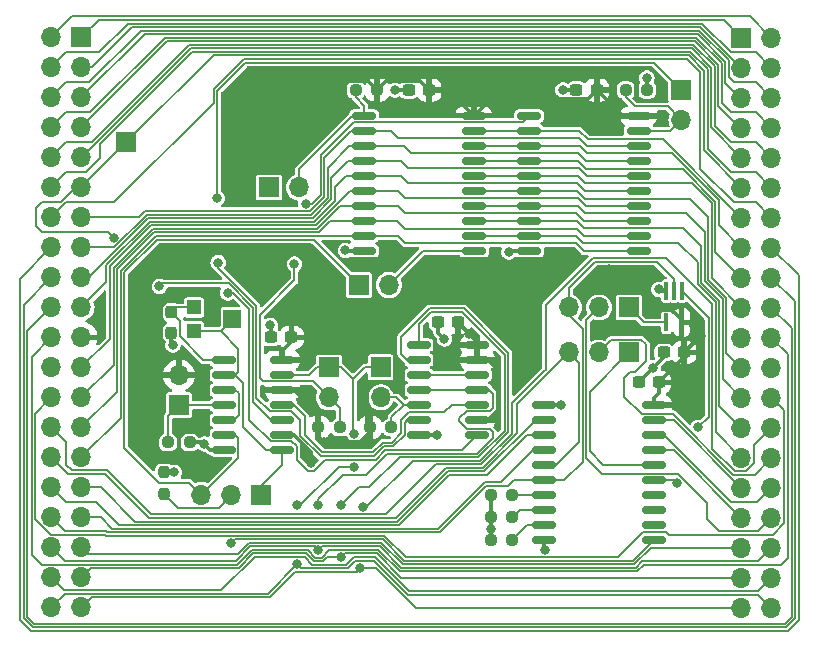
<source format=gbr>
%TF.GenerationSoftware,KiCad,Pcbnew,8.0.6-8.0.6-0~ubuntu24.04.1*%
%TF.CreationDate,2024-10-23T09:06:02-07:00*%
%TF.ProjectId,z80_sampler,7a38305f-7361-46d7-906c-65722e6b6963,1.0*%
%TF.SameCoordinates,Original*%
%TF.FileFunction,Copper,L1,Top*%
%TF.FilePolarity,Positive*%
%FSLAX46Y46*%
G04 Gerber Fmt 4.6, Leading zero omitted, Abs format (unit mm)*
G04 Created by KiCad (PCBNEW 8.0.6-8.0.6-0~ubuntu24.04.1) date 2024-10-23 09:06:02*
%MOMM*%
%LPD*%
G01*
G04 APERTURE LIST*
G04 Aperture macros list*
%AMRoundRect*
0 Rectangle with rounded corners*
0 $1 Rounding radius*
0 $2 $3 $4 $5 $6 $7 $8 $9 X,Y pos of 4 corners*
0 Add a 4 corners polygon primitive as box body*
4,1,4,$2,$3,$4,$5,$6,$7,$8,$9,$2,$3,0*
0 Add four circle primitives for the rounded corners*
1,1,$1+$1,$2,$3*
1,1,$1+$1,$4,$5*
1,1,$1+$1,$6,$7*
1,1,$1+$1,$8,$9*
0 Add four rect primitives between the rounded corners*
20,1,$1+$1,$2,$3,$4,$5,0*
20,1,$1+$1,$4,$5,$6,$7,0*
20,1,$1+$1,$6,$7,$8,$9,0*
20,1,$1+$1,$8,$9,$2,$3,0*%
G04 Aperture macros list end*
%TA.AperFunction,SMDPad,CuDef*%
%ADD10RoundRect,0.237500X0.250000X0.237500X-0.250000X0.237500X-0.250000X-0.237500X0.250000X-0.237500X0*%
%TD*%
%TA.AperFunction,SMDPad,CuDef*%
%ADD11RoundRect,0.237500X-0.250000X-0.237500X0.250000X-0.237500X0.250000X0.237500X-0.250000X0.237500X0*%
%TD*%
%TA.AperFunction,ComponentPad*%
%ADD12R,1.700000X1.700000*%
%TD*%
%TA.AperFunction,ComponentPad*%
%ADD13O,1.700000X1.700000*%
%TD*%
%TA.AperFunction,SMDPad,CuDef*%
%ADD14RoundRect,0.150000X-0.875000X-0.150000X0.875000X-0.150000X0.875000X0.150000X-0.875000X0.150000X0*%
%TD*%
%TA.AperFunction,SMDPad,CuDef*%
%ADD15RoundRect,0.237500X0.300000X0.237500X-0.300000X0.237500X-0.300000X-0.237500X0.300000X-0.237500X0*%
%TD*%
%TA.AperFunction,SMDPad,CuDef*%
%ADD16R,1.200000X1.200000*%
%TD*%
%TA.AperFunction,SMDPad,CuDef*%
%ADD17R,1.500000X1.600000*%
%TD*%
%TA.AperFunction,SMDPad,CuDef*%
%ADD18RoundRect,0.100000X-0.100000X0.650000X-0.100000X-0.650000X0.100000X-0.650000X0.100000X0.650000X0*%
%TD*%
%TA.AperFunction,SMDPad,CuDef*%
%ADD19RoundRect,0.237500X0.237500X-0.250000X0.237500X0.250000X-0.237500X0.250000X-0.237500X-0.250000X0*%
%TD*%
%TA.AperFunction,SMDPad,CuDef*%
%ADD20RoundRect,0.150000X-0.825000X-0.150000X0.825000X-0.150000X0.825000X0.150000X-0.825000X0.150000X0*%
%TD*%
%TA.AperFunction,SMDPad,CuDef*%
%ADD21RoundRect,0.237500X-0.237500X0.300000X-0.237500X-0.300000X0.237500X-0.300000X0.237500X0.300000X0*%
%TD*%
%TA.AperFunction,ViaPad*%
%ADD22C,0.800000*%
%TD*%
%TA.AperFunction,Conductor*%
%ADD23C,0.300000*%
%TD*%
%TA.AperFunction,Conductor*%
%ADD24C,0.150000*%
%TD*%
G04 APERTURE END LIST*
D10*
%TO.P,R8,1*%
%TO.N,VCC*%
X70762500Y-24765000D03*
%TO.P,R8,2*%
%TO.N,Net-(JP7-B)*%
X68937500Y-24765000D03*
%TD*%
D11*
%TO.P,R9,1*%
%TO.N,Net-(JP8-B)*%
X91797500Y-24765000D03*
%TO.P,R9,2*%
%TO.N,GND*%
X93622500Y-24765000D03*
%TD*%
D12*
%TO.P,JP8,1,A*%
%TO.N,Net-(JP8-A)*%
X96520000Y-24760000D03*
D13*
%TO.P,JP8,2,B*%
%TO.N,Net-(JP8-B)*%
X96520000Y-27300000D03*
%TD*%
D12*
%TO.P,CONN1,1,Pin_1*%
%TO.N,/A11*%
X45720000Y-20320000D03*
D13*
%TO.P,CONN1,2,Pin_2*%
%TO.N,/A10*%
X43180000Y-20320000D03*
%TO.P,CONN1,3,Pin_3*%
%TO.N,/A12*%
X45720000Y-22860000D03*
%TO.P,CONN1,4,Pin_4*%
%TO.N,/A9*%
X43180000Y-22860000D03*
%TO.P,CONN1,5,Pin_5*%
%TO.N,/A13*%
X45720000Y-25400000D03*
%TO.P,CONN1,6,Pin_6*%
%TO.N,/A8*%
X43180000Y-25400000D03*
%TO.P,CONN1,7,Pin_7*%
%TO.N,/A14*%
X45720000Y-27940000D03*
%TO.P,CONN1,8,Pin_8*%
%TO.N,/A7*%
X43180000Y-27940000D03*
%TO.P,CONN1,9,Pin_9*%
%TO.N,/A15*%
X45720000Y-30480000D03*
%TO.P,CONN1,10,Pin_10*%
%TO.N,/A6*%
X43180000Y-30480000D03*
%TO.P,CONN1,11,Pin_11*%
%TO.N,/CLK*%
X45720000Y-33020000D03*
%TO.P,CONN1,12,Pin_12*%
%TO.N,/A5*%
X43180000Y-33020000D03*
%TO.P,CONN1,13,Pin_13*%
%TO.N,/HOST_D4*%
X45720000Y-35560000D03*
%TO.P,CONN1,14,Pin_14*%
%TO.N,/A4*%
X43180000Y-35560000D03*
%TO.P,CONN1,15,Pin_15*%
%TO.N,/HOST_D3*%
X45720000Y-38100000D03*
%TO.P,CONN1,16,Pin_16*%
%TO.N,/A3*%
X43180000Y-38100000D03*
%TO.P,CONN1,17,Pin_17*%
%TO.N,/HOST_D5*%
X45720000Y-40640000D03*
%TO.P,CONN1,18,Pin_18*%
%TO.N,/A2*%
X43180000Y-40640000D03*
%TO.P,CONN1,19,Pin_19*%
%TO.N,/HOST_D6*%
X45720000Y-43180000D03*
%TO.P,CONN1,20,Pin_20*%
%TO.N,/A1*%
X43180000Y-43180000D03*
%TO.P,CONN1,21,Pin_21*%
%TO.N,VCC*%
X45720000Y-45720000D03*
%TO.P,CONN1,22,Pin_22*%
%TO.N,/A0*%
X43180000Y-45720000D03*
%TO.P,CONN1,23,Pin_23*%
%TO.N,/HOST_D2*%
X45720000Y-48260000D03*
%TO.P,CONN1,24,Pin_24*%
%TO.N,GND*%
X43180000Y-48260000D03*
%TO.P,CONN1,25,Pin_25*%
%TO.N,/HOST_D7*%
X45720000Y-50800000D03*
%TO.P,CONN1,26,Pin_26*%
%TO.N,/REFSH_N*%
X43180000Y-50800000D03*
%TO.P,CONN1,27,Pin_27*%
%TO.N,/HOST_D0*%
X45720000Y-53340000D03*
%TO.P,CONN1,28,Pin_28*%
%TO.N,/M1_N*%
X43180000Y-53340000D03*
%TO.P,CONN1,29,Pin_29*%
%TO.N,/HOST_D1*%
X45720000Y-55880000D03*
%TO.P,CONN1,30,Pin_30*%
%TO.N,/HOST_RESET_N*%
X43180000Y-55880000D03*
%TO.P,CONN1,31,Pin_31*%
%TO.N,/HOST_INT_N*%
X45720000Y-58420000D03*
%TO.P,CONN1,32,Pin_32*%
%TO.N,/HOST_BUSREQ_N*%
X43180000Y-58420000D03*
%TO.P,CONN1,33,Pin_33*%
%TO.N,/HOST_NMI_N*%
X45720000Y-60960000D03*
%TO.P,CONN1,34,Pin_34*%
%TO.N,/HOST_WAIT_N*%
X43180000Y-60960000D03*
%TO.P,CONN1,35,Pin_35*%
%TO.N,/HALT_N*%
X45720000Y-63500000D03*
%TO.P,CONN1,36,Pin_36*%
%TO.N,/BUSAK_N*%
X43180000Y-63500000D03*
%TO.P,CONN1,37,Pin_37*%
%TO.N,/MREQ_N*%
X45720000Y-66040000D03*
%TO.P,CONN1,38,Pin_38*%
%TO.N,/WR_N*%
X43180000Y-66040000D03*
%TO.P,CONN1,39,Pin_39*%
%TO.N,/IORQ_N*%
X45720000Y-68580000D03*
%TO.P,CONN1,40,Pin_40*%
%TO.N,/RD_N*%
X43180000Y-68580000D03*
%TD*%
D12*
%TO.P,JP2,1,A*%
%TO.N,Net-(JP2-A)*%
X92075000Y-43180000D03*
D13*
%TO.P,JP2,2,C*%
%TO.N,/WAIT_N*%
X89535000Y-43180000D03*
%TO.P,JP2,3,B*%
%TO.N,/HOST_WAIT_N*%
X86995000Y-43180000D03*
%TD*%
D14*
%TO.P,U6,1,OE*%
%TO.N,Net-(JP7-B)*%
X69645000Y-26965000D03*
%TO.P,U6,2,D0*%
%TO.N,/HOST_D4*%
X69645000Y-28235000D03*
%TO.P,U6,3,D1*%
%TO.N,/HOST_D3*%
X69645000Y-29505000D03*
%TO.P,U6,4,D2*%
%TO.N,/HOST_D5*%
X69645000Y-30775000D03*
%TO.P,U6,5,D3*%
%TO.N,/HOST_D6*%
X69645000Y-32045000D03*
%TO.P,U6,6,D4*%
%TO.N,/HOST_D2*%
X69645000Y-33315000D03*
%TO.P,U6,7,D5*%
%TO.N,/HOST_D7*%
X69645000Y-34585000D03*
%TO.P,U6,8,D6*%
%TO.N,/HOST_D0*%
X69645000Y-35855000D03*
%TO.P,U6,9,D7*%
%TO.N,/HOST_D1*%
X69645000Y-37125000D03*
%TO.P,U6,10,GND*%
%TO.N,GND*%
X69645000Y-38395000D03*
%TO.P,U6,11,Cp*%
%TO.N,Net-(JP6-B)*%
X78945000Y-38395000D03*
%TO.P,U6,12,Q7*%
%TO.N,/D1*%
X78945000Y-37125000D03*
%TO.P,U6,13,Q6*%
%TO.N,/D0*%
X78945000Y-35855000D03*
%TO.P,U6,14,Q5*%
%TO.N,/D7*%
X78945000Y-34585000D03*
%TO.P,U6,15,Q4*%
%TO.N,/D2*%
X78945000Y-33315000D03*
%TO.P,U6,16,Q3*%
%TO.N,/D6*%
X78945000Y-32045000D03*
%TO.P,U6,17,Q2*%
%TO.N,/D5*%
X78945000Y-30775000D03*
%TO.P,U6,18,Q1*%
%TO.N,/D3*%
X78945000Y-29505000D03*
%TO.P,U6,19,Q0*%
%TO.N,/D4*%
X78945000Y-28235000D03*
%TO.P,U6,20,VCC*%
%TO.N,VCC*%
X78945000Y-26965000D03*
%TD*%
D12*
%TO.P,JP5,1,A*%
%TO.N,/RD_N*%
X66675000Y-48260000D03*
D13*
%TO.P,JP5,2,B*%
%TO.N,Net-(JP5-B)*%
X66675000Y-50800000D03*
%TD*%
D10*
%TO.P,R4,1*%
%TO.N,Net-(U2-D5)*%
X82192500Y-59055000D03*
%TO.P,R4,2*%
%TO.N,GND*%
X80367500Y-59055000D03*
%TD*%
D15*
%TO.P,C3,1*%
%TO.N,VCC*%
X89355000Y-24765000D03*
%TO.P,C3,2*%
%TO.N,GND*%
X87630000Y-24765000D03*
%TD*%
D10*
%TO.P,R2,1*%
%TO.N,Net-(U2-D7)*%
X82192500Y-62865000D03*
%TO.P,R2,2*%
%TO.N,GND*%
X80367500Y-62865000D03*
%TD*%
D15*
%TO.P,C6,1*%
%TO.N,VCC*%
X77632500Y-44450000D03*
%TO.P,C6,2*%
%TO.N,GND*%
X75907500Y-44450000D03*
%TD*%
D14*
%TO.P,U2,1,OE*%
%TO.N,GND*%
X84885000Y-51435000D03*
%TO.P,U2,2,D0*%
%TO.N,/HOST_INT_N*%
X84885000Y-52705000D03*
%TO.P,U2,3,D1*%
%TO.N,/HOST_BUSREQ_N*%
X84885000Y-53975000D03*
%TO.P,U2,4,D2*%
%TO.N,/HOST_NMI_N*%
X84885000Y-55245000D03*
%TO.P,U2,5,D3*%
%TO.N,/HOST_RESET_N*%
X84885000Y-56515000D03*
%TO.P,U2,6,D4*%
%TO.N,/HOST_WAIT_N*%
X84885000Y-57785000D03*
%TO.P,U2,7,D5*%
%TO.N,Net-(U2-D5)*%
X84885000Y-59055000D03*
%TO.P,U2,8,D6*%
%TO.N,Net-(U2-D6)*%
X84885000Y-60325000D03*
%TO.P,U2,9,D7*%
%TO.N,Net-(U2-D7)*%
X84885000Y-61595000D03*
%TO.P,U2,10,GND*%
%TO.N,GND*%
X84885000Y-62865000D03*
%TO.P,U2,11,Cp*%
%TO.N,Net-(JP9-C)*%
X94185000Y-62865000D03*
%TO.P,U2,12,Q7*%
%TO.N,unconnected-(U2-Q7-Pad12)*%
X94185000Y-61595000D03*
%TO.P,U2,13,Q6*%
%TO.N,unconnected-(U2-Q6-Pad13)*%
X94185000Y-60325000D03*
%TO.P,U2,14,Q5*%
%TO.N,unconnected-(U2-Q5-Pad14)*%
X94185000Y-59055000D03*
%TO.P,U2,15,Q4*%
%TO.N,Net-(U2-Q4)*%
X94185000Y-57785000D03*
%TO.P,U2,16,Q3*%
%TO.N,Net-(JP3-A)*%
X94185000Y-56515000D03*
%TO.P,U2,17,Q2*%
%TO.N,/NMI_N*%
X94185000Y-55245000D03*
%TO.P,U2,18,Q1*%
%TO.N,/BUSREQ_N*%
X94185000Y-53975000D03*
%TO.P,U2,19,Q0*%
%TO.N,/INT_N*%
X94185000Y-52705000D03*
%TO.P,U2,20,VCC*%
%TO.N,VCC*%
X94185000Y-51435000D03*
%TD*%
D12*
%TO.P,JP1,1,A*%
%TO.N,Net-(JP1-A)*%
X53975000Y-51440000D03*
D13*
%TO.P,JP1,2,B*%
%TO.N,VCC*%
X53975000Y-48900000D03*
%TD*%
D12*
%TO.P,JP3,1,A*%
%TO.N,Net-(JP3-A)*%
X92060000Y-46990000D03*
D13*
%TO.P,JP3,2,C*%
%TO.N,/RESET_N*%
X89520000Y-46990000D03*
%TO.P,JP3,3,B*%
%TO.N,/HOST_RESET_N*%
X86980000Y-46990000D03*
%TD*%
D16*
%TO.P,RV1,1,1*%
%TO.N,Net-(C1-Pad1)*%
X55245000Y-43180000D03*
D17*
%TO.P,RV1,2,2*%
%TO.N,/CLK_N*%
X58495000Y-44180000D03*
D16*
%TO.P,RV1,3,3*%
X55245000Y-45180000D03*
%TD*%
D12*
%TO.P,JP7,1,A*%
%TO.N,Net-(JP7-A)*%
X61590000Y-33020000D03*
D13*
%TO.P,JP7,2,B*%
%TO.N,Net-(JP7-B)*%
X64130000Y-33020000D03*
%TD*%
D15*
%TO.P,C4,1*%
%TO.N,VCC*%
X94615000Y-49530000D03*
%TO.P,C4,2*%
%TO.N,GND*%
X92890000Y-49530000D03*
%TD*%
D12*
%TO.P,CONN2,1,Pin_1*%
%TO.N,/A11*%
X101600000Y-20340000D03*
D13*
%TO.P,CONN2,2,Pin_2*%
%TO.N,/A10*%
X104140000Y-20340000D03*
%TO.P,CONN2,3,Pin_3*%
%TO.N,/A12*%
X101600000Y-22880000D03*
%TO.P,CONN2,4,Pin_4*%
%TO.N,/A9*%
X104140000Y-22880000D03*
%TO.P,CONN2,5,Pin_5*%
%TO.N,/A13*%
X101600000Y-25420000D03*
%TO.P,CONN2,6,Pin_6*%
%TO.N,/A8*%
X104140000Y-25420000D03*
%TO.P,CONN2,7,Pin_7*%
%TO.N,/A14*%
X101600000Y-27960000D03*
%TO.P,CONN2,8,Pin_8*%
%TO.N,/A7*%
X104140000Y-27960000D03*
%TO.P,CONN2,9,Pin_9*%
%TO.N,/A15*%
X101600000Y-30500000D03*
%TO.P,CONN2,10,Pin_10*%
%TO.N,/A6*%
X104140000Y-30500000D03*
%TO.P,CONN2,11,Pin_11*%
%TO.N,/CLK*%
X101600000Y-33040000D03*
%TO.P,CONN2,12,Pin_12*%
%TO.N,/A5*%
X104140000Y-33040000D03*
%TO.P,CONN2,13,Pin_13*%
%TO.N,/D4*%
X101600000Y-35580000D03*
%TO.P,CONN2,14,Pin_14*%
%TO.N,/A4*%
X104140000Y-35580000D03*
%TO.P,CONN2,15,Pin_15*%
%TO.N,/D3*%
X101600000Y-38120000D03*
%TO.P,CONN2,16,Pin_16*%
%TO.N,/A3*%
X104140000Y-38120000D03*
%TO.P,CONN2,17,Pin_17*%
%TO.N,/D5*%
X101600000Y-40660000D03*
%TO.P,CONN2,18,Pin_18*%
%TO.N,/A2*%
X104140000Y-40660000D03*
%TO.P,CONN2,19,Pin_19*%
%TO.N,/D6*%
X101600000Y-43200000D03*
%TO.P,CONN2,20,Pin_20*%
%TO.N,/A1*%
X104140000Y-43200000D03*
%TO.P,CONN2,21,Pin_21*%
%TO.N,VCC*%
X101600000Y-45740000D03*
%TO.P,CONN2,22,Pin_22*%
%TO.N,/A0*%
X104140000Y-45740000D03*
%TO.P,CONN2,23,Pin_23*%
%TO.N,/D2*%
X101600000Y-48280000D03*
%TO.P,CONN2,24,Pin_24*%
%TO.N,GND*%
X104140000Y-48280000D03*
%TO.P,CONN2,25,Pin_25*%
%TO.N,/D7*%
X101600000Y-50820000D03*
%TO.P,CONN2,26,Pin_26*%
%TO.N,/REFSH_N*%
X104140000Y-50820000D03*
%TO.P,CONN2,27,Pin_27*%
%TO.N,/D0*%
X101600000Y-53360000D03*
%TO.P,CONN2,28,Pin_28*%
%TO.N,/M1_N*%
X104140000Y-53360000D03*
%TO.P,CONN2,29,Pin_29*%
%TO.N,/D1*%
X101600000Y-55900000D03*
%TO.P,CONN2,30,Pin_30*%
%TO.N,/RESET_N*%
X104140000Y-55900000D03*
%TO.P,CONN2,31,Pin_31*%
%TO.N,/INT_N*%
X101600000Y-58440000D03*
%TO.P,CONN2,32,Pin_32*%
%TO.N,/BUSREQ_N*%
X104140000Y-58440000D03*
%TO.P,CONN2,33,Pin_33*%
%TO.N,/NMI_N*%
X101600000Y-60980000D03*
%TO.P,CONN2,34,Pin_34*%
%TO.N,/WAIT_N*%
X104140000Y-60980000D03*
%TO.P,CONN2,35,Pin_35*%
%TO.N,/HALT_N*%
X101600000Y-63520000D03*
%TO.P,CONN2,36,Pin_36*%
%TO.N,/BUSAK_N*%
X104140000Y-63520000D03*
%TO.P,CONN2,37,Pin_37*%
%TO.N,/MREQ_N*%
X101600000Y-66060000D03*
%TO.P,CONN2,38,Pin_38*%
%TO.N,/WR_N*%
X104140000Y-66060000D03*
%TO.P,CONN2,39,Pin_39*%
%TO.N,/IORQ_N*%
X101600000Y-68600000D03*
%TO.P,CONN2,40,Pin_40*%
%TO.N,/RD_N*%
X104140000Y-68600000D03*
%TD*%
D11*
%TO.P,R5,1*%
%TO.N,VCC*%
X70142500Y-53340000D03*
%TO.P,R5,2*%
%TO.N,Net-(JP4-B)*%
X71967500Y-53340000D03*
%TD*%
D12*
%TO.P,JP6,1,A*%
%TO.N,/CLK_2X*%
X69215000Y-41275000D03*
D13*
%TO.P,JP6,2,B*%
%TO.N,Net-(JP6-B)*%
X71755000Y-41275000D03*
%TD*%
D18*
%TO.P,U1,1*%
%TO.N,Net-(U2-Q4)*%
X96550000Y-41790000D03*
%TO.P,U1,2*%
%TO.N,/HOST_WAIT_N*%
X95900000Y-41790000D03*
%TO.P,U1,3,GND*%
%TO.N,GND*%
X95250000Y-41790000D03*
%TO.P,U1,4*%
%TO.N,Net-(JP2-A)*%
X95250000Y-44450000D03*
%TO.P,U1,5,VCC*%
%TO.N,VCC*%
X96550000Y-44450000D03*
%TD*%
D15*
%TO.P,C5,1*%
%TO.N,VCC*%
X63500000Y-45720000D03*
%TO.P,C5,2*%
%TO.N,GND*%
X61775000Y-45720000D03*
%TD*%
D12*
%TO.P,JP4,1,A*%
%TO.N,/RD_N*%
X71055000Y-48255000D03*
D13*
%TO.P,JP4,2,B*%
%TO.N,Net-(JP4-B)*%
X71055000Y-50795000D03*
%TD*%
D11*
%TO.P,R6,1*%
%TO.N,VCC*%
X65762500Y-53340000D03*
%TO.P,R6,2*%
%TO.N,Net-(JP5-B)*%
X67587500Y-53340000D03*
%TD*%
D14*
%TO.P,U7,1,A->B*%
%TO.N,Net-(JP5-B)*%
X83615000Y-26965000D03*
%TO.P,U7,2,A0*%
%TO.N,/D4*%
X83615000Y-28235000D03*
%TO.P,U7,3,A1*%
%TO.N,/D3*%
X83615000Y-29505000D03*
%TO.P,U7,4,A2*%
%TO.N,/D5*%
X83615000Y-30775000D03*
%TO.P,U7,5,A3*%
%TO.N,/D6*%
X83615000Y-32045000D03*
%TO.P,U7,6,A4*%
%TO.N,/D2*%
X83615000Y-33315000D03*
%TO.P,U7,7,A5*%
%TO.N,/D7*%
X83615000Y-34585000D03*
%TO.P,U7,8,A6*%
%TO.N,/D0*%
X83615000Y-35855000D03*
%TO.P,U7,9,A7*%
%TO.N,/D1*%
X83615000Y-37125000D03*
%TO.P,U7,10,GND*%
%TO.N,GND*%
X83615000Y-38395000D03*
%TO.P,U7,11,B7*%
%TO.N,/HOST_D1*%
X92915000Y-38395000D03*
%TO.P,U7,12,B6*%
%TO.N,/HOST_D0*%
X92915000Y-37125000D03*
%TO.P,U7,13,B5*%
%TO.N,/HOST_D7*%
X92915000Y-35855000D03*
%TO.P,U7,14,B4*%
%TO.N,/HOST_D2*%
X92915000Y-34585000D03*
%TO.P,U7,15,B3*%
%TO.N,/HOST_D6*%
X92915000Y-33315000D03*
%TO.P,U7,16,B2*%
%TO.N,/HOST_D5*%
X92915000Y-32045000D03*
%TO.P,U7,17,B1*%
%TO.N,/HOST_D3*%
X92915000Y-30775000D03*
%TO.P,U7,18,B0*%
%TO.N,/HOST_D4*%
X92915000Y-29505000D03*
%TO.P,U7,19,CE*%
%TO.N,Net-(JP8-B)*%
X92915000Y-28235000D03*
%TO.P,U7,20,VCC*%
%TO.N,VCC*%
X92915000Y-26965000D03*
%TD*%
D12*
%TO.P,TP1,1,1*%
%TO.N,/CLK*%
X49530000Y-29210000D03*
%TD*%
D15*
%TO.P,C7,1*%
%TO.N,VCC*%
X96747500Y-46990000D03*
%TO.P,C7,2*%
%TO.N,GND*%
X95022500Y-46990000D03*
%TD*%
D19*
%TO.P,R7,1*%
%TO.N,Net-(JP9-C)*%
X52705000Y-58975000D03*
%TO.P,R7,2*%
%TO.N,GND*%
X52705000Y-57150000D03*
%TD*%
D10*
%TO.P,R3,1*%
%TO.N,Net-(U2-D6)*%
X82192500Y-60960000D03*
%TO.P,R3,2*%
%TO.N,GND*%
X80367500Y-60960000D03*
%TD*%
D20*
%TO.P,U3,1*%
%TO.N,/MREQ_N*%
X74295000Y-46355000D03*
%TO.P,U3,2*%
%TO.N,/IORQ_N*%
X74295000Y-47625000D03*
%TO.P,U3,3*%
%TO.N,Net-(U3-Pad12)*%
X74295000Y-48895000D03*
%TO.P,U3,4*%
%TO.N,/BUSAK_N*%
X74295000Y-50165000D03*
%TO.P,U3,5*%
%TO.N,Net-(JP4-B)*%
X74295000Y-51435000D03*
%TO.P,U3,6*%
%TO.N,Net-(JP8-A)*%
X74295000Y-52705000D03*
%TO.P,U3,7,GND*%
%TO.N,GND*%
X74295000Y-53975000D03*
%TO.P,U3,8*%
%TO.N,Net-(JP7-A)*%
X79245000Y-53975000D03*
%TO.P,U3,9*%
%TO.N,VCC*%
X79245000Y-52705000D03*
%TO.P,U3,10*%
%TO.N,Net-(U3-Pad10)*%
X79245000Y-51435000D03*
%TO.P,U3,11*%
%TO.N,/BUSAK_N*%
X79245000Y-50165000D03*
%TO.P,U3,12*%
%TO.N,Net-(U3-Pad12)*%
X79245000Y-48895000D03*
%TO.P,U3,13*%
%TO.N,VCC*%
X79245000Y-47625000D03*
%TO.P,U3,14,VCC*%
X79245000Y-46355000D03*
%TD*%
%TO.P,U4,1*%
%TO.N,Net-(C1-Pad1)*%
X57785000Y-47625000D03*
%TO.P,U4,2*%
%TO.N,/CLK_N*%
X57785000Y-48895000D03*
%TO.P,U4,3*%
%TO.N,Net-(U4-Pad3)*%
X57785000Y-50165000D03*
%TO.P,U4,4*%
%TO.N,Net-(JP1-A)*%
X57785000Y-51435000D03*
%TO.P,U4,5*%
%TO.N,Net-(U4-Pad3)*%
X57785000Y-52705000D03*
%TO.P,U4,6*%
%TO.N,/CLK_2X*%
X57785000Y-53975000D03*
%TO.P,U4,7,GND*%
%TO.N,GND*%
X57785000Y-55245000D03*
%TO.P,U4,8*%
%TO.N,/CLK_N*%
X62735000Y-55245000D03*
%TO.P,U4,9*%
%TO.N,VCC*%
X62735000Y-53975000D03*
%TO.P,U4,10*%
%TO.N,/CLK*%
X62735000Y-52705000D03*
%TO.P,U4,11*%
%TO.N,Net-(U3-Pad10)*%
X62735000Y-51435000D03*
%TO.P,U4,12*%
%TO.N,VCC*%
X62735000Y-50165000D03*
%TO.P,U4,13*%
%TO.N,/RD_N*%
X62735000Y-48895000D03*
%TO.P,U4,14,VCC*%
%TO.N,VCC*%
X62735000Y-47625000D03*
%TD*%
D12*
%TO.P,JP9,1,A*%
%TO.N,/CLK_N*%
X60960000Y-59055000D03*
D13*
%TO.P,JP9,2,C*%
%TO.N,Net-(JP9-C)*%
X58420000Y-59055000D03*
%TO.P,JP9,3,B*%
%TO.N,/CLK_2X*%
X55880000Y-59055000D03*
%TD*%
D11*
%TO.P,R1,1*%
%TO.N,Net-(JP1-A)*%
X53062500Y-54610000D03*
%TO.P,R1,2*%
%TO.N,GND*%
X54887500Y-54610000D03*
%TD*%
D15*
%TO.P,C2,1*%
%TO.N,VCC*%
X75157500Y-24765000D03*
%TO.P,C2,2*%
%TO.N,GND*%
X73432500Y-24765000D03*
%TD*%
D21*
%TO.P,C1,1*%
%TO.N,Net-(C1-Pad1)*%
X53340000Y-43587500D03*
%TO.P,C1,2*%
%TO.N,GND*%
X53340000Y-45312500D03*
%TD*%
D22*
%TO.N,GND*%
X94615000Y-41656000D03*
X61722000Y-44704000D03*
X86360000Y-51435000D03*
X84963000Y-63707000D03*
X86487000Y-24765000D03*
X68072000Y-38354000D03*
X53467000Y-46355000D03*
X81915000Y-38481000D03*
X72263000Y-24765000D03*
X75819000Y-53975000D03*
X56134000Y-54737000D03*
X94133500Y-48286500D03*
X53594000Y-57150000D03*
X93599000Y-23749000D03*
X80367500Y-61976000D03*
X76454000Y-45847000D03*
%TO.N,VCC*%
X90424000Y-39914000D03*
X80010000Y-43688000D03*
X59436000Y-33909000D03*
X59436000Y-38279000D03*
X66294000Y-54610000D03*
X78567250Y-45384750D03*
X86741000Y-39878000D03*
X98205000Y-45593000D03*
X50292000Y-45339000D03*
X65151000Y-56388000D03*
%TO.N,/IORQ_N*%
X69596000Y-60071000D03*
X69342000Y-65231000D03*
%TO.N,/BUSAK_N*%
X65786000Y-59944000D03*
X65786000Y-63731000D03*
%TO.N,/MREQ_N*%
X67691000Y-59944000D03*
X67691000Y-64331000D03*
%TO.N,/CLK*%
X52324000Y-41402000D03*
X48431426Y-37255426D03*
%TO.N,/RD_N*%
X68834000Y-56678000D03*
X64008000Y-64931000D03*
X64008000Y-59944000D03*
X68834000Y-53910000D03*
%TO.N,Net-(JP5-B)*%
X64706266Y-34400000D03*
X63754000Y-39497000D03*
%TO.N,Net-(JP7-A)*%
X58115757Y-41960243D03*
%TO.N,Net-(U2-Q4)*%
X97917000Y-53340000D03*
X96139000Y-58039000D03*
%TO.N,Net-(JP8-A)*%
X57216050Y-33919000D03*
X57289834Y-39383800D03*
%TO.N,Net-(JP9-C)*%
X58420000Y-63131000D03*
%TD*%
D23*
%TO.N,GND*%
X56007000Y-54610000D02*
X56134000Y-54737000D01*
X52705000Y-57150000D02*
X53594000Y-57150000D01*
X53340000Y-45312500D02*
X53340000Y-46228000D01*
X75907500Y-44450000D02*
X75907500Y-45300500D01*
X94749000Y-41790000D02*
X94615000Y-41656000D01*
X54887500Y-54610000D02*
X56007000Y-54610000D01*
X94133500Y-48286500D02*
X92890000Y-49530000D01*
X84885000Y-62865000D02*
X84885000Y-63629000D01*
X80367500Y-59055000D02*
X80367500Y-61976000D01*
X93622500Y-24765000D02*
X93622500Y-23772500D01*
X87630000Y-24765000D02*
X86487000Y-24765000D01*
X84885000Y-63629000D02*
X84963000Y-63707000D01*
X73432500Y-24765000D02*
X72263000Y-24765000D01*
X61775000Y-45720000D02*
X61775000Y-44757000D01*
X95022500Y-46990000D02*
X95022500Y-47397500D01*
X74295000Y-53975000D02*
X75819000Y-53975000D01*
X93622500Y-23772500D02*
X93599000Y-23749000D01*
X82001000Y-38395000D02*
X81915000Y-38481000D01*
X83615000Y-38395000D02*
X82001000Y-38395000D01*
X75907500Y-45300500D02*
X76454000Y-45847000D01*
X56642000Y-55245000D02*
X56134000Y-54737000D01*
X95022500Y-47397500D02*
X94133500Y-48286500D01*
X68113000Y-38395000D02*
X68072000Y-38354000D01*
X95250000Y-41790000D02*
X94749000Y-41790000D01*
X80367500Y-61976000D02*
X80367500Y-62865000D01*
X53340000Y-46228000D02*
X53467000Y-46355000D01*
X69645000Y-38395000D02*
X68113000Y-38395000D01*
X61775000Y-44757000D02*
X61722000Y-44704000D01*
X84885000Y-51435000D02*
X86360000Y-51435000D01*
X57785000Y-55245000D02*
X56642000Y-55245000D01*
%TO.N,VCC*%
X70142500Y-53340000D02*
X69905000Y-53102500D01*
X88580000Y-25540000D02*
X89355000Y-24765000D01*
X66294000Y-54610000D02*
X69342000Y-54610000D01*
X59957000Y-23990000D02*
X69987500Y-23990000D01*
X72080000Y-49530000D02*
X72263000Y-49347000D01*
X86741000Y-39878000D02*
X86166942Y-40452058D01*
X66294000Y-54610000D02*
X65762500Y-54078500D01*
X79245000Y-46355000D02*
X79245000Y-46062500D01*
X63500000Y-46101000D02*
X62735000Y-46866000D01*
X79245000Y-52705000D02*
X80219999Y-52705000D01*
X59436000Y-24511000D02*
X59957000Y-23990000D01*
X65762500Y-54078500D02*
X65762500Y-53340000D01*
X94185000Y-50849000D02*
X94615000Y-50419000D01*
X98144500Y-45593000D02*
X96747500Y-46990000D01*
X92456000Y-41275000D02*
X94581000Y-43400000D01*
X69905000Y-50110000D02*
X70485000Y-49530000D01*
X69342000Y-54610000D02*
X70142500Y-53809500D01*
X96550000Y-44450000D02*
X97062000Y-44450000D01*
X70762500Y-24765000D02*
X71537500Y-23990000D01*
X78567250Y-45384750D02*
X77632500Y-44450000D01*
X91555000Y-26965000D02*
X92915000Y-26965000D01*
X79245000Y-47625000D02*
X79245000Y-46355000D01*
X63500000Y-45720000D02*
X63500000Y-46101000D01*
X74382500Y-23990000D02*
X75157500Y-24765000D01*
X86166942Y-40452058D02*
X83245942Y-40452058D01*
X94615000Y-49530000D02*
X96747500Y-47397500D01*
X70142500Y-53809500D02*
X70142500Y-53340000D01*
X96550000Y-44226000D02*
X96550000Y-44450000D01*
X65151000Y-56388000D02*
X65151000Y-55437594D01*
X94581000Y-43400000D02*
X95724000Y-43400000D01*
X65762500Y-52217501D02*
X63709999Y-50165000D01*
X91785000Y-41275000D02*
X92456000Y-41275000D01*
X81026000Y-51898999D02*
X81026000Y-48431001D01*
X90424000Y-39914000D02*
X91785000Y-41275000D01*
X80219999Y-47625000D02*
X79245000Y-47625000D01*
X69987500Y-23990000D02*
X70762500Y-24765000D01*
X65151000Y-55437594D02*
X63688406Y-53975000D01*
X97062000Y-44450000D02*
X98205000Y-45593000D01*
X80370000Y-25540000D02*
X88580000Y-25540000D01*
X98205000Y-45593000D02*
X98144500Y-45593000D01*
X65762500Y-53340000D02*
X65762500Y-52217501D01*
X72263000Y-49347000D02*
X72263000Y-43307000D01*
X70485000Y-49530000D02*
X72080000Y-49530000D01*
X83245942Y-40452058D02*
X80010000Y-43688000D01*
X80219999Y-52705000D02*
X81026000Y-51898999D01*
X94185000Y-51435000D02*
X94185000Y-50849000D01*
X78945000Y-26965000D02*
X80370000Y-25540000D01*
X63688406Y-53975000D02*
X62735000Y-53975000D01*
X71537500Y-23990000D02*
X74382500Y-23990000D01*
X89355000Y-24765000D02*
X91555000Y-26965000D01*
X96747500Y-47397500D02*
X96747500Y-46990000D01*
X62735000Y-46866000D02*
X62735000Y-47625000D01*
X59436000Y-33909000D02*
X59436000Y-24511000D01*
X95724000Y-43400000D02*
X96550000Y-44226000D01*
X63709999Y-50165000D02*
X62735000Y-50165000D01*
X75157500Y-24765000D02*
X76745000Y-24765000D01*
X69905000Y-53102500D02*
X69905000Y-50110000D01*
X94615000Y-50419000D02*
X94615000Y-49530000D01*
X79245000Y-46062500D02*
X78567250Y-45384750D01*
X81026000Y-48431001D02*
X80219999Y-47625000D01*
X96550000Y-46792500D02*
X96747500Y-46990000D01*
X76745000Y-24765000D02*
X78945000Y-26965000D01*
D24*
X77632500Y-44450000D02*
X77632500Y-44742500D01*
%TO.N,Net-(C1-Pad1)*%
X53747500Y-43180000D02*
X55245000Y-43180000D01*
X53340000Y-43587500D02*
X53747500Y-43180000D01*
X57785000Y-47625000D02*
X56040000Y-47625000D01*
X54040000Y-45625000D02*
X54040000Y-44287500D01*
X56040000Y-47625000D02*
X54040000Y-45625000D01*
X54040000Y-44287500D02*
X53340000Y-43587500D01*
%TO.N,Net-(JP1-A)*%
X53980000Y-51435000D02*
X53975000Y-51440000D01*
X57785000Y-51435000D02*
X53980000Y-51435000D01*
X53062500Y-54610000D02*
X53062500Y-52352500D01*
X53062500Y-52352500D02*
X53975000Y-51440000D01*
%TO.N,/HOST_WAIT_N*%
X82352264Y-57785000D02*
X84885000Y-57785000D01*
X89235000Y-39289000D02*
X86995000Y-41529000D01*
X95900000Y-40782000D02*
X94407000Y-39289000D01*
X95900000Y-41790000D02*
X95900000Y-40782000D01*
X86614000Y-57785000D02*
X84885000Y-57785000D01*
X94407000Y-39289000D02*
X89235000Y-39289000D01*
X88145000Y-56254000D02*
X86614000Y-57785000D01*
X76068344Y-62206000D02*
X79981344Y-58293000D01*
X86995000Y-43815000D02*
X88145000Y-44965000D01*
X44345000Y-62125000D02*
X47817264Y-62125000D01*
X47898264Y-62206000D02*
X76068344Y-62206000D01*
X79981344Y-58293000D02*
X81844264Y-58293000D01*
X43180000Y-60960000D02*
X44345000Y-62125000D01*
X86995000Y-41529000D02*
X86995000Y-43180000D01*
X86995000Y-43180000D02*
X86995000Y-43815000D01*
X81844264Y-58293000D02*
X82352264Y-57785000D01*
X47817264Y-62125000D02*
X47898264Y-62206000D01*
X88145000Y-44965000D02*
X88145000Y-56254000D01*
%TO.N,/WAIT_N*%
X99695000Y-62103000D02*
X103017000Y-62103000D01*
X89757132Y-57245132D02*
X96229016Y-57245132D01*
X88445000Y-44270000D02*
X88445000Y-55933000D01*
X98679000Y-59695116D02*
X98679000Y-61087000D01*
X98679000Y-61087000D02*
X99695000Y-62103000D01*
X103017000Y-62103000D02*
X104140000Y-60980000D01*
X88445000Y-55933000D02*
X89757132Y-57245132D01*
X89535000Y-43180000D02*
X88445000Y-44270000D01*
X96229016Y-57245132D02*
X98679000Y-59695116D01*
%TO.N,Net-(JP3-A)*%
X88745000Y-50305000D02*
X92060000Y-46990000D01*
X94185000Y-56515000D02*
X89916000Y-56515000D01*
X88745000Y-55344000D02*
X88745000Y-50305000D01*
X89916000Y-56515000D02*
X88745000Y-55344000D01*
%TO.N,/HOST_RESET_N*%
X43180000Y-55880000D02*
X44577000Y-57277000D01*
X87845000Y-54579999D02*
X85909999Y-56515000D01*
X72341208Y-61006000D02*
X76602208Y-56745000D01*
X86980000Y-46990000D02*
X87845000Y-47855000D01*
X51475720Y-61006000D02*
X72341208Y-61006000D01*
X47746720Y-57277000D02*
X51475720Y-61006000D01*
X79699056Y-56745000D02*
X82596000Y-53848056D01*
X82596000Y-51374000D02*
X86980000Y-46990000D01*
X44577000Y-57277000D02*
X47746720Y-57277000D01*
X85909999Y-56515000D02*
X84885000Y-56515000D01*
X82596000Y-53848056D02*
X82596000Y-51374000D01*
X76602208Y-56745000D02*
X79699056Y-56745000D01*
X87845000Y-47855000D02*
X87845000Y-54579999D01*
%TO.N,/RESET_N*%
X95764264Y-52180000D02*
X100907264Y-57323000D01*
X92202000Y-48641000D02*
X91694000Y-49149000D01*
X92559000Y-48641000D02*
X92202000Y-48641000D01*
X91694000Y-50723486D02*
X93150514Y-52180000D01*
X102717000Y-57323000D02*
X104140000Y-55900000D01*
X90595000Y-45915000D02*
X93135000Y-45915000D01*
X89520000Y-46990000D02*
X90595000Y-45915000D01*
X93523500Y-46303500D02*
X93523500Y-47676500D01*
X93150514Y-52180000D02*
X95764264Y-52180000D01*
X100907264Y-57323000D02*
X102717000Y-57323000D01*
X93523500Y-47676500D02*
X92559000Y-48641000D01*
X93135000Y-45915000D02*
X93523500Y-46303500D01*
X91694000Y-49149000D02*
X91694000Y-50723486D01*
%TO.N,/CLK_N*%
X57497000Y-45178000D02*
X58495000Y-44180000D01*
X61341000Y-55245000D02*
X62735000Y-55245000D01*
X58985000Y-46666000D02*
X57497000Y-45178000D01*
X60960000Y-59055000D02*
X60960000Y-58293000D01*
X57495000Y-45180000D02*
X57497000Y-45178000D01*
X60960000Y-58293000D02*
X62735000Y-56518000D01*
X55245000Y-45180000D02*
X57495000Y-45180000D01*
X62735000Y-56518000D02*
X62735000Y-55245000D01*
X58985000Y-48669999D02*
X58985000Y-46666000D01*
X59436000Y-49571001D02*
X59436000Y-53340000D01*
X58759999Y-48895000D02*
X57785000Y-48895000D01*
X58759999Y-48895000D02*
X59436000Y-49571001D01*
X59436000Y-53340000D02*
X61341000Y-55245000D01*
X58759999Y-48895000D02*
X58985000Y-48669999D01*
%TO.N,/HOST_INT_N*%
X72465472Y-61306000D02*
X50216528Y-61306000D01*
X76726472Y-57045000D02*
X72465472Y-61306000D01*
X84885000Y-52705000D02*
X83935000Y-52705000D01*
X50216528Y-61306000D02*
X47330528Y-58420000D01*
X83935000Y-52705000D02*
X83935000Y-52933320D01*
X79823320Y-57045000D02*
X76726472Y-57045000D01*
X83935000Y-52933320D02*
X79823320Y-57045000D01*
X47330528Y-58420000D02*
X45720000Y-58420000D01*
%TO.N,/BUSREQ_N*%
X95019264Y-53975000D02*
X100734264Y-59690000D01*
X94185000Y-53975000D02*
X95019264Y-53975000D01*
X102890000Y-59690000D02*
X104140000Y-58440000D01*
X100734264Y-59690000D02*
X102890000Y-59690000D01*
%TO.N,/INT_N*%
X94185000Y-52705000D02*
X95865000Y-52705000D01*
X95865000Y-52705000D02*
X101600000Y-58440000D01*
%TO.N,/HOST_NMI_N*%
X48317000Y-61906000D02*
X47371000Y-60960000D01*
X84885000Y-55245000D02*
X83947000Y-55245000D01*
X83947000Y-55245000D02*
X81199000Y-57993000D01*
X81199000Y-57993000D02*
X79857080Y-57993000D01*
X47371000Y-60960000D02*
X45720000Y-60960000D01*
X79857080Y-57993000D02*
X75944080Y-61906000D01*
X75944080Y-61906000D02*
X48317000Y-61906000D01*
%TO.N,/HOST_BUSREQ_N*%
X44450000Y-59690000D02*
X43180000Y-58420000D01*
X72589736Y-61606000D02*
X48865528Y-61606000D01*
X83439000Y-53975000D02*
X80069000Y-57345000D01*
X76850736Y-57345000D02*
X72589736Y-61606000D01*
X46949528Y-59690000D02*
X44450000Y-59690000D01*
X80069000Y-57345000D02*
X76850736Y-57345000D01*
X48865528Y-61606000D02*
X46949528Y-59690000D01*
X84885000Y-53975000D02*
X83439000Y-53975000D01*
%TO.N,/NMI_N*%
X94185000Y-55245000D02*
X95865000Y-55245000D01*
X95865000Y-55245000D02*
X101600000Y-60980000D01*
%TO.N,/IORQ_N*%
X81869000Y-47045250D02*
X78084750Y-43261000D01*
X73776000Y-56145000D02*
X79450528Y-56145000D01*
X72771000Y-47075999D02*
X73320001Y-47625000D01*
X81869000Y-53726528D02*
X81869000Y-47045250D01*
X69850000Y-60071000D02*
X73776000Y-56145000D01*
X72771000Y-45676736D02*
X72771000Y-47075999D01*
X69017000Y-65556000D02*
X63807264Y-65556000D01*
X74058208Y-68600000D02*
X101600000Y-68600000D01*
X61648264Y-67715000D02*
X46585000Y-67715000D01*
X79450528Y-56145000D02*
X81869000Y-53726528D01*
X69596000Y-60071000D02*
X69850000Y-60071000D01*
X69342000Y-65231000D02*
X69017000Y-65556000D01*
X69342000Y-65231000D02*
X70689208Y-65231000D01*
X46585000Y-67715000D02*
X45720000Y-68580000D01*
X73320001Y-47625000D02*
X74295000Y-47625000D01*
X63807264Y-65556000D02*
X61648264Y-67715000D01*
X75186736Y-43261000D02*
X72771000Y-45676736D01*
X70689208Y-65231000D02*
X74058208Y-68600000D01*
X78084750Y-43261000D02*
X75186736Y-43261000D01*
%TO.N,/BUSAK_N*%
X65786000Y-59944000D02*
X65786000Y-59436000D01*
X93213528Y-64685000D02*
X102975000Y-64685000D01*
X65786000Y-59436000D02*
X67899000Y-57323000D01*
X69804000Y-57323000D02*
X71582000Y-55545000D01*
X70985528Y-63406000D02*
X72811528Y-65232000D01*
X65461000Y-63406000D02*
X60007148Y-63406000D01*
X80271748Y-51960000D02*
X80542748Y-51689000D01*
X80542748Y-53721000D02*
X80271748Y-53450000D01*
X65786000Y-63731000D02*
X65461000Y-63406000D01*
X78342000Y-51960000D02*
X80271748Y-51960000D01*
X80542748Y-51689000D02*
X80542748Y-50487749D01*
X80542748Y-50487749D02*
X80219999Y-50165000D01*
X80542748Y-54204252D02*
X80542748Y-53721000D01*
X80219999Y-50165000D02*
X79245000Y-50165000D01*
X79202000Y-55545000D02*
X80542748Y-54204252D01*
X102975000Y-64685000D02*
X104140000Y-63520000D01*
X66111000Y-63406000D02*
X70985528Y-63406000D01*
X92666528Y-65232000D02*
X93213528Y-64685000D01*
X74295000Y-50165000D02*
X79245000Y-50165000D01*
X67899000Y-57323000D02*
X69804000Y-57323000D01*
X44323000Y-64643000D02*
X43180000Y-63500000D01*
X71582000Y-55545000D02*
X79202000Y-55545000D01*
X77724000Y-52832000D02*
X77724000Y-52578000D01*
X77724000Y-52578000D02*
X78342000Y-51960000D01*
X60007148Y-63406000D02*
X58770148Y-64643000D01*
X58770148Y-64643000D02*
X44323000Y-64643000D01*
X78342000Y-53450000D02*
X77724000Y-52832000D01*
X80271748Y-53450000D02*
X78342000Y-53450000D01*
X72811528Y-65232000D02*
X92666528Y-65232000D01*
X65786000Y-63731000D02*
X66111000Y-63406000D01*
%TO.N,Net-(U3-Pad10)*%
X76454000Y-52070000D02*
X77089000Y-51435000D01*
X64643000Y-53975000D02*
X66121000Y-55453000D01*
X77089000Y-51435000D02*
X79245000Y-51435000D01*
X72771000Y-53848000D02*
X72771000Y-52719514D01*
X66121000Y-55453000D02*
X70401208Y-55453000D01*
X71209208Y-54645000D02*
X71974000Y-54645000D01*
X63709999Y-51435000D02*
X64643000Y-52368001D01*
X70401208Y-55453000D02*
X71209208Y-54645000D01*
X64643000Y-52368001D02*
X64643000Y-53975000D01*
X73420514Y-52070000D02*
X76454000Y-52070000D01*
X62735000Y-51435000D02*
X63709999Y-51435000D01*
X72771000Y-52719514D02*
X73420514Y-52070000D01*
X71974000Y-54645000D02*
X72771000Y-53848000D01*
%TO.N,Net-(JP4-B)*%
X72385000Y-50795000D02*
X73025000Y-51435000D01*
X71967500Y-52492500D02*
X73025000Y-51435000D01*
X74295000Y-51435000D02*
X73025000Y-51435000D01*
X71967500Y-53340000D02*
X71967500Y-52492500D01*
X71055000Y-50795000D02*
X72385000Y-50795000D01*
%TO.N,/MREQ_N*%
X66169148Y-64656000D02*
X65402852Y-64656000D01*
X70104000Y-58420000D02*
X72679000Y-55845000D01*
X67691000Y-64331000D02*
X68016000Y-64006000D01*
X64752852Y-64006000D02*
X60255676Y-64006000D01*
X74295000Y-44577000D02*
X74295000Y-46355000D01*
X75311000Y-43561000D02*
X74295000Y-44577000D01*
X67691000Y-59944000D02*
X69215000Y-58420000D01*
X66494148Y-64331000D02*
X66169148Y-64656000D01*
X77960486Y-43561000D02*
X75311000Y-43561000D01*
X60255676Y-64006000D02*
X59018676Y-65243000D01*
X81569000Y-47169514D02*
X77960486Y-43561000D01*
X79326264Y-55845000D02*
X81569000Y-53602264D01*
X81569000Y-53602264D02*
X81569000Y-47169514D01*
X67691000Y-64331000D02*
X66494148Y-64331000D01*
X69215000Y-58420000D02*
X70104000Y-58420000D01*
X65402852Y-64656000D02*
X64752852Y-64006000D01*
X46517000Y-65243000D02*
X45720000Y-66040000D01*
X59018676Y-65243000D02*
X46517000Y-65243000D01*
X70737000Y-64006000D02*
X72791000Y-66060000D01*
X68016000Y-64006000D02*
X70737000Y-64006000D01*
X72679000Y-55845000D02*
X79326264Y-55845000D01*
X72791000Y-66060000D02*
X101600000Y-66060000D01*
%TO.N,Net-(U3-Pad12)*%
X79245000Y-48895000D02*
X74295000Y-48895000D01*
%TO.N,Net-(U4-Pad3)*%
X58674000Y-52705000D02*
X57785000Y-52705000D01*
X59055000Y-52324000D02*
X58674000Y-52705000D01*
X58759999Y-50165000D02*
X59055000Y-50460001D01*
X59055000Y-50460001D02*
X59055000Y-52324000D01*
X57785000Y-50165000D02*
X58759999Y-50165000D01*
%TO.N,/CLK*%
X49530000Y-29210000D02*
X56898000Y-21842000D01*
X41910000Y-34798000D02*
X42418000Y-34290000D01*
X48006000Y-36830000D02*
X42418000Y-36830000D01*
X60233000Y-43193602D02*
X60233000Y-51177999D01*
X98425000Y-23133376D02*
X98425000Y-29865000D01*
X42418000Y-34290000D02*
X44025736Y-34290000D01*
X52324000Y-41402000D02*
X52578000Y-41148000D01*
X41910000Y-36322000D02*
X41910000Y-34798000D01*
X58187398Y-41148000D02*
X60233000Y-43193602D01*
X44025736Y-34290000D02*
X45295736Y-33020000D01*
X97133624Y-21842000D02*
X98425000Y-23133376D01*
X45295736Y-33020000D02*
X45720000Y-33020000D01*
X45720000Y-33020000D02*
X49530000Y-29210000D01*
X61760001Y-52705000D02*
X62735000Y-52705000D01*
X60233000Y-51177999D02*
X61760001Y-52705000D01*
X52578000Y-41148000D02*
X58187398Y-41148000D01*
X42418000Y-36830000D02*
X41910000Y-36322000D01*
X56898000Y-21842000D02*
X97133624Y-21842000D01*
X98425000Y-29865000D02*
X101600000Y-33040000D01*
X48431426Y-37255426D02*
X48006000Y-36830000D01*
%TO.N,/CLK_2X*%
X52115584Y-37425000D02*
X65365000Y-37425000D01*
X49337132Y-40203452D02*
X52115584Y-37425000D01*
X55880000Y-59055000D02*
X54864000Y-58039000D01*
X65365000Y-37425000D02*
X69215000Y-41275000D01*
X55880000Y-59055000D02*
X58985000Y-55950000D01*
X58759999Y-53975000D02*
X57785000Y-53975000D01*
X49337132Y-55052132D02*
X49337132Y-40203452D01*
X58985000Y-55950000D02*
X58985000Y-54200001D01*
X54864000Y-58039000D02*
X52324000Y-58039000D01*
X52324000Y-58039000D02*
X49337132Y-55052132D01*
X58985000Y-54200001D02*
X58759999Y-53975000D01*
%TO.N,/HOST_D0*%
X73152000Y-36576000D02*
X72431000Y-35855000D01*
X48737132Y-50322868D02*
X48737132Y-39954924D01*
X45720000Y-53340000D02*
X48737132Y-50322868D01*
X87693500Y-36576000D02*
X73152000Y-36576000D01*
X66761000Y-35855000D02*
X69645000Y-35855000D01*
X88242500Y-37125000D02*
X87693500Y-36576000D01*
X92915000Y-37125000D02*
X88242500Y-37125000D01*
X51867056Y-36825000D02*
X65791000Y-36825000D01*
X48737132Y-39954924D02*
X51867056Y-36825000D01*
X65791000Y-36825000D02*
X66761000Y-35855000D01*
X72431000Y-35855000D02*
X69645000Y-35855000D01*
%TO.N,/HOST_D3*%
X66583000Y-31334000D02*
X68412000Y-29505000D01*
X66583000Y-33911680D02*
X66583000Y-31334000D01*
X73596500Y-30099000D02*
X87757000Y-30099000D01*
X51245736Y-35325000D02*
X65169680Y-35325000D01*
X45720000Y-38100000D02*
X48470736Y-38100000D01*
X88433000Y-30775000D02*
X92915000Y-30775000D01*
X87757000Y-30099000D02*
X88433000Y-30775000D01*
X69645000Y-29505000D02*
X73002500Y-29505000D01*
X48470736Y-38100000D02*
X51245736Y-35325000D01*
X73002500Y-29505000D02*
X73596500Y-30099000D01*
X65169680Y-35325000D02*
X66583000Y-33911680D01*
X68412000Y-29505000D02*
X69645000Y-29505000D01*
%TO.N,/HOST_D4*%
X65045416Y-35025000D02*
X51121472Y-35025000D01*
X50586472Y-35560000D02*
X45720000Y-35560000D01*
X87884000Y-28829000D02*
X88560000Y-29505000D01*
X66283000Y-30491000D02*
X66283000Y-33787416D01*
X72517000Y-28829000D02*
X87884000Y-28829000D01*
X88560000Y-29505000D02*
X92915000Y-29505000D01*
X69645000Y-28235000D02*
X71923000Y-28235000D01*
X69645000Y-28235000D02*
X68539000Y-28235000D01*
X51121472Y-35025000D02*
X50586472Y-35560000D01*
X68539000Y-28235000D02*
X66283000Y-30491000D01*
X66283000Y-33787416D02*
X65045416Y-35025000D01*
X71923000Y-28235000D02*
X72517000Y-28829000D01*
%TO.N,/HOST_D2*%
X69645000Y-33315000D02*
X72558000Y-33315000D01*
X87757000Y-33909000D02*
X88433000Y-34585000D01*
X72558000Y-33315000D02*
X73152000Y-33909000D01*
X88433000Y-34585000D02*
X92915000Y-34585000D01*
X73152000Y-33909000D02*
X87757000Y-33909000D01*
X45720000Y-48260000D02*
X48137132Y-45842868D01*
X65542472Y-36225000D02*
X68452472Y-33315000D01*
X48137132Y-39706396D02*
X51618528Y-36225000D01*
X68452472Y-33315000D02*
X69645000Y-33315000D01*
X48137132Y-45842868D02*
X48137132Y-39706396D01*
X51618528Y-36225000D02*
X65542472Y-36225000D01*
%TO.N,/D5*%
X96667472Y-31496000D02*
X99395000Y-34223528D01*
X99395000Y-34223528D02*
X99395000Y-38455000D01*
X78945000Y-30775000D02*
X83615000Y-30775000D01*
X87734500Y-30775000D02*
X88455500Y-31496000D01*
X99395000Y-38455000D02*
X101600000Y-40660000D01*
X83615000Y-30775000D02*
X87734500Y-30775000D01*
X88455500Y-31496000D02*
X96667472Y-31496000D01*
%TO.N,/HOST_D1*%
X88242500Y-38395000D02*
X92915000Y-38395000D01*
X51991320Y-37125000D02*
X49037132Y-40079188D01*
X72558000Y-37125000D02*
X73152000Y-37719000D01*
X69645000Y-37125000D02*
X51991320Y-37125000D01*
X87566500Y-37719000D02*
X88242500Y-38395000D01*
X69645000Y-37125000D02*
X72558000Y-37125000D01*
X73152000Y-37719000D02*
X87566500Y-37719000D01*
X49037132Y-52562868D02*
X45720000Y-55880000D01*
X49037132Y-40079188D02*
X49037132Y-52562868D01*
%TO.N,/D6*%
X78945000Y-32045000D02*
X83615000Y-32045000D01*
X87798000Y-32045000D02*
X88392000Y-32639000D01*
X83615000Y-32045000D02*
X87798000Y-32045000D01*
X99095000Y-34347792D02*
X99095000Y-40695000D01*
X99095000Y-40695000D02*
X101600000Y-43200000D01*
X97386208Y-32639000D02*
X99095000Y-34347792D01*
X88392000Y-32639000D02*
X97386208Y-32639000D01*
%TO.N,/D1*%
X99430000Y-42727056D02*
X99430000Y-53730000D01*
X87607500Y-37125000D02*
X88201500Y-37719000D01*
X97895000Y-41192056D02*
X99430000Y-42727056D01*
X78945000Y-37125000D02*
X83615000Y-37125000D01*
X96266000Y-37719000D02*
X97895000Y-39348000D01*
X99430000Y-53730000D02*
X101600000Y-55900000D01*
X83615000Y-37125000D02*
X87607500Y-37125000D01*
X97895000Y-39348000D02*
X97895000Y-41192056D01*
X88201500Y-37719000D02*
X96266000Y-37719000D01*
%TO.N,/D7*%
X100030000Y-49250000D02*
X100030000Y-42478528D01*
X101600000Y-50820000D02*
X100030000Y-49250000D01*
X88328500Y-35179000D02*
X87734500Y-34585000D01*
X78945000Y-34585000D02*
X83615000Y-34585000D01*
X96901000Y-35179000D02*
X88328500Y-35179000D01*
X87734500Y-34585000D02*
X83615000Y-34585000D01*
X100030000Y-42478528D02*
X98495000Y-40943528D01*
X98495000Y-40943528D02*
X98495000Y-36773000D01*
X98495000Y-36773000D02*
X96901000Y-35179000D01*
%TO.N,/HOST_D7*%
X65666736Y-36525000D02*
X67606736Y-34585000D01*
X73152000Y-35179000D02*
X87630000Y-35179000D01*
X69645000Y-34585000D02*
X72558000Y-34585000D01*
X88306000Y-35855000D02*
X92915000Y-35855000D01*
X67606736Y-34585000D02*
X69645000Y-34585000D01*
X48437132Y-39830660D02*
X51742792Y-36525000D01*
X45720000Y-50800000D02*
X48437132Y-48082868D01*
X72558000Y-34585000D02*
X73152000Y-35179000D01*
X87630000Y-35179000D02*
X88306000Y-35855000D01*
X51742792Y-36525000D02*
X65666736Y-36525000D01*
X48437132Y-48082868D02*
X48437132Y-39830660D01*
%TO.N,/D3*%
X99695000Y-36215000D02*
X101600000Y-38120000D01*
X95694736Y-30099000D02*
X99695000Y-34099264D01*
X78945000Y-29505000D02*
X83615000Y-29505000D01*
X99695000Y-34099264D02*
X99695000Y-36215000D01*
X83615000Y-29505000D02*
X87925000Y-29505000D01*
X87925000Y-29505000D02*
X88519000Y-30099000D01*
X88519000Y-30099000D02*
X95694736Y-30099000D01*
%TO.N,/HOST_D6*%
X87693500Y-32639000D02*
X88369500Y-33315000D01*
X47837132Y-39582132D02*
X47837132Y-41062868D01*
X73342500Y-32639000D02*
X87693500Y-32639000D01*
X51494264Y-35925000D02*
X47837132Y-39582132D01*
X67183000Y-33020000D02*
X67183000Y-34160208D01*
X47837132Y-41062868D02*
X45720000Y-43180000D01*
X68158000Y-32045000D02*
X67183000Y-33020000D01*
X88369500Y-33315000D02*
X92915000Y-33315000D01*
X69645000Y-32045000D02*
X72748500Y-32045000D01*
X65418208Y-35925000D02*
X51494264Y-35925000D01*
X67183000Y-34160208D02*
X65418208Y-35925000D01*
X72748500Y-32045000D02*
X73342500Y-32639000D01*
X69645000Y-32045000D02*
X68158000Y-32045000D01*
%TO.N,/D0*%
X99730000Y-51490000D02*
X101600000Y-53360000D01*
X78945000Y-35855000D02*
X83615000Y-35855000D01*
X99730000Y-42602792D02*
X99730000Y-51490000D01*
X98195000Y-37997000D02*
X98195000Y-41067792D01*
X87671000Y-35855000D02*
X88265000Y-36449000D01*
X88265000Y-36449000D02*
X96647000Y-36449000D01*
X96647000Y-36449000D02*
X98195000Y-37997000D01*
X83615000Y-35855000D02*
X87671000Y-35855000D01*
X98195000Y-41067792D02*
X99730000Y-42602792D01*
%TO.N,/D2*%
X97271000Y-34036000D02*
X98795000Y-35560000D01*
X98795000Y-35560000D02*
X98795000Y-40819264D01*
X83615000Y-33315000D02*
X87671000Y-33315000D01*
X100330000Y-42354264D02*
X100330000Y-47010000D01*
X98795000Y-40819264D02*
X100330000Y-42354264D01*
X87671000Y-33315000D02*
X88392000Y-34036000D01*
X78945000Y-33315000D02*
X83615000Y-33315000D01*
X88392000Y-34036000D02*
X97271000Y-34036000D01*
X100330000Y-47010000D02*
X101600000Y-48280000D01*
%TO.N,/D4*%
X87861500Y-28235000D02*
X88582500Y-28956000D01*
X78945000Y-28235000D02*
X83615000Y-28235000D01*
X83615000Y-28235000D02*
X87861500Y-28235000D01*
X88582500Y-28956000D02*
X94976000Y-28956000D01*
X94976000Y-28956000D02*
X101600000Y-35580000D01*
%TO.N,/HOST_D5*%
X69645000Y-30775000D02*
X72812000Y-30775000D01*
X46355000Y-40640000D02*
X51370000Y-35625000D01*
X72812000Y-30775000D02*
X73406000Y-31369000D01*
X65293944Y-35625000D02*
X66883000Y-34035944D01*
X45720000Y-40640000D02*
X46355000Y-40640000D01*
X51370000Y-35625000D02*
X65293944Y-35625000D01*
X66883000Y-32177000D02*
X68285000Y-30775000D01*
X66883000Y-34035944D02*
X66883000Y-32177000D01*
X73406000Y-31369000D02*
X87820500Y-31369000D01*
X68285000Y-30775000D02*
X69645000Y-30775000D01*
X88496500Y-32045000D02*
X92915000Y-32045000D01*
X87820500Y-31369000D02*
X88496500Y-32045000D01*
%TO.N,/HALT_N*%
X71109792Y-63106000D02*
X72935792Y-64932000D01*
X59882884Y-63106000D02*
X71109792Y-63106000D01*
X45720000Y-63500000D02*
X46276000Y-64056000D01*
X92542264Y-64932000D02*
X93954264Y-63520000D01*
X58932884Y-64056000D02*
X59882884Y-63106000D01*
X72935792Y-64932000D02*
X92542264Y-64932000D01*
X46276000Y-64056000D02*
X58932884Y-64056000D01*
X93954264Y-63520000D02*
X101600000Y-63520000D01*
%TO.N,/A9*%
X44450000Y-21590000D02*
X47244000Y-21590000D01*
X102850000Y-21590000D02*
X104140000Y-22880000D01*
X98252000Y-19142000D02*
X100700000Y-21590000D01*
X43180000Y-22860000D02*
X44450000Y-21590000D01*
X49692000Y-19142000D02*
X98252000Y-19142000D01*
X47244000Y-21590000D02*
X49692000Y-19142000D01*
X100700000Y-21590000D02*
X102850000Y-21590000D01*
%TO.N,/A4*%
X100965000Y-34290000D02*
X102850000Y-34290000D01*
X102850000Y-34290000D02*
X104140000Y-35580000D01*
X98125000Y-31450000D02*
X100965000Y-34290000D01*
X56916050Y-24701686D02*
X59475736Y-22142000D01*
X97009360Y-22142000D02*
X98125000Y-23257640D01*
X44450000Y-34290000D02*
X48514000Y-34290000D01*
X43180000Y-35560000D02*
X44450000Y-34290000D01*
X56916050Y-25887950D02*
X56916050Y-24701686D01*
X48514000Y-34290000D02*
X56916050Y-25887950D01*
X59475736Y-22142000D02*
X97009360Y-22142000D01*
X98125000Y-23257640D02*
X98125000Y-31450000D01*
%TO.N,/A3*%
X40548000Y-69631000D02*
X40548000Y-40732000D01*
X104140000Y-38120000D02*
X106437000Y-40417000D01*
X41462000Y-70545000D02*
X40548000Y-69631000D01*
X40548000Y-40732000D02*
X43180000Y-38100000D01*
X105500000Y-70545000D02*
X41462000Y-70545000D01*
X106437000Y-40417000D02*
X106437000Y-69608000D01*
X106437000Y-69608000D02*
X105500000Y-70545000D01*
%TO.N,/REFSH_N*%
X73184320Y-64332000D02*
X91158514Y-64332000D01*
X95423000Y-62403000D02*
X104237280Y-62403000D01*
X93260514Y-62230000D02*
X95250000Y-62230000D01*
X41805000Y-52175000D02*
X41805000Y-61105280D01*
X91158514Y-64332000D02*
X93260514Y-62230000D01*
X71358320Y-62506000D02*
X73184320Y-64332000D01*
X104237280Y-62403000D02*
X105215000Y-61425280D01*
X105215000Y-61425280D02*
X105215000Y-51895000D01*
X41805000Y-61105280D02*
X43124720Y-62425000D01*
X95250000Y-62230000D02*
X95423000Y-62403000D01*
X43180000Y-50800000D02*
X41805000Y-52175000D01*
X43124720Y-62425000D02*
X47693000Y-62425000D01*
X105215000Y-51895000D02*
X104140000Y-50820000D01*
X47774000Y-62506000D02*
X71358320Y-62506000D01*
X47693000Y-62425000D02*
X47774000Y-62506000D01*
%TO.N,/A8*%
X102850000Y-24130000D02*
X104140000Y-25420000D01*
X50748280Y-19742000D02*
X98003472Y-19742000D01*
X100965000Y-24130000D02*
X102850000Y-24130000D01*
X46360280Y-24130000D02*
X50748280Y-19742000D01*
X98003472Y-19742000D02*
X100525000Y-22263528D01*
X44450000Y-24130000D02*
X46360280Y-24130000D01*
X100525000Y-23690000D02*
X100965000Y-24130000D01*
X43180000Y-25400000D02*
X44450000Y-24130000D01*
X100525000Y-22263528D02*
X100525000Y-23690000D01*
%TO.N,/A2*%
X106137000Y-42657000D02*
X106137000Y-69483736D01*
X105375736Y-70245000D02*
X41586264Y-70245000D01*
X40848000Y-69506736D02*
X40848000Y-42972000D01*
X106137000Y-69483736D02*
X105375736Y-70245000D01*
X40848000Y-42972000D02*
X43180000Y-40640000D01*
X41586264Y-70245000D02*
X40848000Y-69506736D01*
X104140000Y-40660000D02*
X106137000Y-42657000D01*
%TO.N,/A13*%
X100225000Y-24152000D02*
X101493000Y-25420000D01*
X97879208Y-20042000D02*
X100225000Y-22387792D01*
X45720000Y-25400000D02*
X51078000Y-20042000D01*
X101493000Y-25420000D02*
X101600000Y-25420000D01*
X100225000Y-22387792D02*
X100225000Y-24152000D01*
X51078000Y-20042000D02*
X97879208Y-20042000D01*
%TO.N,/A6*%
X102850000Y-29210000D02*
X104140000Y-30500000D01*
X54864000Y-20942000D02*
X97506416Y-20942000D01*
X99325000Y-27800736D02*
X100734264Y-29210000D01*
X97506416Y-20942000D02*
X99325000Y-22760584D01*
X44450000Y-29210000D02*
X46596000Y-29210000D01*
X43180000Y-30480000D02*
X44450000Y-29210000D01*
X100734264Y-29210000D02*
X102850000Y-29210000D01*
X46596000Y-29210000D02*
X54864000Y-20942000D01*
X99325000Y-22760584D02*
X99325000Y-27800736D01*
%TO.N,/A10*%
X43180000Y-20320000D02*
X44958000Y-18542000D01*
X44958000Y-18542000D02*
X102342000Y-18542000D01*
X102342000Y-18542000D02*
X104140000Y-20340000D01*
%TO.N,/A1*%
X105837000Y-44897000D02*
X104140000Y-43200000D01*
X105251472Y-69945000D02*
X105837000Y-69359472D01*
X41148000Y-45212000D02*
X41148000Y-69382472D01*
X41148000Y-69382472D02*
X41710528Y-69945000D01*
X41710528Y-69945000D02*
X105251472Y-69945000D01*
X43180000Y-43180000D02*
X41148000Y-45212000D01*
X105837000Y-69359472D02*
X105837000Y-44897000D01*
%TO.N,/A11*%
X45720000Y-20320000D02*
X47198000Y-18842000D01*
X47198000Y-18842000D02*
X100102000Y-18842000D01*
X100102000Y-18842000D02*
X101600000Y-20340000D01*
%TO.N,/A7*%
X46482000Y-26670000D02*
X52810000Y-20342000D01*
X99925000Y-22512056D02*
X99925000Y-25884000D01*
X100711000Y-26670000D02*
X102850000Y-26670000D01*
X99925000Y-25884000D02*
X100711000Y-26670000D01*
X44450000Y-26670000D02*
X46482000Y-26670000D01*
X43180000Y-27940000D02*
X44450000Y-26670000D01*
X102850000Y-26670000D02*
X104140000Y-27960000D01*
X97754944Y-20342000D02*
X99925000Y-22512056D01*
X52810000Y-20342000D02*
X97754944Y-20342000D01*
%TO.N,/A12*%
X50027000Y-19442000D02*
X98127736Y-19442000D01*
X45720000Y-22860000D02*
X46609000Y-22860000D01*
X98127736Y-19442000D02*
X101565736Y-22880000D01*
X46609000Y-22860000D02*
X50027000Y-19442000D01*
X101565736Y-22880000D02*
X101600000Y-22880000D01*
%TO.N,/M1_N*%
X82169000Y-51308000D02*
X82169000Y-53850792D01*
X101997280Y-57023000D02*
X101031528Y-57023000D01*
X82169000Y-53850792D02*
X79574792Y-56445000D01*
X71501000Y-60706000D02*
X51599984Y-60706000D01*
X84992132Y-48484868D02*
X82169000Y-51308000D01*
X89027000Y-38989000D02*
X85060868Y-42955132D01*
X102675000Y-54825000D02*
X102675000Y-56345280D01*
X44912000Y-56977000D02*
X44450000Y-56515000D01*
X44450000Y-56515000D02*
X44450000Y-54610000D01*
X79574792Y-56445000D02*
X75762000Y-56445000D01*
X102675000Y-56345280D02*
X101997280Y-57023000D01*
X75762000Y-56445000D02*
X71501000Y-60706000D01*
X101031528Y-57023000D02*
X99130000Y-55121472D01*
X104140000Y-53360000D02*
X102675000Y-54825000D01*
X47870984Y-56977000D02*
X44912000Y-56977000D01*
X99130000Y-55121472D02*
X99130000Y-42869000D01*
X99130000Y-42869000D02*
X95250000Y-38989000D01*
X85060868Y-48484868D02*
X84992132Y-48484868D01*
X51599984Y-60706000D02*
X47870984Y-56977000D01*
X44450000Y-54610000D02*
X43180000Y-53340000D01*
X95250000Y-38989000D02*
X89027000Y-38989000D01*
X85060868Y-42955132D02*
X85060868Y-48484868D01*
%TO.N,/A15*%
X45720000Y-30480000D02*
X45750264Y-30480000D01*
X99025000Y-27925000D02*
X101600000Y-30500000D01*
X45750264Y-30480000D02*
X54988264Y-21242000D01*
X97382152Y-21242000D02*
X99025000Y-22884848D01*
X54988264Y-21242000D02*
X97382152Y-21242000D01*
X99025000Y-22884848D02*
X99025000Y-27925000D01*
%TO.N,/WR_N*%
X44255000Y-67115000D02*
X57570940Y-67115000D01*
X43180000Y-66040000D02*
X44255000Y-67115000D01*
X68790000Y-64306000D02*
X70612736Y-64306000D01*
X70612736Y-64306000D02*
X73489736Y-67183000D01*
X65278588Y-64956000D02*
X68140000Y-64956000D01*
X73489736Y-67183000D02*
X103017000Y-67183000D01*
X60379940Y-64306000D02*
X64628588Y-64306000D01*
X68140000Y-64956000D02*
X68790000Y-64306000D01*
X57570940Y-67115000D02*
X60379940Y-64306000D01*
X103017000Y-67183000D02*
X104140000Y-66060000D01*
X64628588Y-64306000D02*
X65278588Y-64956000D01*
%TO.N,/A0*%
X64877116Y-63706000D02*
X60131412Y-63706000D01*
X70861264Y-63706000D02*
X66694884Y-63706000D01*
X105537000Y-47137000D02*
X105537000Y-64389000D01*
X41505000Y-64111000D02*
X41505000Y-47395000D01*
X41505000Y-47395000D02*
X43180000Y-45720000D01*
X92790792Y-65532000D02*
X72687264Y-65532000D01*
X104140000Y-45740000D02*
X105537000Y-47137000D01*
X105537000Y-64389000D02*
X104941000Y-64985000D01*
X93337792Y-64985000D02*
X92790792Y-65532000D01*
X66694884Y-63706000D02*
X66044884Y-64356000D01*
X42337000Y-64943000D02*
X41505000Y-64111000D01*
X104941000Y-64985000D02*
X93337792Y-64985000D01*
X65527116Y-64356000D02*
X64877116Y-63706000D01*
X58894412Y-64943000D02*
X42337000Y-64943000D01*
X72687264Y-65532000D02*
X70861264Y-63706000D01*
X66044884Y-64356000D02*
X65527116Y-64356000D01*
X60131412Y-63706000D02*
X58894412Y-64943000D01*
%TO.N,/RD_N*%
X68264264Y-65256000D02*
X64333000Y-65256000D01*
X67528000Y-56678000D02*
X68834000Y-56678000D01*
X69728000Y-48255000D02*
X71055000Y-48255000D01*
X64008000Y-64931000D02*
X61524000Y-67415000D01*
X103023000Y-67483000D02*
X73365472Y-67483000D01*
X44345000Y-67415000D02*
X43180000Y-68580000D01*
X64008000Y-59944000D02*
X64262000Y-59944000D01*
X73365472Y-67483000D02*
X70488472Y-64606000D01*
X67691000Y-48260000D02*
X68707000Y-49276000D01*
X68707000Y-53783000D02*
X68834000Y-53910000D01*
X66675000Y-48260000D02*
X65659000Y-48260000D01*
X68707000Y-49276000D02*
X68707000Y-53783000D01*
X64262000Y-59944000D02*
X67528000Y-56678000D01*
X71050000Y-48260000D02*
X71055000Y-48255000D01*
X66675000Y-48260000D02*
X67691000Y-48260000D01*
X70488472Y-64606000D02*
X68914264Y-64606000D01*
X104140000Y-68600000D02*
X103023000Y-67483000D01*
X61524000Y-67415000D02*
X44345000Y-67415000D01*
X64333000Y-65256000D02*
X64008000Y-64931000D01*
X65024000Y-48895000D02*
X62735000Y-48895000D01*
X68707000Y-49276000D02*
X69728000Y-48255000D01*
X65659000Y-48260000D02*
X65024000Y-48895000D01*
X68914264Y-64606000D02*
X68264264Y-65256000D01*
%TO.N,/A5*%
X97257888Y-21542000D02*
X98725000Y-23009112D01*
X102850000Y-31750000D02*
X104140000Y-33040000D01*
X98725000Y-29740736D02*
X100734264Y-31750000D01*
X43180000Y-33020000D02*
X44450000Y-31750000D01*
X55112528Y-21542000D02*
X97257888Y-21542000D01*
X100734264Y-31750000D02*
X102850000Y-31750000D01*
X47307500Y-29347028D02*
X55112528Y-21542000D01*
X47307500Y-30543500D02*
X47307500Y-29347028D01*
X44450000Y-31750000D02*
X46101000Y-31750000D01*
X98725000Y-23009112D02*
X98725000Y-29740736D01*
X46101000Y-31750000D02*
X47307500Y-30543500D01*
%TO.N,/A14*%
X101493000Y-27960000D02*
X101600000Y-27960000D01*
X99625000Y-22636320D02*
X99625000Y-26092000D01*
X99625000Y-26092000D02*
X101493000Y-27960000D01*
X52954500Y-20642000D02*
X97630680Y-20642000D01*
X45720000Y-27940000D02*
X45720000Y-27876500D01*
X97630680Y-20642000D02*
X99625000Y-22636320D01*
X45720000Y-27876500D02*
X52954500Y-20642000D01*
%TO.N,Net-(U2-D7)*%
X83462500Y-61595000D02*
X82192500Y-62865000D01*
X84885000Y-61595000D02*
X83462500Y-61595000D01*
%TO.N,Net-(U2-D6)*%
X84885000Y-60325000D02*
X82827500Y-60325000D01*
X82827500Y-60325000D02*
X82192500Y-60960000D01*
%TO.N,Net-(U2-D5)*%
X84885000Y-59055000D02*
X82192500Y-59055000D01*
%TO.N,Net-(JP5-B)*%
X63754000Y-40894000D02*
X60833000Y-43815000D01*
X60833000Y-49149000D02*
X61104000Y-49420000D01*
X65295000Y-49420000D02*
X66675000Y-50800000D01*
X68776000Y-27490000D02*
X65983000Y-30283000D01*
X83615000Y-26965000D02*
X83090000Y-27490000D01*
X61104000Y-49420000D02*
X65295000Y-49420000D01*
X63754000Y-39497000D02*
X63754000Y-40894000D01*
X65983000Y-30283000D02*
X65983000Y-33663152D01*
X65246152Y-34400000D02*
X64706266Y-34400000D01*
X60833000Y-43815000D02*
X60833000Y-49149000D01*
X67587500Y-53340000D02*
X67587500Y-51712500D01*
X83090000Y-27490000D02*
X68776000Y-27490000D01*
X65983000Y-33663152D02*
X65246152Y-34400000D01*
X67587500Y-51712500D02*
X66675000Y-50800000D01*
%TO.N,Net-(JP7-A)*%
X59933000Y-43317866D02*
X59933000Y-52682486D01*
X61750514Y-54500000D02*
X63499486Y-54500000D01*
X59933000Y-52682486D02*
X61750514Y-54500000D01*
X63935000Y-54935514D02*
X63935000Y-56061000D01*
X70649736Y-56053000D02*
X71457736Y-55245000D01*
X64887000Y-57013000D02*
X65409884Y-57013000D01*
X58115757Y-41960243D02*
X58575377Y-41960243D01*
X77975000Y-55245000D02*
X79245000Y-53975000D01*
X66369884Y-56053000D02*
X70649736Y-56053000D01*
X58575377Y-41960243D02*
X59933000Y-43317866D01*
X63935000Y-56061000D02*
X64887000Y-57013000D01*
X63499486Y-54500000D02*
X63935000Y-54935514D01*
X71457736Y-55245000D02*
X77975000Y-55245000D01*
X65409884Y-57013000D02*
X66369884Y-56053000D01*
%TO.N,Net-(JP7-B)*%
X68620001Y-26965000D02*
X64130000Y-31455001D01*
X68937500Y-24765000D02*
X68937500Y-25376500D01*
X68937500Y-25376500D02*
X69645000Y-26084000D01*
X69645000Y-26965000D02*
X68620001Y-26965000D01*
X69645000Y-26084000D02*
X69645000Y-26965000D01*
X64130000Y-31455001D02*
X64130000Y-33020000D01*
%TO.N,Net-(U2-Q4)*%
X96139000Y-58039000D02*
X95885000Y-57785000D01*
X95885000Y-57785000D02*
X94185000Y-57785000D01*
X96550000Y-41790000D02*
X98830000Y-44070000D01*
X98830000Y-52427000D02*
X97917000Y-53340000D01*
X98830000Y-44070000D02*
X98830000Y-52427000D01*
%TO.N,Net-(JP2-A)*%
X93345000Y-44450000D02*
X95250000Y-44450000D01*
X92075000Y-43180000D02*
X93345000Y-44450000D01*
%TO.N,Net-(JP8-B)*%
X92583000Y-26162000D02*
X95382000Y-26162000D01*
X95585000Y-28235000D02*
X96520000Y-27300000D01*
X91797500Y-25376500D02*
X92583000Y-26162000D01*
X91797500Y-24765000D02*
X91797500Y-25376500D01*
X95382000Y-26162000D02*
X96520000Y-27300000D01*
X92915000Y-28235000D02*
X95585000Y-28235000D01*
%TO.N,Net-(JP8-A)*%
X65996736Y-55753000D02*
X70525472Y-55753000D01*
X70525472Y-55753000D02*
X71333472Y-54945000D01*
X72098264Y-54945000D02*
X73071000Y-53972264D01*
X57216050Y-33919000D02*
X57216050Y-24825950D01*
X63499486Y-51960000D02*
X64262000Y-52722514D01*
X73071000Y-53972264D02*
X73071000Y-52954001D01*
X73071000Y-52954001D02*
X73320001Y-52705000D01*
X57289834Y-39826172D02*
X60533000Y-43069338D01*
X64262000Y-52722514D02*
X64262000Y-54018264D01*
X61658000Y-51960000D02*
X63499486Y-51960000D01*
X57216050Y-24825950D02*
X59600000Y-22442000D01*
X59600000Y-22442000D02*
X94202000Y-22442000D01*
X73320001Y-52705000D02*
X74295000Y-52705000D01*
X64262000Y-54018264D02*
X65996736Y-55753000D01*
X71333472Y-54945000D02*
X72098264Y-54945000D01*
X60533000Y-50835000D02*
X61658000Y-51960000D01*
X94202000Y-22442000D02*
X96520000Y-24760000D01*
X57289834Y-39383800D02*
X57289834Y-39826172D01*
X60533000Y-43069338D02*
X60533000Y-50835000D01*
%TO.N,Net-(JP9-C)*%
X53860000Y-60130000D02*
X57345000Y-60130000D01*
X58420000Y-63131000D02*
X58745000Y-62806000D01*
X58745000Y-62806000D02*
X71234056Y-62806000D01*
X52705000Y-58975000D02*
X53860000Y-60130000D01*
X73060056Y-64632000D02*
X92418000Y-64632000D01*
X71234056Y-62806000D02*
X73060056Y-64632000D01*
X92418000Y-64632000D02*
X94185000Y-62865000D01*
X57345000Y-60130000D02*
X58420000Y-59055000D01*
%TO.N,Net-(JP6-B)*%
X71755000Y-41275000D02*
X74635000Y-38395000D01*
X74635000Y-38395000D02*
X78945000Y-38395000D01*
%TD*%
%TA.AperFunction,Conductor*%
%TO.N,VCC*%
G36*
X68400982Y-37470185D02*
G01*
X68434206Y-37506906D01*
X68436214Y-37505448D01*
X68441950Y-37513343D01*
X68497575Y-37568968D01*
X68531060Y-37630291D01*
X68526076Y-37699983D01*
X68484204Y-37755916D01*
X68418740Y-37780333D01*
X68352268Y-37766445D01*
X68304365Y-37741303D01*
X68150986Y-37703500D01*
X68150985Y-37703500D01*
X67993015Y-37703500D01*
X67993014Y-37703500D01*
X67839634Y-37741303D01*
X67699762Y-37814715D01*
X67581516Y-37919471D01*
X67491781Y-38049475D01*
X67491780Y-38049476D01*
X67435762Y-38197181D01*
X67416722Y-38353999D01*
X67416722Y-38354000D01*
X67435762Y-38510818D01*
X67470470Y-38602333D01*
X67491780Y-38658523D01*
X67581517Y-38788530D01*
X67699760Y-38893283D01*
X67699762Y-38893284D01*
X67839634Y-38966696D01*
X67993014Y-39004500D01*
X67993015Y-39004500D01*
X68150985Y-39004500D01*
X68304365Y-38966696D01*
X68444240Y-38893283D01*
X68444242Y-38893280D01*
X68450078Y-38890218D01*
X68518586Y-38876492D01*
X68563999Y-38889528D01*
X68615029Y-38915530D01*
X68644698Y-38930647D01*
X68738475Y-38945499D01*
X68738481Y-38945500D01*
X70551518Y-38945499D01*
X70645304Y-38930646D01*
X70758342Y-38873050D01*
X70848050Y-38783342D01*
X70905646Y-38670304D01*
X70905646Y-38670302D01*
X70905647Y-38670301D01*
X70920499Y-38576524D01*
X70920500Y-38576519D01*
X70920499Y-38213482D01*
X70905646Y-38119696D01*
X70848050Y-38006658D01*
X70848046Y-38006654D01*
X70848045Y-38006652D01*
X70758347Y-37916954D01*
X70758343Y-37916951D01*
X70758342Y-37916950D01*
X70740577Y-37907898D01*
X70667147Y-37870483D01*
X70616352Y-37822509D01*
X70599557Y-37754687D01*
X70622095Y-37688553D01*
X70667145Y-37649517D01*
X70758342Y-37603050D01*
X70801443Y-37559949D01*
X70848050Y-37513343D01*
X70853786Y-37505448D01*
X70856059Y-37507100D01*
X70893546Y-37467409D01*
X70956057Y-37450500D01*
X72371811Y-37450500D01*
X72438850Y-37470185D01*
X72459492Y-37486819D01*
X72952138Y-37979465D01*
X73026361Y-38022318D01*
X73109147Y-38044500D01*
X74225811Y-38044500D01*
X74292850Y-38064185D01*
X74338605Y-38116989D01*
X74348549Y-38186147D01*
X74319524Y-38249703D01*
X74313492Y-38256181D01*
X72330994Y-40238677D01*
X72269671Y-40272162D01*
X72199979Y-40267178D01*
X72198520Y-40266623D01*
X72057461Y-40211977D01*
X72057456Y-40211976D01*
X71856976Y-40174500D01*
X71653024Y-40174500D01*
X71452544Y-40211976D01*
X71452541Y-40211976D01*
X71452541Y-40211977D01*
X71262364Y-40285651D01*
X71262357Y-40285655D01*
X71088960Y-40393017D01*
X71088958Y-40393019D01*
X70938237Y-40530418D01*
X70815327Y-40693178D01*
X70724422Y-40875739D01*
X70724417Y-40875752D01*
X70668602Y-41071917D01*
X70649785Y-41274999D01*
X70649785Y-41275000D01*
X70668602Y-41478082D01*
X70724417Y-41674247D01*
X70724422Y-41674260D01*
X70815327Y-41856821D01*
X70938237Y-42019581D01*
X71088958Y-42156980D01*
X71088960Y-42156982D01*
X71151421Y-42195656D01*
X71262363Y-42264348D01*
X71452544Y-42338024D01*
X71653024Y-42375500D01*
X71653026Y-42375500D01*
X71856974Y-42375500D01*
X71856976Y-42375500D01*
X72057456Y-42338024D01*
X72247637Y-42264348D01*
X72421041Y-42156981D01*
X72571764Y-42019579D01*
X72694673Y-41856821D01*
X72785582Y-41674250D01*
X72841397Y-41478083D01*
X72860215Y-41275000D01*
X72841397Y-41071917D01*
X72785582Y-40875750D01*
X72779274Y-40863082D01*
X72768505Y-40841454D01*
X72756244Y-40772669D01*
X72783117Y-40708174D01*
X72791814Y-40698511D01*
X74733508Y-38756819D01*
X74794831Y-38723334D01*
X74821189Y-38720500D01*
X77633943Y-38720500D01*
X77700982Y-38740185D01*
X77734206Y-38776906D01*
X77736214Y-38775448D01*
X77741950Y-38783343D01*
X77831652Y-38873045D01*
X77831654Y-38873046D01*
X77831658Y-38873050D01*
X77934995Y-38925703D01*
X77944698Y-38930647D01*
X78038475Y-38945499D01*
X78038481Y-38945500D01*
X79851518Y-38945499D01*
X79945304Y-38930646D01*
X80058342Y-38873050D01*
X80148050Y-38783342D01*
X80205646Y-38670304D01*
X80205646Y-38670302D01*
X80205647Y-38670301D01*
X80220499Y-38576524D01*
X80220500Y-38576519D01*
X80220499Y-38213482D01*
X80217917Y-38197181D01*
X80216447Y-38187896D01*
X80225403Y-38118603D01*
X80270400Y-38065152D01*
X80337152Y-38044513D01*
X80338921Y-38044500D01*
X81205187Y-38044500D01*
X81272226Y-38064185D01*
X81317981Y-38116989D01*
X81327925Y-38186147D01*
X81321129Y-38212471D01*
X81278763Y-38324181D01*
X81259722Y-38480999D01*
X81259722Y-38481000D01*
X81278762Y-38637818D01*
X81323894Y-38756819D01*
X81334780Y-38785523D01*
X81424517Y-38915530D01*
X81542760Y-39020283D01*
X81542762Y-39020284D01*
X81682634Y-39093696D01*
X81836014Y-39131500D01*
X81836015Y-39131500D01*
X81993985Y-39131500D01*
X82147365Y-39093696D01*
X82182160Y-39075434D01*
X82287240Y-39020283D01*
X82405483Y-38915530D01*
X82405483Y-38915529D01*
X82407800Y-38913477D01*
X82471033Y-38883755D01*
X82540297Y-38892939D01*
X82546305Y-38895799D01*
X82614696Y-38930646D01*
X82614697Y-38930646D01*
X82614699Y-38930647D01*
X82614698Y-38930647D01*
X82708475Y-38945499D01*
X82708481Y-38945500D01*
X84521518Y-38945499D01*
X84615304Y-38930646D01*
X84728342Y-38873050D01*
X84818050Y-38783342D01*
X84875646Y-38670304D01*
X84875646Y-38670302D01*
X84875647Y-38670301D01*
X84890499Y-38576524D01*
X84890500Y-38576519D01*
X84890499Y-38213482D01*
X84887917Y-38197181D01*
X84886447Y-38187896D01*
X84895403Y-38118603D01*
X84940400Y-38065152D01*
X85007152Y-38044513D01*
X85008921Y-38044500D01*
X87380311Y-38044500D01*
X87447350Y-38064185D01*
X87467992Y-38080819D01*
X87982034Y-38594861D01*
X87982035Y-38594862D01*
X88042638Y-38655465D01*
X88042640Y-38655466D01*
X88042644Y-38655469D01*
X88113708Y-38696497D01*
X88116862Y-38698318D01*
X88199647Y-38720500D01*
X88285353Y-38720500D01*
X88535811Y-38720500D01*
X88602850Y-38740185D01*
X88648605Y-38792989D01*
X88658549Y-38862147D01*
X88629524Y-38925703D01*
X88623492Y-38932181D01*
X84800405Y-42755267D01*
X84800403Y-42755270D01*
X84757548Y-42829494D01*
X84750217Y-42856860D01*
X84735368Y-42912277D01*
X84735368Y-48229943D01*
X84715683Y-48296982D01*
X84699049Y-48317624D01*
X82406181Y-50610492D01*
X82344858Y-50643977D01*
X82275166Y-50638993D01*
X82219233Y-50597121D01*
X82194816Y-50531657D01*
X82194500Y-50522811D01*
X82194500Y-47098105D01*
X82194501Y-47098092D01*
X82194501Y-47002398D01*
X82191179Y-46989999D01*
X82172318Y-46919611D01*
X82141478Y-46866196D01*
X82129465Y-46845388D01*
X82129464Y-46845387D01*
X82129461Y-46845383D01*
X82064543Y-46780465D01*
X82064520Y-46780444D01*
X80175903Y-44891827D01*
X78284612Y-43000535D01*
X78243700Y-42976914D01*
X78210390Y-42957682D01*
X78158180Y-42943693D01*
X78127603Y-42935500D01*
X78127602Y-42935500D01*
X75237201Y-42935500D01*
X75237185Y-42935499D01*
X75229589Y-42935499D01*
X75143883Y-42935499D01*
X75113304Y-42943693D01*
X75061095Y-42957682D01*
X75061094Y-42957683D01*
X74986877Y-43000532D01*
X74986872Y-43000536D01*
X72510537Y-45476871D01*
X72510535Y-45476874D01*
X72467682Y-45551095D01*
X72466636Y-45555000D01*
X72457392Y-45589500D01*
X72457392Y-45589501D01*
X72457391Y-45589500D01*
X72445500Y-45633879D01*
X72445500Y-45633883D01*
X72445500Y-47033146D01*
X72445500Y-47118852D01*
X72453029Y-47146950D01*
X72467682Y-47201639D01*
X72476395Y-47216730D01*
X72510535Y-47275861D01*
X72510536Y-47275862D01*
X72510537Y-47275863D01*
X73046337Y-47811662D01*
X73079822Y-47872985D01*
X73081129Y-47879946D01*
X73084352Y-47900300D01*
X73084352Y-47900301D01*
X73090121Y-47911623D01*
X73141950Y-48013342D01*
X73141952Y-48013344D01*
X73141954Y-48013347D01*
X73231652Y-48103045D01*
X73231654Y-48103046D01*
X73231658Y-48103050D01*
X73322851Y-48149515D01*
X73373647Y-48197490D01*
X73390442Y-48265311D01*
X73367904Y-48331446D01*
X73322852Y-48370484D01*
X73231658Y-48416950D01*
X73231657Y-48416951D01*
X73231652Y-48416954D01*
X73141954Y-48506652D01*
X73141951Y-48506657D01*
X73141950Y-48506658D01*
X73127285Y-48535439D01*
X73084352Y-48619698D01*
X73069500Y-48713475D01*
X73069500Y-49076517D01*
X73078712Y-49134678D01*
X73084354Y-49170304D01*
X73141950Y-49283342D01*
X73141952Y-49283344D01*
X73141954Y-49283347D01*
X73231652Y-49373045D01*
X73231654Y-49373046D01*
X73231658Y-49373050D01*
X73322851Y-49419515D01*
X73373647Y-49467490D01*
X73390442Y-49535311D01*
X73367904Y-49601446D01*
X73322852Y-49640484D01*
X73231658Y-49686950D01*
X73231657Y-49686951D01*
X73231652Y-49686954D01*
X73141954Y-49776652D01*
X73141951Y-49776657D01*
X73141950Y-49776658D01*
X73134042Y-49792178D01*
X73084352Y-49889698D01*
X73069500Y-49983475D01*
X73069500Y-50346517D01*
X73080292Y-50414657D01*
X73084354Y-50440304D01*
X73141950Y-50553342D01*
X73141952Y-50553344D01*
X73141954Y-50553347D01*
X73231652Y-50643045D01*
X73231654Y-50643046D01*
X73231658Y-50643050D01*
X73322851Y-50689515D01*
X73373647Y-50737490D01*
X73390442Y-50805311D01*
X73367904Y-50871446D01*
X73322852Y-50910484D01*
X73231658Y-50956950D01*
X73231657Y-50956951D01*
X73231652Y-50956954D01*
X73207148Y-50981459D01*
X73145825Y-51014944D01*
X73076133Y-51009960D01*
X73031786Y-50981459D01*
X72584864Y-50534537D01*
X72584862Y-50534535D01*
X72537879Y-50507409D01*
X72510640Y-50491682D01*
X72469246Y-50480591D01*
X72427853Y-50469500D01*
X72427852Y-50469500D01*
X72199083Y-50469500D01*
X72132044Y-50449815D01*
X72088083Y-50400771D01*
X71994674Y-50213180D01*
X71871762Y-50050418D01*
X71721041Y-49913019D01*
X71721039Y-49913017D01*
X71547642Y-49805655D01*
X71547635Y-49805651D01*
X71395494Y-49746712D01*
X71357456Y-49731976D01*
X71156976Y-49694500D01*
X70953024Y-49694500D01*
X70752544Y-49731976D01*
X70752541Y-49731976D01*
X70752541Y-49731977D01*
X70562364Y-49805651D01*
X70562357Y-49805655D01*
X70388960Y-49913017D01*
X70388958Y-49913019D01*
X70238237Y-50050418D01*
X70115327Y-50213178D01*
X70024422Y-50395739D01*
X70024417Y-50395752D01*
X69968602Y-50591917D01*
X69949785Y-50794999D01*
X69949785Y-50795000D01*
X69968602Y-50998082D01*
X70024417Y-51194247D01*
X70024422Y-51194260D01*
X70115327Y-51376821D01*
X70238237Y-51539581D01*
X70388958Y-51676980D01*
X70388960Y-51676982D01*
X70466214Y-51724815D01*
X70562363Y-51784348D01*
X70752544Y-51858024D01*
X70953024Y-51895500D01*
X70953026Y-51895500D01*
X71156974Y-51895500D01*
X71156976Y-51895500D01*
X71357456Y-51858024D01*
X71547637Y-51784348D01*
X71721041Y-51676981D01*
X71871764Y-51539579D01*
X71994673Y-51376821D01*
X72085582Y-51194250D01*
X72085583Y-51194247D01*
X72087992Y-51189410D01*
X72135494Y-51138173D01*
X72203157Y-51120751D01*
X72269498Y-51142676D01*
X72286673Y-51157000D01*
X72476992Y-51347319D01*
X72510477Y-51408642D01*
X72505493Y-51478334D01*
X72476992Y-51522681D01*
X71707037Y-52292635D01*
X71707033Y-52292641D01*
X71664181Y-52366862D01*
X71664180Y-52366862D01*
X71656103Y-52397012D01*
X71642000Y-52449645D01*
X71642000Y-52523726D01*
X71622315Y-52590765D01*
X71569511Y-52636520D01*
X71561334Y-52639907D01*
X71481222Y-52669787D01*
X71368883Y-52753884D01*
X71292846Y-52855456D01*
X71236912Y-52897326D01*
X71167220Y-52902310D01*
X71105897Y-52868824D01*
X71075874Y-52820147D01*
X71065454Y-52788701D01*
X71065448Y-52788688D01*
X70974947Y-52641965D01*
X70974944Y-52641961D01*
X70853038Y-52520055D01*
X70853034Y-52520052D01*
X70706311Y-52429551D01*
X70706300Y-52429546D01*
X70542652Y-52375319D01*
X70441654Y-52365000D01*
X70392500Y-52365000D01*
X70392500Y-54314999D01*
X70441640Y-54314999D01*
X70441654Y-54314998D01*
X70542652Y-54304680D01*
X70706300Y-54250453D01*
X70706311Y-54250448D01*
X70853034Y-54159947D01*
X70853038Y-54159944D01*
X70974944Y-54038038D01*
X70974947Y-54038034D01*
X71065448Y-53891311D01*
X71065451Y-53891303D01*
X71075873Y-53859853D01*
X71115645Y-53802407D01*
X71180160Y-53775583D01*
X71248936Y-53787897D01*
X71292846Y-53824543D01*
X71361683Y-53916497D01*
X71368884Y-53926116D01*
X71408681Y-53955908D01*
X71467763Y-54000137D01*
X71481222Y-54010212D01*
X71555816Y-54038034D01*
X71612700Y-54059251D01*
X71670809Y-54065499D01*
X71670826Y-54065500D01*
X71793811Y-54065500D01*
X71860850Y-54085185D01*
X71906605Y-54137989D01*
X71916549Y-54207147D01*
X71887524Y-54270703D01*
X71881492Y-54277181D01*
X71875492Y-54283181D01*
X71814169Y-54316666D01*
X71787811Y-54319500D01*
X71259673Y-54319500D01*
X71259657Y-54319499D01*
X71252061Y-54319499D01*
X71166356Y-54319499D01*
X71129615Y-54329344D01*
X71083568Y-54341682D01*
X71083563Y-54341685D01*
X71009352Y-54384530D01*
X71009344Y-54384536D01*
X70302700Y-55091181D01*
X70241377Y-55124666D01*
X70215019Y-55127500D01*
X66307188Y-55127500D01*
X66240149Y-55107815D01*
X66219507Y-55091181D01*
X65612687Y-54484361D01*
X65548818Y-54420491D01*
X65515334Y-54359170D01*
X65512500Y-54332812D01*
X65512500Y-52365000D01*
X65512499Y-52364999D01*
X65463361Y-52365000D01*
X65463343Y-52365001D01*
X65362347Y-52375319D01*
X65198699Y-52429546D01*
X65198690Y-52429551D01*
X65157597Y-52454897D01*
X65090204Y-52473337D01*
X65023541Y-52452414D01*
X64978772Y-52398771D01*
X64968501Y-52349358D01*
X64968501Y-52325149D01*
X64966225Y-52316657D01*
X64946318Y-52242363D01*
X64946317Y-52242362D01*
X64946317Y-52242360D01*
X64937419Y-52226949D01*
X64937417Y-52226947D01*
X64903465Y-52168139D01*
X64842862Y-52107536D01*
X64842861Y-52107535D01*
X64838531Y-52103205D01*
X64838520Y-52103195D01*
X63983662Y-51248336D01*
X63950177Y-51187013D01*
X63948869Y-51180050D01*
X63945646Y-51159697D01*
X63945646Y-51159696D01*
X63888050Y-51046658D01*
X63888044Y-51046652D01*
X63882311Y-51038759D01*
X63885248Y-51036624D01*
X63860462Y-50991231D01*
X63865446Y-50921539D01*
X63907318Y-50865606D01*
X63918509Y-50858140D01*
X63961552Y-50832685D01*
X63961561Y-50832678D01*
X64077678Y-50716561D01*
X64077685Y-50716552D01*
X64161281Y-50575198D01*
X64207100Y-50417486D01*
X64207295Y-50415001D01*
X64207295Y-50415000D01*
X61262705Y-50415000D01*
X61262704Y-50415001D01*
X61262899Y-50417486D01*
X61308718Y-50575198D01*
X61392314Y-50716552D01*
X61392321Y-50716561D01*
X61508438Y-50832678D01*
X61508444Y-50832682D01*
X61551491Y-50858140D01*
X61599175Y-50909209D01*
X61611679Y-50977951D01*
X61586846Y-51038146D01*
X61587689Y-51038759D01*
X61585154Y-51042247D01*
X61585034Y-51042540D01*
X61584549Y-51043080D01*
X61581949Y-51046659D01*
X61532191Y-51144314D01*
X61484217Y-51195109D01*
X61416396Y-51211904D01*
X61350261Y-51189366D01*
X61334026Y-51175699D01*
X60894819Y-50736492D01*
X60861334Y-50675169D01*
X60858500Y-50648811D01*
X60858500Y-49852800D01*
X60878185Y-49785761D01*
X60930989Y-49740006D01*
X61000147Y-49730062D01*
X61014568Y-49733019D01*
X61061147Y-49745500D01*
X61146268Y-49745500D01*
X61213307Y-49765185D01*
X61259062Y-49817989D01*
X61269006Y-49887147D01*
X61265345Y-49904092D01*
X61262900Y-49912505D01*
X61262899Y-49912511D01*
X61262704Y-49914998D01*
X61262705Y-49915000D01*
X64207295Y-49915000D01*
X64207295Y-49914998D01*
X64207100Y-49912511D01*
X64207099Y-49912505D01*
X64204655Y-49904092D01*
X64204856Y-49834223D01*
X64242799Y-49775554D01*
X64306438Y-49746712D01*
X64323732Y-49745500D01*
X65108811Y-49745500D01*
X65175850Y-49765185D01*
X65196492Y-49781819D01*
X65638175Y-50223502D01*
X65671660Y-50284825D01*
X65666676Y-50354517D01*
X65661495Y-50366453D01*
X65646907Y-50395752D01*
X65644418Y-50400750D01*
X65640363Y-50415001D01*
X65588602Y-50596917D01*
X65569785Y-50799999D01*
X65569785Y-50800000D01*
X65588602Y-51003082D01*
X65644417Y-51199247D01*
X65644422Y-51199260D01*
X65735327Y-51381821D01*
X65858237Y-51544581D01*
X66008958Y-51681980D01*
X66008960Y-51681982D01*
X66089505Y-51731853D01*
X66182363Y-51789348D01*
X66372544Y-51863024D01*
X66573024Y-51900500D01*
X66573026Y-51900500D01*
X66776974Y-51900500D01*
X66776976Y-51900500D01*
X66977456Y-51863024D01*
X67093207Y-51818181D01*
X67162829Y-51812320D01*
X67224569Y-51845030D01*
X67258824Y-51905926D01*
X67262000Y-51933809D01*
X67262000Y-52523726D01*
X67242315Y-52590765D01*
X67189511Y-52636520D01*
X67181334Y-52639907D01*
X67101222Y-52669787D01*
X66988883Y-52753884D01*
X66912846Y-52855456D01*
X66856912Y-52897326D01*
X66787220Y-52902310D01*
X66725897Y-52868824D01*
X66695874Y-52820147D01*
X66685454Y-52788701D01*
X66685448Y-52788688D01*
X66594947Y-52641965D01*
X66594944Y-52641961D01*
X66473038Y-52520055D01*
X66473034Y-52520052D01*
X66326311Y-52429551D01*
X66326300Y-52429546D01*
X66162652Y-52375319D01*
X66061654Y-52365000D01*
X66012500Y-52365000D01*
X66012500Y-54314999D01*
X66061640Y-54314999D01*
X66061654Y-54314998D01*
X66162652Y-54304680D01*
X66326300Y-54250453D01*
X66326311Y-54250448D01*
X66473034Y-54159947D01*
X66473038Y-54159944D01*
X66594944Y-54038038D01*
X66594947Y-54038034D01*
X66685448Y-53891311D01*
X66685451Y-53891303D01*
X66695873Y-53859853D01*
X66735645Y-53802407D01*
X66800160Y-53775583D01*
X66868936Y-53787897D01*
X66912846Y-53824543D01*
X66981683Y-53916497D01*
X66988884Y-53926116D01*
X67028681Y-53955908D01*
X67087763Y-54000137D01*
X67101222Y-54010212D01*
X67175816Y-54038034D01*
X67232700Y-54059251D01*
X67290809Y-54065499D01*
X67290826Y-54065500D01*
X67884174Y-54065500D01*
X67884190Y-54065499D01*
X67910140Y-54062708D01*
X67942299Y-54059251D01*
X68048045Y-54019809D01*
X68117735Y-54014825D01*
X68179058Y-54048309D01*
X68207320Y-54092019D01*
X68253781Y-54214525D01*
X68288236Y-54264441D01*
X68343517Y-54344530D01*
X68461760Y-54449283D01*
X68461762Y-54449284D01*
X68601634Y-54522696D01*
X68755014Y-54560500D01*
X68755015Y-54560500D01*
X68912985Y-54560500D01*
X69066365Y-54522696D01*
X69080668Y-54515189D01*
X69206240Y-54449283D01*
X69324483Y-54344530D01*
X69379037Y-54265494D01*
X69433317Y-54221506D01*
X69502765Y-54213846D01*
X69546183Y-54230398D01*
X69578693Y-54250451D01*
X69742347Y-54304680D01*
X69843351Y-54314999D01*
X69892499Y-54314998D01*
X69892500Y-54314998D01*
X69892500Y-52365000D01*
X69892499Y-52364999D01*
X69843361Y-52365000D01*
X69843343Y-52365001D01*
X69742347Y-52375319D01*
X69578699Y-52429546D01*
X69578688Y-52429551D01*
X69431965Y-52520052D01*
X69431961Y-52520055D01*
X69310055Y-52641961D01*
X69310052Y-52641965D01*
X69262038Y-52719808D01*
X69210090Y-52766533D01*
X69141127Y-52777754D01*
X69077046Y-52749911D01*
X69038190Y-52691842D01*
X69032500Y-52654711D01*
X69032500Y-49462189D01*
X69052185Y-49395150D01*
X69068819Y-49374508D01*
X69742819Y-48700508D01*
X69804142Y-48667023D01*
X69873834Y-48672007D01*
X69929767Y-48713879D01*
X69954184Y-48779343D01*
X69954500Y-48788189D01*
X69954500Y-49129678D01*
X69969032Y-49202735D01*
X69969033Y-49202739D01*
X69969034Y-49202740D01*
X70024399Y-49285601D01*
X70101266Y-49336961D01*
X70107260Y-49340966D01*
X70107264Y-49340967D01*
X70180321Y-49355499D01*
X70180324Y-49355500D01*
X70180326Y-49355500D01*
X71929676Y-49355500D01*
X71929677Y-49355499D01*
X72002740Y-49340966D01*
X72085601Y-49285601D01*
X72140966Y-49202740D01*
X72155500Y-49129674D01*
X72155500Y-47380326D01*
X72155500Y-47380323D01*
X72155499Y-47380321D01*
X72140967Y-47307264D01*
X72140966Y-47307260D01*
X72120507Y-47276641D01*
X72085601Y-47224399D01*
X72018404Y-47179500D01*
X72002739Y-47169033D01*
X72002735Y-47169032D01*
X71929677Y-47154500D01*
X71929674Y-47154500D01*
X70180326Y-47154500D01*
X70180323Y-47154500D01*
X70107264Y-47169032D01*
X70107260Y-47169033D01*
X70024399Y-47224399D01*
X69969033Y-47307260D01*
X69969032Y-47307264D01*
X69954500Y-47380321D01*
X69954500Y-47805500D01*
X69934815Y-47872539D01*
X69882011Y-47918294D01*
X69830500Y-47929500D01*
X69685147Y-47929500D01*
X69602359Y-47951682D01*
X69528138Y-47994535D01*
X69528135Y-47994537D01*
X68794681Y-48727992D01*
X68733358Y-48761477D01*
X68663666Y-48756493D01*
X68619319Y-48727992D01*
X67890864Y-47999537D01*
X67890862Y-47999535D01*
X67864577Y-47984359D01*
X67837498Y-47968724D01*
X67789283Y-47918156D01*
X67775500Y-47861338D01*
X67775500Y-47385323D01*
X67775499Y-47385321D01*
X67760967Y-47312264D01*
X67760966Y-47312260D01*
X67746528Y-47290652D01*
X67705601Y-47229399D01*
X67622740Y-47174034D01*
X67622739Y-47174033D01*
X67622735Y-47174032D01*
X67549677Y-47159500D01*
X67549674Y-47159500D01*
X65800326Y-47159500D01*
X65800323Y-47159500D01*
X65727264Y-47174032D01*
X65727260Y-47174033D01*
X65644399Y-47229399D01*
X65589033Y-47312260D01*
X65589032Y-47312264D01*
X65574500Y-47385321D01*
X65574500Y-47861339D01*
X65554815Y-47928378D01*
X65512500Y-47968726D01*
X65459141Y-47999532D01*
X65459136Y-47999536D01*
X64925492Y-48533181D01*
X64864169Y-48566666D01*
X64837811Y-48569500D01*
X63996057Y-48569500D01*
X63929018Y-48549815D01*
X63895793Y-48513093D01*
X63893786Y-48514552D01*
X63882314Y-48498762D01*
X63885250Y-48496628D01*
X63860462Y-48451231D01*
X63865446Y-48381539D01*
X63907318Y-48325606D01*
X63918509Y-48318140D01*
X63961552Y-48292685D01*
X63961561Y-48292678D01*
X64077678Y-48176561D01*
X64077685Y-48176552D01*
X64161281Y-48035198D01*
X64207100Y-47877486D01*
X64207295Y-47875001D01*
X64207295Y-47875000D01*
X62609000Y-47875000D01*
X62541961Y-47855315D01*
X62496206Y-47802511D01*
X62485000Y-47751000D01*
X62485000Y-46825000D01*
X61844350Y-46825000D01*
X61807510Y-46827899D01*
X61807504Y-46827900D01*
X61649806Y-46873716D01*
X61649803Y-46873717D01*
X61508447Y-46957314D01*
X61508438Y-46957321D01*
X61392321Y-47073438D01*
X61392314Y-47073447D01*
X61389232Y-47078660D01*
X61338163Y-47126344D01*
X61269421Y-47138847D01*
X61204832Y-47112201D01*
X61164902Y-47054866D01*
X61158500Y-47015539D01*
X61158500Y-46538884D01*
X61178185Y-46471845D01*
X61230989Y-46426090D01*
X61300147Y-46416146D01*
X61325829Y-46422701D01*
X61355529Y-46433778D01*
X61370200Y-46439251D01*
X61428309Y-46445499D01*
X61428326Y-46445500D01*
X62121674Y-46445500D01*
X62121690Y-46445499D01*
X62179799Y-46439251D01*
X62182276Y-46438327D01*
X62311278Y-46390212D01*
X62354802Y-46357630D01*
X62400445Y-46323462D01*
X62465909Y-46299044D01*
X62534182Y-46313895D01*
X62580294Y-46357630D01*
X62617554Y-46418037D01*
X62739461Y-46539944D01*
X62739465Y-46539947D01*
X62886188Y-46630448D01*
X62886203Y-46630455D01*
X62915703Y-46640230D01*
X62973149Y-46680001D01*
X62999973Y-46744517D01*
X62987659Y-46813293D01*
X62985000Y-46816985D01*
X62985000Y-47375000D01*
X64207295Y-47375000D01*
X64207295Y-47374998D01*
X64207100Y-47372513D01*
X64161281Y-47214801D01*
X64077685Y-47073447D01*
X64077678Y-47073438D01*
X63961561Y-46957321D01*
X63961552Y-46957314D01*
X63891090Y-46915643D01*
X63843406Y-46864574D01*
X63830903Y-46795832D01*
X63857549Y-46731243D01*
X63914884Y-46691313D01*
X63941614Y-46685552D01*
X63950155Y-46684679D01*
X64113800Y-46630453D01*
X64113811Y-46630448D01*
X64260534Y-46539947D01*
X64260538Y-46539944D01*
X64382444Y-46418038D01*
X64382447Y-46418034D01*
X64472948Y-46271311D01*
X64472953Y-46271300D01*
X64527180Y-46107652D01*
X64537499Y-46006654D01*
X64537500Y-46006641D01*
X64537500Y-45970000D01*
X63374000Y-45970000D01*
X63306961Y-45950315D01*
X63261206Y-45897511D01*
X63250000Y-45846000D01*
X63250000Y-45470000D01*
X63750000Y-45470000D01*
X64537499Y-45470000D01*
X64537499Y-45433360D01*
X64537498Y-45433345D01*
X64527180Y-45332347D01*
X64472953Y-45168699D01*
X64472948Y-45168688D01*
X64382447Y-45021965D01*
X64382444Y-45021961D01*
X64260538Y-44900055D01*
X64260534Y-44900052D01*
X64113811Y-44809551D01*
X64113800Y-44809546D01*
X63950152Y-44755319D01*
X63849154Y-44745000D01*
X63750000Y-44745000D01*
X63750000Y-45470000D01*
X63250000Y-45470000D01*
X63250000Y-44744999D01*
X63150860Y-44745000D01*
X63150844Y-44745001D01*
X63049847Y-44755319D01*
X62886199Y-44809546D01*
X62886188Y-44809551D01*
X62739465Y-44900052D01*
X62739461Y-44900055D01*
X62617554Y-45021962D01*
X62580294Y-45082370D01*
X62528345Y-45129094D01*
X62459383Y-45140315D01*
X62400445Y-45116538D01*
X62366769Y-45091328D01*
X62324898Y-45035395D01*
X62319914Y-44965703D01*
X62325133Y-44948104D01*
X62358237Y-44860818D01*
X62377278Y-44704000D01*
X62373819Y-44675508D01*
X62358237Y-44547181D01*
X62327663Y-44466564D01*
X62302220Y-44399477D01*
X62212483Y-44269470D01*
X62094240Y-44164717D01*
X62094238Y-44164716D01*
X62094237Y-44164715D01*
X61954365Y-44091303D01*
X61800986Y-44053500D01*
X61800985Y-44053500D01*
X61643015Y-44053500D01*
X61643014Y-44053500D01*
X61489634Y-44091303D01*
X61343119Y-44168202D01*
X61342028Y-44166124D01*
X61286560Y-44184405D01*
X61218912Y-44166925D01*
X61171453Y-44115648D01*
X61158500Y-44060471D01*
X61158500Y-44001187D01*
X61178185Y-43934148D01*
X61194814Y-43913511D01*
X63943652Y-41164672D01*
X63943657Y-41164669D01*
X63953860Y-41154465D01*
X63953862Y-41154465D01*
X64014465Y-41093862D01*
X64045995Y-41039250D01*
X64057318Y-41019639D01*
X64079500Y-40936853D01*
X64079500Y-40851147D01*
X64079500Y-40133497D01*
X64099185Y-40066458D01*
X64121274Y-40040681D01*
X64126236Y-40036285D01*
X64126240Y-40036283D01*
X64244483Y-39931530D01*
X64334220Y-39801523D01*
X64390237Y-39653818D01*
X64409278Y-39497000D01*
X64390237Y-39340182D01*
X64334220Y-39192477D01*
X64244483Y-39062470D01*
X64126240Y-38957717D01*
X64126238Y-38957716D01*
X64126237Y-38957715D01*
X63986365Y-38884303D01*
X63832986Y-38846500D01*
X63832985Y-38846500D01*
X63675015Y-38846500D01*
X63675014Y-38846500D01*
X63521634Y-38884303D01*
X63381762Y-38957715D01*
X63263516Y-39062471D01*
X63173781Y-39192475D01*
X63173780Y-39192476D01*
X63117762Y-39340181D01*
X63098722Y-39496999D01*
X63098722Y-39497000D01*
X63117762Y-39653818D01*
X63173780Y-39801523D01*
X63173781Y-39801524D01*
X63263517Y-39931531D01*
X63298467Y-39962493D01*
X63381760Y-40036283D01*
X63381763Y-40036284D01*
X63386726Y-40040681D01*
X63423853Y-40099870D01*
X63428500Y-40133497D01*
X63428500Y-40707811D01*
X63408815Y-40774850D01*
X63392181Y-40795492D01*
X61070181Y-43117492D01*
X61008858Y-43150977D01*
X60939166Y-43145993D01*
X60883233Y-43104121D01*
X60858816Y-43038657D01*
X60858500Y-43029811D01*
X60858500Y-43026487D01*
X60858500Y-43026485D01*
X60836318Y-42943700D01*
X60836314Y-42943693D01*
X60793469Y-42869482D01*
X60793463Y-42869474D01*
X57837873Y-39913884D01*
X57804388Y-39852561D01*
X57809372Y-39782869D01*
X57823504Y-39755763D01*
X57831892Y-39743610D01*
X57870054Y-39688323D01*
X57926071Y-39540618D01*
X57945112Y-39383800D01*
X57926071Y-39226982D01*
X57870054Y-39079277D01*
X57780317Y-38949270D01*
X57662074Y-38844517D01*
X57662072Y-38844516D01*
X57662071Y-38844515D01*
X57522199Y-38771103D01*
X57368820Y-38733300D01*
X57368819Y-38733300D01*
X57210849Y-38733300D01*
X57210848Y-38733300D01*
X57057468Y-38771103D01*
X56917596Y-38844515D01*
X56881501Y-38876492D01*
X56803607Y-38945500D01*
X56799350Y-38949271D01*
X56709615Y-39079275D01*
X56709614Y-39079276D01*
X56653596Y-39226981D01*
X56634556Y-39383799D01*
X56634556Y-39383800D01*
X56653596Y-39540618D01*
X56695696Y-39651624D01*
X56709614Y-39688323D01*
X56799351Y-39818330D01*
X56917594Y-39923083D01*
X56960878Y-39945800D01*
X57010640Y-39993595D01*
X57029369Y-40026034D01*
X57029371Y-40026036D01*
X57614154Y-40610819D01*
X57647639Y-40672142D01*
X57642655Y-40741834D01*
X57600783Y-40797767D01*
X57535319Y-40822184D01*
X57526473Y-40822500D01*
X52650177Y-40822500D01*
X52592551Y-40808296D01*
X52556363Y-40789303D01*
X52402986Y-40751500D01*
X52402985Y-40751500D01*
X52245015Y-40751500D01*
X52245014Y-40751500D01*
X52091634Y-40789303D01*
X51951762Y-40862715D01*
X51833516Y-40967471D01*
X51743781Y-41097475D01*
X51743780Y-41097476D01*
X51687762Y-41245181D01*
X51668722Y-41401999D01*
X51668722Y-41402000D01*
X51687762Y-41558818D01*
X51729313Y-41668376D01*
X51743780Y-41706523D01*
X51833517Y-41836530D01*
X51951760Y-41941283D01*
X51951762Y-41941284D01*
X52091634Y-42014696D01*
X52245014Y-42052500D01*
X52245015Y-42052500D01*
X52402985Y-42052500D01*
X52556365Y-42014696D01*
X52594751Y-41994549D01*
X52696240Y-41941283D01*
X52814483Y-41836530D01*
X52904220Y-41706523D01*
X52960237Y-41558818D01*
X52960236Y-41558818D01*
X52962243Y-41553529D01*
X53004421Y-41497826D01*
X53070019Y-41473769D01*
X53078185Y-41473500D01*
X57426052Y-41473500D01*
X57493091Y-41493185D01*
X57538846Y-41545989D01*
X57548790Y-41615147D01*
X57537957Y-41648616D01*
X57538197Y-41648707D01*
X57536359Y-41653551D01*
X57535853Y-41655117D01*
X57535539Y-41655715D01*
X57479519Y-41803424D01*
X57460479Y-41960242D01*
X57460479Y-41960243D01*
X57479519Y-42117061D01*
X57534154Y-42261120D01*
X57535537Y-42264766D01*
X57625274Y-42394773D01*
X57743517Y-42499526D01*
X57743519Y-42499527D01*
X57883391Y-42572939D01*
X58036771Y-42610743D01*
X58036772Y-42610743D01*
X58194742Y-42610743D01*
X58348122Y-42572939D01*
X58487994Y-42499528D01*
X58487995Y-42499526D01*
X58487997Y-42499526D01*
X58488819Y-42498797D01*
X58489552Y-42498452D01*
X58494169Y-42495266D01*
X58494698Y-42496033D01*
X58552048Y-42469072D01*
X58621313Y-42478250D01*
X58658733Y-42503926D01*
X59072626Y-42917819D01*
X59106111Y-42979142D01*
X59101127Y-43048834D01*
X59059255Y-43104767D01*
X58993791Y-43129184D01*
X58984945Y-43129500D01*
X57720323Y-43129500D01*
X57647264Y-43144032D01*
X57647260Y-43144033D01*
X57564399Y-43199399D01*
X57509033Y-43282260D01*
X57509032Y-43282264D01*
X57494500Y-43355321D01*
X57494500Y-44668811D01*
X57474815Y-44735850D01*
X57458181Y-44756492D01*
X57396492Y-44818181D01*
X57335169Y-44851666D01*
X57308811Y-44854500D01*
X56219500Y-44854500D01*
X56152461Y-44834815D01*
X56106706Y-44782011D01*
X56095500Y-44730500D01*
X56095500Y-44555323D01*
X56095499Y-44555321D01*
X56080967Y-44482264D01*
X56080966Y-44482260D01*
X56070478Y-44466564D01*
X56025601Y-44399399D01*
X55942740Y-44344034D01*
X55942739Y-44344033D01*
X55942735Y-44344032D01*
X55869677Y-44329500D01*
X55869674Y-44329500D01*
X54620326Y-44329500D01*
X54620323Y-44329500D01*
X54547259Y-44344033D01*
X54536603Y-44348447D01*
X54467134Y-44355914D01*
X54404655Y-44324638D01*
X54369004Y-44264548D01*
X54366214Y-44250072D01*
X54365500Y-44244654D01*
X54365500Y-44244647D01*
X54343318Y-44161862D01*
X54343314Y-44161855D01*
X54340207Y-44154352D01*
X54341736Y-44153718D01*
X54327523Y-44095143D01*
X54350372Y-44029115D01*
X54405291Y-43985922D01*
X54474844Y-43979277D01*
X54520273Y-43997934D01*
X54547260Y-44015966D01*
X54547264Y-44015967D01*
X54620321Y-44030499D01*
X54620324Y-44030500D01*
X54620326Y-44030500D01*
X55869676Y-44030500D01*
X55869677Y-44030499D01*
X55942740Y-44015966D01*
X56025601Y-43960601D01*
X56080966Y-43877740D01*
X56095500Y-43804674D01*
X56095500Y-42555326D01*
X56095500Y-42555323D01*
X56095499Y-42555321D01*
X56080967Y-42482264D01*
X56080966Y-42482260D01*
X56063031Y-42455418D01*
X56025601Y-42399399D01*
X55942740Y-42344034D01*
X55942739Y-42344033D01*
X55942735Y-42344032D01*
X55869677Y-42329500D01*
X55869674Y-42329500D01*
X54620326Y-42329500D01*
X54620323Y-42329500D01*
X54547264Y-42344032D01*
X54547260Y-42344033D01*
X54464399Y-42399399D01*
X54409033Y-42482260D01*
X54409032Y-42482264D01*
X54394500Y-42555321D01*
X54394500Y-42730500D01*
X54374815Y-42797539D01*
X54322011Y-42843294D01*
X54270500Y-42854500D01*
X53835378Y-42854500D01*
X53792046Y-42846682D01*
X53761182Y-42835170D01*
X53682299Y-42805748D01*
X53624190Y-42799500D01*
X53624174Y-42799500D01*
X53055826Y-42799500D01*
X53055809Y-42799500D01*
X52997700Y-42805748D01*
X52866219Y-42854789D01*
X52753884Y-42938884D01*
X52669789Y-43051219D01*
X52620748Y-43182700D01*
X52614500Y-43240809D01*
X52614500Y-43934190D01*
X52620748Y-43992299D01*
X52669789Y-44123780D01*
X52698298Y-44161862D01*
X52753884Y-44236116D01*
X52866222Y-44320212D01*
X52878089Y-44324638D01*
X52902703Y-44333819D01*
X52958636Y-44375691D01*
X52983052Y-44441155D01*
X52968200Y-44509428D01*
X52918794Y-44558833D01*
X52902703Y-44566181D01*
X52866221Y-44579788D01*
X52753884Y-44663884D01*
X52669789Y-44776219D01*
X52620748Y-44907700D01*
X52614500Y-44965809D01*
X52614500Y-45659190D01*
X52620748Y-45717299D01*
X52653768Y-45805826D01*
X52669124Y-45846999D01*
X52669789Y-45848780D01*
X52690878Y-45876951D01*
X52753498Y-45960601D01*
X52753885Y-45961117D01*
X52769212Y-45972591D01*
X52809053Y-46002415D01*
X52850924Y-46058347D01*
X52855908Y-46128039D01*
X52850685Y-46145650D01*
X52830763Y-46198180D01*
X52830762Y-46198185D01*
X52811722Y-46354999D01*
X52811722Y-46355000D01*
X52830762Y-46511818D01*
X52883613Y-46651173D01*
X52886780Y-46659523D01*
X52976517Y-46789530D01*
X53094760Y-46894283D01*
X53094762Y-46894284D01*
X53234634Y-46967696D01*
X53388014Y-47005500D01*
X53388015Y-47005500D01*
X53545985Y-47005500D01*
X53699365Y-46967696D01*
X53739346Y-46946712D01*
X53839240Y-46894283D01*
X53957483Y-46789530D01*
X54047220Y-46659523D01*
X54103237Y-46511818D01*
X54111871Y-46440709D01*
X54139493Y-46376532D01*
X54197427Y-46337475D01*
X54267280Y-46335940D01*
X54322648Y-46367975D01*
X55840138Y-47885465D01*
X55914361Y-47928318D01*
X55997147Y-47950500D01*
X56082853Y-47950500D01*
X56523943Y-47950500D01*
X56590982Y-47970185D01*
X56624206Y-48006906D01*
X56626214Y-48005448D01*
X56631950Y-48013343D01*
X56721652Y-48103045D01*
X56721654Y-48103046D01*
X56721658Y-48103050D01*
X56812851Y-48149515D01*
X56863647Y-48197490D01*
X56880442Y-48265311D01*
X56857904Y-48331446D01*
X56812852Y-48370484D01*
X56721658Y-48416950D01*
X56721657Y-48416951D01*
X56721652Y-48416954D01*
X56631954Y-48506652D01*
X56631951Y-48506657D01*
X56631950Y-48506658D01*
X56617285Y-48535439D01*
X56574352Y-48619698D01*
X56559500Y-48713475D01*
X56559500Y-49076517D01*
X56568712Y-49134678D01*
X56574354Y-49170304D01*
X56631950Y-49283342D01*
X56631952Y-49283344D01*
X56631954Y-49283347D01*
X56721652Y-49373045D01*
X56721654Y-49373046D01*
X56721658Y-49373050D01*
X56812851Y-49419515D01*
X56863647Y-49467490D01*
X56880442Y-49535311D01*
X56857904Y-49601446D01*
X56812852Y-49640484D01*
X56721658Y-49686950D01*
X56721657Y-49686951D01*
X56721652Y-49686954D01*
X56631954Y-49776652D01*
X56631951Y-49776657D01*
X56631950Y-49776658D01*
X56624042Y-49792178D01*
X56574352Y-49889698D01*
X56559500Y-49983475D01*
X56559500Y-50346517D01*
X56570292Y-50414657D01*
X56574354Y-50440304D01*
X56631950Y-50553342D01*
X56631952Y-50553344D01*
X56631954Y-50553347D01*
X56721652Y-50643045D01*
X56721654Y-50643046D01*
X56721658Y-50643050D01*
X56812851Y-50689515D01*
X56863647Y-50737490D01*
X56880442Y-50805311D01*
X56857904Y-50871446D01*
X56812852Y-50910484D01*
X56721658Y-50956950D01*
X56721657Y-50956951D01*
X56721652Y-50956954D01*
X56631950Y-51046657D01*
X56626214Y-51054552D01*
X56623940Y-51052899D01*
X56586454Y-51092591D01*
X56523943Y-51109500D01*
X55199500Y-51109500D01*
X55132461Y-51089815D01*
X55086706Y-51037011D01*
X55075500Y-50985500D01*
X55075500Y-50565323D01*
X55075499Y-50565321D01*
X55060967Y-50492264D01*
X55060966Y-50492260D01*
X55059790Y-50490500D01*
X55005601Y-50409399D01*
X54922740Y-50354034D01*
X54922739Y-50354033D01*
X54922735Y-50354032D01*
X54849677Y-50339500D01*
X54849674Y-50339500D01*
X54641682Y-50339500D01*
X54574643Y-50319815D01*
X54528888Y-50267011D01*
X54518944Y-50197853D01*
X54547969Y-50134297D01*
X54589277Y-50103118D01*
X54652578Y-50073600D01*
X54846082Y-49938105D01*
X55013105Y-49771082D01*
X55148600Y-49577578D01*
X55248429Y-49363492D01*
X55248432Y-49363486D01*
X55305636Y-49150000D01*
X54408012Y-49150000D01*
X54440925Y-49092993D01*
X54475000Y-48965826D01*
X54475000Y-48834174D01*
X54440925Y-48707007D01*
X54408012Y-48650000D01*
X55305636Y-48650000D01*
X55305635Y-48649999D01*
X55248432Y-48436513D01*
X55248429Y-48436507D01*
X55148600Y-48222422D01*
X55148599Y-48222420D01*
X55013113Y-48028926D01*
X55013108Y-48028920D01*
X54846082Y-47861894D01*
X54652578Y-47726399D01*
X54438492Y-47626570D01*
X54438486Y-47626567D01*
X54225000Y-47569364D01*
X54225000Y-48466988D01*
X54167993Y-48434075D01*
X54040826Y-48400000D01*
X53909174Y-48400000D01*
X53782007Y-48434075D01*
X53725000Y-48466988D01*
X53725000Y-47569364D01*
X53724999Y-47569364D01*
X53511513Y-47626567D01*
X53511507Y-47626570D01*
X53297422Y-47726399D01*
X53297420Y-47726400D01*
X53103926Y-47861886D01*
X53103920Y-47861891D01*
X52936891Y-48028920D01*
X52936886Y-48028926D01*
X52801400Y-48222420D01*
X52801399Y-48222422D01*
X52701570Y-48436507D01*
X52701567Y-48436513D01*
X52644364Y-48649999D01*
X52644364Y-48650000D01*
X53541988Y-48650000D01*
X53509075Y-48707007D01*
X53475000Y-48834174D01*
X53475000Y-48965826D01*
X53509075Y-49092993D01*
X53541988Y-49150000D01*
X52644364Y-49150000D01*
X52701567Y-49363486D01*
X52701570Y-49363492D01*
X52801399Y-49577578D01*
X52936894Y-49771082D01*
X53103917Y-49938105D01*
X53297421Y-50073600D01*
X53360723Y-50103118D01*
X53413162Y-50149290D01*
X53432314Y-50216484D01*
X53412098Y-50283365D01*
X53358933Y-50328700D01*
X53308318Y-50339500D01*
X53100323Y-50339500D01*
X53027264Y-50354032D01*
X53027260Y-50354033D01*
X52944399Y-50409399D01*
X52889033Y-50492260D01*
X52889032Y-50492264D01*
X52874500Y-50565321D01*
X52874500Y-52028811D01*
X52854815Y-52095850D01*
X52838181Y-52116492D01*
X52802037Y-52152635D01*
X52802035Y-52152638D01*
X52759182Y-52226861D01*
X52740395Y-52296976D01*
X52740395Y-52296977D01*
X52737000Y-52309646D01*
X52737000Y-53793726D01*
X52717315Y-53860765D01*
X52664511Y-53906520D01*
X52656334Y-53909907D01*
X52576222Y-53939787D01*
X52463884Y-54023884D01*
X52379789Y-54136219D01*
X52330748Y-54267700D01*
X52324500Y-54325809D01*
X52324500Y-54894190D01*
X52330748Y-54952299D01*
X52362741Y-55038073D01*
X52375320Y-55071800D01*
X52379789Y-55083780D01*
X52391553Y-55099494D01*
X52463884Y-55196116D01*
X52520736Y-55238675D01*
X52570973Y-55276283D01*
X52576222Y-55280212D01*
X52650382Y-55307872D01*
X52707700Y-55329251D01*
X52765809Y-55335499D01*
X52765826Y-55335500D01*
X53359174Y-55335500D01*
X53359190Y-55335499D01*
X53417299Y-55329251D01*
X53417465Y-55329189D01*
X53548778Y-55280212D01*
X53661116Y-55196116D01*
X53745212Y-55083778D01*
X53794251Y-54952299D01*
X53795127Y-54944149D01*
X53800499Y-54894190D01*
X53800500Y-54894173D01*
X53800500Y-54325826D01*
X53800499Y-54325809D01*
X53794251Y-54267700D01*
X53777021Y-54221506D01*
X53745212Y-54136222D01*
X53736289Y-54124303D01*
X53721524Y-54104579D01*
X53661116Y-54023884D01*
X53548778Y-53939788D01*
X53548776Y-53939787D01*
X53548778Y-53939787D01*
X53468666Y-53909907D01*
X53412732Y-53868036D01*
X53388316Y-53802571D01*
X53388000Y-53793726D01*
X53388000Y-52664500D01*
X53407685Y-52597461D01*
X53460489Y-52551706D01*
X53512000Y-52540500D01*
X54849676Y-52540500D01*
X54849677Y-52540499D01*
X54922740Y-52525966D01*
X55005601Y-52470601D01*
X55060966Y-52387740D01*
X55075500Y-52314674D01*
X55075500Y-51884500D01*
X55095185Y-51817461D01*
X55147989Y-51771706D01*
X55199500Y-51760500D01*
X56523943Y-51760500D01*
X56590982Y-51780185D01*
X56624206Y-51816906D01*
X56626214Y-51815448D01*
X56631950Y-51823343D01*
X56721652Y-51913045D01*
X56721654Y-51913046D01*
X56721658Y-51913050D01*
X56812851Y-51959515D01*
X56863647Y-52007490D01*
X56880442Y-52075311D01*
X56857904Y-52141446D01*
X56812852Y-52180484D01*
X56721658Y-52226950D01*
X56721657Y-52226951D01*
X56721652Y-52226954D01*
X56631954Y-52316652D01*
X56631951Y-52316657D01*
X56631950Y-52316658D01*
X56614630Y-52350651D01*
X56574352Y-52429698D01*
X56559500Y-52523475D01*
X56559500Y-52886517D01*
X56567229Y-52935315D01*
X56574354Y-52980304D01*
X56631950Y-53093342D01*
X56631952Y-53093344D01*
X56631954Y-53093347D01*
X56721652Y-53183045D01*
X56721654Y-53183046D01*
X56721658Y-53183050D01*
X56812851Y-53229515D01*
X56863647Y-53277490D01*
X56880442Y-53345311D01*
X56857904Y-53411446D01*
X56812852Y-53450484D01*
X56721658Y-53496950D01*
X56721657Y-53496951D01*
X56721652Y-53496954D01*
X56631954Y-53586652D01*
X56631951Y-53586657D01*
X56631950Y-53586658D01*
X56622361Y-53605477D01*
X56574352Y-53699698D01*
X56559500Y-53793475D01*
X56559500Y-54020548D01*
X56539815Y-54087587D01*
X56487011Y-54133342D01*
X56417853Y-54143286D01*
X56377874Y-54130344D01*
X56366365Y-54124303D01*
X56212986Y-54086500D01*
X56212985Y-54086500D01*
X56055015Y-54086500D01*
X56055014Y-54086500D01*
X55901636Y-54124303D01*
X55844255Y-54154419D01*
X55766371Y-54195296D01*
X55708747Y-54209500D01*
X55683639Y-54209500D01*
X55616600Y-54189815D01*
X55576122Y-54143101D01*
X55574463Y-54144007D01*
X55570212Y-54136222D01*
X55561214Y-54124202D01*
X55486116Y-54023884D01*
X55376494Y-53941821D01*
X55373780Y-53939789D01*
X55373778Y-53939788D01*
X55337119Y-53926115D01*
X55242299Y-53890748D01*
X55184190Y-53884500D01*
X55184174Y-53884500D01*
X54590826Y-53884500D01*
X54590809Y-53884500D01*
X54532700Y-53890748D01*
X54401219Y-53939789D01*
X54288884Y-54023884D01*
X54204789Y-54136219D01*
X54155748Y-54267700D01*
X54149500Y-54325809D01*
X54149500Y-54894190D01*
X54155748Y-54952299D01*
X54187741Y-55038073D01*
X54200320Y-55071800D01*
X54204789Y-55083780D01*
X54216553Y-55099494D01*
X54288884Y-55196116D01*
X54345736Y-55238675D01*
X54395973Y-55276283D01*
X54401222Y-55280212D01*
X54475382Y-55307872D01*
X54532700Y-55329251D01*
X54590809Y-55335499D01*
X54590826Y-55335500D01*
X55184174Y-55335500D01*
X55184190Y-55335499D01*
X55242299Y-55329251D01*
X55242465Y-55329189D01*
X55373778Y-55280212D01*
X55486116Y-55196116D01*
X55486118Y-55196112D01*
X55490550Y-55191681D01*
X55551871Y-55158193D01*
X55621563Y-55163174D01*
X55660461Y-55186542D01*
X55761759Y-55276282D01*
X55761761Y-55276284D01*
X55901634Y-55349696D01*
X56055014Y-55387500D01*
X56166745Y-55387500D01*
X56233784Y-55407185D01*
X56254426Y-55423819D01*
X56321519Y-55490912D01*
X56321520Y-55490913D01*
X56396087Y-55565480D01*
X56487413Y-55618207D01*
X56589273Y-55645500D01*
X56592746Y-55645500D01*
X56595567Y-55646328D01*
X56597333Y-55646561D01*
X56597296Y-55646836D01*
X56659785Y-55665185D01*
X56680428Y-55681820D01*
X56721653Y-55723046D01*
X56721655Y-55723047D01*
X56721658Y-55723050D01*
X56834696Y-55780646D01*
X56834698Y-55780647D01*
X56928475Y-55795499D01*
X56928481Y-55795500D01*
X58379811Y-55795499D01*
X58446850Y-55815184D01*
X58492605Y-55867987D01*
X58502549Y-55937146D01*
X58473524Y-56000702D01*
X58467492Y-56007180D01*
X56455994Y-58018677D01*
X56394671Y-58052162D01*
X56324979Y-58047178D01*
X56323520Y-58046623D01*
X56182461Y-57991977D01*
X56182456Y-57991976D01*
X55981976Y-57954500D01*
X55778024Y-57954500D01*
X55577544Y-57991976D01*
X55577542Y-57991976D01*
X55577540Y-57991977D01*
X55436480Y-58046624D01*
X55366856Y-58052486D01*
X55305116Y-58019776D01*
X55304005Y-58018678D01*
X55063864Y-57778537D01*
X55063862Y-57778535D01*
X55004301Y-57744147D01*
X54989640Y-57735682D01*
X54948246Y-57724591D01*
X54906853Y-57713500D01*
X54906852Y-57713500D01*
X54231724Y-57713500D01*
X54164685Y-57693815D01*
X54118930Y-57641011D01*
X54108986Y-57571853D01*
X54129674Y-57519061D01*
X54174216Y-57454529D01*
X54174216Y-57454528D01*
X54174220Y-57454523D01*
X54230237Y-57306818D01*
X54249278Y-57150000D01*
X54231290Y-57001850D01*
X54230237Y-56993181D01*
X54202343Y-56919632D01*
X54174220Y-56845477D01*
X54084483Y-56715470D01*
X53966240Y-56610717D01*
X53966238Y-56610716D01*
X53966237Y-56610715D01*
X53826365Y-56537303D01*
X53672986Y-56499500D01*
X53672985Y-56499500D01*
X53515015Y-56499500D01*
X53361635Y-56537304D01*
X53361634Y-56537304D01*
X53354353Y-56539099D01*
X53353731Y-56536579D01*
X53296370Y-56540982D01*
X53247786Y-56518947D01*
X53178780Y-56467289D01*
X53178778Y-56467288D01*
X53152144Y-56457354D01*
X53047299Y-56418248D01*
X52989190Y-56412000D01*
X52989174Y-56412000D01*
X52420826Y-56412000D01*
X52420809Y-56412000D01*
X52362700Y-56418248D01*
X52231219Y-56467289D01*
X52118884Y-56551384D01*
X52034789Y-56663719D01*
X51985748Y-56795200D01*
X51979500Y-56853309D01*
X51979500Y-56934811D01*
X51959815Y-57001850D01*
X51907011Y-57047605D01*
X51837853Y-57057549D01*
X51774297Y-57028524D01*
X51767819Y-57022492D01*
X49698951Y-54953624D01*
X49665466Y-54892301D01*
X49662632Y-54865943D01*
X49662632Y-40389640D01*
X49682317Y-40322601D01*
X49698951Y-40301959D01*
X52214091Y-37786819D01*
X52275414Y-37753334D01*
X52301772Y-37750500D01*
X65178811Y-37750500D01*
X65245850Y-37770185D01*
X65266492Y-37786819D01*
X68078181Y-40598508D01*
X68111666Y-40659831D01*
X68114500Y-40686189D01*
X68114500Y-42149678D01*
X68129032Y-42222735D01*
X68129033Y-42222739D01*
X68147405Y-42250235D01*
X68184399Y-42305601D01*
X68241918Y-42344033D01*
X68267260Y-42360966D01*
X68267264Y-42360967D01*
X68340321Y-42375499D01*
X68340324Y-42375500D01*
X68340326Y-42375500D01*
X70089676Y-42375500D01*
X70089677Y-42375499D01*
X70162740Y-42360966D01*
X70245601Y-42305601D01*
X70300966Y-42222740D01*
X70315500Y-42149674D01*
X70315500Y-40400326D01*
X70315500Y-40400323D01*
X70315499Y-40400321D01*
X70300967Y-40327264D01*
X70300966Y-40327260D01*
X70297853Y-40322601D01*
X70245601Y-40244399D01*
X70162740Y-40189034D01*
X70162739Y-40189033D01*
X70162735Y-40189032D01*
X70089677Y-40174500D01*
X70089674Y-40174500D01*
X68626189Y-40174500D01*
X68559150Y-40154815D01*
X68538508Y-40138181D01*
X66062508Y-37662181D01*
X66029023Y-37600858D01*
X66034007Y-37531166D01*
X66075879Y-37475233D01*
X66141343Y-37450816D01*
X66150189Y-37450500D01*
X68333943Y-37450500D01*
X68400982Y-37470185D01*
G37*
%TD.AperFunction*%
%TA.AperFunction,Conductor*%
G36*
X64417316Y-54633956D02*
G01*
X64419429Y-54636020D01*
X65785301Y-56001892D01*
X65818786Y-56063215D01*
X65813802Y-56132907D01*
X65785301Y-56177254D01*
X65311376Y-56651181D01*
X65250053Y-56684666D01*
X65223695Y-56687500D01*
X65073189Y-56687500D01*
X65006150Y-56667815D01*
X64985508Y-56651181D01*
X64296819Y-55962492D01*
X64263334Y-55901169D01*
X64260500Y-55874811D01*
X64260500Y-54892663D01*
X64260500Y-54892661D01*
X64256962Y-54879457D01*
X64238318Y-54809875D01*
X64224361Y-54785702D01*
X64207888Y-54717803D01*
X64230739Y-54651776D01*
X64285660Y-54608584D01*
X64355213Y-54601941D01*
X64417316Y-54633956D01*
G37*
%TD.AperFunction*%
%TA.AperFunction,Conductor*%
G36*
X77825539Y-44219685D02*
G01*
X77871294Y-44272489D01*
X77882500Y-44324000D01*
X77882500Y-45424999D01*
X77981640Y-45424999D01*
X77981647Y-45424998D01*
X78000463Y-45423076D01*
X78069156Y-45435844D01*
X78120042Y-45483724D01*
X78136964Y-45551513D01*
X78114550Y-45617690D01*
X78076190Y-45653166D01*
X78018444Y-45687317D01*
X78018438Y-45687321D01*
X77902321Y-45803438D01*
X77902314Y-45803447D01*
X77818718Y-45944801D01*
X77772899Y-46102513D01*
X77772704Y-46104998D01*
X77772705Y-46105000D01*
X78995000Y-46105000D01*
X78995000Y-45555000D01*
X78368130Y-45555000D01*
X78301091Y-45535315D01*
X78255336Y-45482511D01*
X78245392Y-45413353D01*
X78274417Y-45349797D01*
X78303032Y-45325462D01*
X78393037Y-45269945D01*
X78514944Y-45148038D01*
X78514947Y-45148034D01*
X78605448Y-45001311D01*
X78605454Y-45001298D01*
X78625599Y-44940505D01*
X78665371Y-44883060D01*
X78729887Y-44856236D01*
X78798663Y-44868551D01*
X78830986Y-44891827D01*
X79458681Y-45519522D01*
X79492166Y-45580845D01*
X79495000Y-45607203D01*
X79495000Y-47375000D01*
X80717295Y-47375000D01*
X80717295Y-47374998D01*
X80717100Y-47372513D01*
X80671281Y-47214801D01*
X80587685Y-47073447D01*
X80582900Y-47067278D01*
X80585252Y-47065453D01*
X80558445Y-47016405D01*
X80563402Y-46946712D01*
X80584465Y-46913936D01*
X80582900Y-46912722D01*
X80587682Y-46906555D01*
X80602197Y-46882013D01*
X80653266Y-46834329D01*
X80722007Y-46821825D01*
X80786597Y-46848469D01*
X80796611Y-46857452D01*
X81207181Y-47268022D01*
X81240666Y-47329345D01*
X81243500Y-47355703D01*
X81243500Y-53416075D01*
X81223815Y-53483114D01*
X81207185Y-53503751D01*
X81124285Y-53586652D01*
X81054888Y-53656049D01*
X80993565Y-53689533D01*
X80923873Y-53684549D01*
X80867940Y-53642677D01*
X80847431Y-53600455D01*
X80846066Y-53595362D01*
X80846066Y-53595361D01*
X80803213Y-53521138D01*
X80637466Y-53355391D01*
X80603981Y-53294068D01*
X80608965Y-53224376D01*
X80618416Y-53204588D01*
X80671281Y-53115199D01*
X80717100Y-52957486D01*
X80717295Y-52955001D01*
X80717295Y-52955000D01*
X79119000Y-52955000D01*
X79051961Y-52935315D01*
X79006206Y-52882511D01*
X78995000Y-52831000D01*
X78995000Y-52579000D01*
X79014685Y-52511961D01*
X79067489Y-52466206D01*
X79119000Y-52455000D01*
X80717295Y-52455000D01*
X80717295Y-52454998D01*
X80717100Y-52452513D01*
X80671282Y-52294803D01*
X80618415Y-52205411D01*
X80601232Y-52137687D01*
X80623392Y-52071424D01*
X80637460Y-52054614D01*
X80803213Y-51888862D01*
X80846066Y-51814639D01*
X80868248Y-51731853D01*
X80868248Y-51646147D01*
X80868248Y-50444896D01*
X80867018Y-50440304D01*
X80846066Y-50362110D01*
X80803213Y-50287887D01*
X80493662Y-49978336D01*
X80460177Y-49917013D01*
X80458869Y-49910050D01*
X80455646Y-49889697D01*
X80455646Y-49889696D01*
X80398050Y-49776658D01*
X80398046Y-49776654D01*
X80398045Y-49776652D01*
X80308347Y-49686954D01*
X80308343Y-49686951D01*
X80308342Y-49686950D01*
X80295615Y-49680465D01*
X80217147Y-49640483D01*
X80166352Y-49592509D01*
X80149557Y-49524687D01*
X80172095Y-49458553D01*
X80217145Y-49419517D01*
X80308342Y-49373050D01*
X80398050Y-49283342D01*
X80455646Y-49170304D01*
X80455646Y-49170302D01*
X80455647Y-49170301D01*
X80470499Y-49076524D01*
X80470500Y-49076519D01*
X80470499Y-48713482D01*
X80455646Y-48619696D01*
X80398050Y-48506658D01*
X80398044Y-48506652D01*
X80392311Y-48498759D01*
X80395248Y-48496624D01*
X80370462Y-48451231D01*
X80375446Y-48381539D01*
X80417318Y-48325606D01*
X80428509Y-48318140D01*
X80471552Y-48292685D01*
X80471561Y-48292678D01*
X80587678Y-48176561D01*
X80587685Y-48176552D01*
X80671281Y-48035198D01*
X80717100Y-47877486D01*
X80717295Y-47875001D01*
X80717295Y-47875000D01*
X77772705Y-47875000D01*
X77772704Y-47875001D01*
X77772899Y-47877486D01*
X77818718Y-48035198D01*
X77902314Y-48176552D01*
X77902321Y-48176561D01*
X78018438Y-48292678D01*
X78018444Y-48292682D01*
X78061491Y-48318140D01*
X78109175Y-48369209D01*
X78121679Y-48437951D01*
X78096844Y-48498150D01*
X78097686Y-48498762D01*
X78095155Y-48502244D01*
X78095034Y-48502540D01*
X78094544Y-48503086D01*
X78086214Y-48514552D01*
X78083940Y-48512899D01*
X78046454Y-48552591D01*
X77983943Y-48569500D01*
X75556057Y-48569500D01*
X75489018Y-48549815D01*
X75455793Y-48513093D01*
X75453786Y-48514552D01*
X75448050Y-48506657D01*
X75358347Y-48416954D01*
X75358343Y-48416951D01*
X75358342Y-48416950D01*
X75325076Y-48400000D01*
X75267147Y-48370483D01*
X75216352Y-48322509D01*
X75199557Y-48254687D01*
X75222095Y-48188553D01*
X75267145Y-48149517D01*
X75358342Y-48103050D01*
X75448050Y-48013342D01*
X75505646Y-47900304D01*
X75505646Y-47900302D01*
X75505647Y-47900301D01*
X75519957Y-47809947D01*
X75520500Y-47806519D01*
X75520499Y-47443482D01*
X75505646Y-47349696D01*
X75448050Y-47236658D01*
X75448046Y-47236654D01*
X75448045Y-47236652D01*
X75358347Y-47146954D01*
X75358343Y-47146951D01*
X75358342Y-47146950D01*
X75317901Y-47126344D01*
X75267147Y-47100483D01*
X75216352Y-47052509D01*
X75199557Y-46984687D01*
X75222095Y-46918553D01*
X75267145Y-46879517D01*
X75358342Y-46833050D01*
X75448050Y-46743342D01*
X75505646Y-46630304D01*
X75505646Y-46630302D01*
X75505647Y-46630301D01*
X75509654Y-46605001D01*
X77772704Y-46605001D01*
X77772899Y-46607486D01*
X77818718Y-46765198D01*
X77902314Y-46906552D01*
X77907100Y-46912722D01*
X77904753Y-46914542D01*
X77931564Y-46963642D01*
X77926580Y-47033334D01*
X77905541Y-47066069D01*
X77907100Y-47067278D01*
X77902314Y-47073447D01*
X77818718Y-47214801D01*
X77772899Y-47372513D01*
X77772704Y-47374998D01*
X77772705Y-47375000D01*
X78995000Y-47375000D01*
X78995000Y-46605000D01*
X77772705Y-46605000D01*
X77772704Y-46605001D01*
X75509654Y-46605001D01*
X75517343Y-46556454D01*
X75520500Y-46536519D01*
X75520499Y-46173482D01*
X75505646Y-46079696D01*
X75448050Y-45966658D01*
X75448046Y-45966654D01*
X75448045Y-45966652D01*
X75358347Y-45876954D01*
X75358344Y-45876952D01*
X75358342Y-45876950D01*
X75281517Y-45837805D01*
X75245301Y-45819352D01*
X75151524Y-45804500D01*
X75151519Y-45804500D01*
X74744500Y-45804500D01*
X74677461Y-45784815D01*
X74631706Y-45732011D01*
X74620500Y-45680500D01*
X74620500Y-44763189D01*
X74640185Y-44696150D01*
X74656819Y-44675508D01*
X74907819Y-44424508D01*
X74969142Y-44391023D01*
X75038834Y-44396007D01*
X75094767Y-44437879D01*
X75119184Y-44503343D01*
X75119500Y-44512189D01*
X75119500Y-44734190D01*
X75125748Y-44792299D01*
X75174789Y-44923780D01*
X75192988Y-44948090D01*
X75258884Y-45036116D01*
X75371222Y-45120212D01*
X75426334Y-45140767D01*
X75482266Y-45182636D01*
X75506684Y-45248101D01*
X75507000Y-45256948D01*
X75507000Y-45353227D01*
X75513558Y-45377701D01*
X75534293Y-45455089D01*
X75560656Y-45500750D01*
X75587020Y-45546413D01*
X75587022Y-45546415D01*
X75765653Y-45725046D01*
X75799138Y-45786369D01*
X75801068Y-45827669D01*
X75798722Y-45846995D01*
X75798722Y-45847000D01*
X75817762Y-46003818D01*
X75861161Y-46118249D01*
X75873780Y-46151523D01*
X75963517Y-46281530D01*
X76081760Y-46386283D01*
X76081762Y-46386284D01*
X76221634Y-46459696D01*
X76375014Y-46497500D01*
X76375015Y-46497500D01*
X76532985Y-46497500D01*
X76686365Y-46459696D01*
X76726392Y-46438688D01*
X76826240Y-46386283D01*
X76944483Y-46281530D01*
X77034220Y-46151523D01*
X77090237Y-46003818D01*
X77109278Y-45847000D01*
X77109277Y-45846995D01*
X77090237Y-45690182D01*
X77078477Y-45659174D01*
X77049026Y-45581519D01*
X77043660Y-45511860D01*
X77076807Y-45450353D01*
X77137945Y-45416532D01*
X77177572Y-45414193D01*
X77283351Y-45424999D01*
X77382500Y-45424998D01*
X77382500Y-44324000D01*
X77402185Y-44256961D01*
X77454989Y-44211206D01*
X77506500Y-44200000D01*
X77758500Y-44200000D01*
X77825539Y-44219685D01*
G37*
%TD.AperFunction*%
%TA.AperFunction,Conductor*%
G36*
X94287850Y-39634185D02*
G01*
X94308492Y-39650819D01*
X95235492Y-40577819D01*
X95268977Y-40639142D01*
X95263993Y-40708834D01*
X95222121Y-40764767D01*
X95156657Y-40789184D01*
X95147811Y-40789500D01*
X95116739Y-40789500D01*
X95048608Y-40799426D01*
X94943514Y-40850803D01*
X94860800Y-40933517D01*
X94855392Y-40944580D01*
X94808261Y-40996160D01*
X94740726Y-41014071D01*
X94714323Y-41010512D01*
X94693986Y-41005500D01*
X94693985Y-41005500D01*
X94536015Y-41005500D01*
X94536014Y-41005500D01*
X94382634Y-41043303D01*
X94242762Y-41116715D01*
X94242760Y-41116717D01*
X94130131Y-41216497D01*
X94124516Y-41221471D01*
X94034781Y-41351475D01*
X94034780Y-41351476D01*
X93978762Y-41499181D01*
X93959722Y-41655999D01*
X93959722Y-41656000D01*
X93978762Y-41812818D01*
X94034389Y-41959492D01*
X94034780Y-41960523D01*
X94124517Y-42090530D01*
X94242760Y-42195283D01*
X94242762Y-42195284D01*
X94382634Y-42268696D01*
X94536014Y-42306500D01*
X94675500Y-42306500D01*
X94742539Y-42326185D01*
X94788294Y-42378989D01*
X94799500Y-42430500D01*
X94799500Y-42473260D01*
X94809426Y-42541391D01*
X94860803Y-42646485D01*
X94943514Y-42729196D01*
X94943515Y-42729196D01*
X94943517Y-42729198D01*
X95048607Y-42780573D01*
X95082673Y-42785536D01*
X95116739Y-42790500D01*
X95116740Y-42790500D01*
X95383261Y-42790500D01*
X95405971Y-42787191D01*
X95451393Y-42780573D01*
X95520541Y-42746768D01*
X95589413Y-42735010D01*
X95629458Y-42746768D01*
X95698607Y-42780573D01*
X95732673Y-42785536D01*
X95766739Y-42790500D01*
X95766740Y-42790500D01*
X96033261Y-42790500D01*
X96055971Y-42787191D01*
X96101393Y-42780573D01*
X96170541Y-42746768D01*
X96239413Y-42735010D01*
X96279458Y-42746768D01*
X96348607Y-42780573D01*
X96382673Y-42785536D01*
X96416739Y-42790500D01*
X96416740Y-42790500D01*
X96683261Y-42790500D01*
X96705971Y-42787191D01*
X96751393Y-42780573D01*
X96856483Y-42729198D01*
X96856486Y-42729195D01*
X96864847Y-42723227D01*
X96865915Y-42724723D01*
X96916308Y-42697202D01*
X96986001Y-42702180D01*
X97030358Y-42730685D01*
X98468181Y-44168508D01*
X98501666Y-44229831D01*
X98504500Y-44256189D01*
X98504500Y-52240810D01*
X98484815Y-52307849D01*
X98468181Y-52328491D01*
X98134638Y-52662033D01*
X98073315Y-52695518D01*
X98017284Y-52694749D01*
X97995987Y-52689500D01*
X97995985Y-52689500D01*
X97838015Y-52689500D01*
X97838014Y-52689500D01*
X97684634Y-52727303D01*
X97544762Y-52800715D01*
X97522828Y-52820147D01*
X97447909Y-52886519D01*
X97426516Y-52905471D01*
X97336781Y-53035475D01*
X97336780Y-53035476D01*
X97334200Y-53042280D01*
X97292020Y-53097982D01*
X97226422Y-53122037D01*
X97158232Y-53106809D01*
X97130578Y-53085987D01*
X95964128Y-51919537D01*
X95964126Y-51919535D01*
X95923619Y-51896148D01*
X95889904Y-51876682D01*
X95851183Y-51866307D01*
X95807117Y-51854500D01*
X95807116Y-51854500D01*
X95799267Y-51852397D01*
X95799603Y-51851141D01*
X95743331Y-51826244D01*
X95704863Y-51767918D01*
X95704035Y-51698053D01*
X95704344Y-51696974D01*
X95707099Y-51687490D01*
X95707100Y-51687488D01*
X95707295Y-51685001D01*
X95707295Y-51685000D01*
X94059000Y-51685000D01*
X93991961Y-51665315D01*
X93946206Y-51612511D01*
X93935000Y-51561000D01*
X93935000Y-51309000D01*
X93954685Y-51241961D01*
X94007489Y-51196206D01*
X94059000Y-51185000D01*
X95707295Y-51185000D01*
X95707295Y-51184998D01*
X95707100Y-51182513D01*
X95661281Y-51024801D01*
X95577685Y-50883447D01*
X95577678Y-50883438D01*
X95461561Y-50767321D01*
X95461552Y-50767314D01*
X95320196Y-50683717D01*
X95320193Y-50683715D01*
X95258248Y-50665719D01*
X95199362Y-50628113D01*
X95170156Y-50564640D01*
X95179902Y-50495454D01*
X95225506Y-50442519D01*
X95227746Y-50441105D01*
X95375534Y-50349947D01*
X95375538Y-50349944D01*
X95497444Y-50228038D01*
X95497447Y-50228034D01*
X95587948Y-50081311D01*
X95587953Y-50081300D01*
X95642180Y-49917652D01*
X95652499Y-49816654D01*
X95652500Y-49816641D01*
X95652500Y-49780000D01*
X94489000Y-49780000D01*
X94421961Y-49760315D01*
X94376206Y-49707511D01*
X94365000Y-49656000D01*
X94365000Y-49404000D01*
X94384685Y-49336961D01*
X94437489Y-49291206D01*
X94489000Y-49280000D01*
X95652499Y-49280000D01*
X95652499Y-49243360D01*
X95652498Y-49243345D01*
X95642180Y-49142347D01*
X95587953Y-48978699D01*
X95587948Y-48978688D01*
X95497447Y-48831965D01*
X95497444Y-48831961D01*
X95375538Y-48710055D01*
X95375534Y-48710052D01*
X95228811Y-48619551D01*
X95228800Y-48619546D01*
X95065152Y-48565319D01*
X94964154Y-48555000D01*
X94896144Y-48555000D01*
X94829105Y-48535315D01*
X94783350Y-48482511D01*
X94773048Y-48416054D01*
X94781735Y-48344501D01*
X94788778Y-48286500D01*
X94786431Y-48267171D01*
X94797891Y-48198249D01*
X94821843Y-48164548D01*
X95234574Y-47751819D01*
X95295897Y-47718334D01*
X95322255Y-47715500D01*
X95369174Y-47715500D01*
X95369190Y-47715499D01*
X95427299Y-47709251D01*
X95558778Y-47660212D01*
X95647945Y-47593462D01*
X95713409Y-47569044D01*
X95781682Y-47583895D01*
X95827794Y-47627630D01*
X95865054Y-47688037D01*
X95986961Y-47809944D01*
X95986965Y-47809947D01*
X96133688Y-47900448D01*
X96133699Y-47900453D01*
X96297347Y-47954680D01*
X96398351Y-47964999D01*
X96997500Y-47964999D01*
X97096640Y-47964999D01*
X97096654Y-47964998D01*
X97197652Y-47954680D01*
X97361300Y-47900453D01*
X97361311Y-47900448D01*
X97508034Y-47809947D01*
X97508038Y-47809944D01*
X97629944Y-47688038D01*
X97629947Y-47688034D01*
X97720448Y-47541311D01*
X97720453Y-47541300D01*
X97774680Y-47377652D01*
X97784999Y-47276654D01*
X97785000Y-47276641D01*
X97785000Y-47240000D01*
X96997500Y-47240000D01*
X96997500Y-47964999D01*
X96398351Y-47964999D01*
X96497500Y-47964998D01*
X96497500Y-46740000D01*
X96997500Y-46740000D01*
X97784999Y-46740000D01*
X97784999Y-46703360D01*
X97784998Y-46703345D01*
X97774680Y-46602347D01*
X97720453Y-46438699D01*
X97720448Y-46438688D01*
X97629947Y-46291965D01*
X97629944Y-46291961D01*
X97508038Y-46170055D01*
X97508034Y-46170052D01*
X97361311Y-46079551D01*
X97361300Y-46079546D01*
X97197652Y-46025319D01*
X97096654Y-46015000D01*
X96997500Y-46015000D01*
X96997500Y-46740000D01*
X96497500Y-46740000D01*
X96497500Y-46014999D01*
X96398360Y-46015000D01*
X96398344Y-46015001D01*
X96297347Y-46025319D01*
X96133699Y-46079546D01*
X96133688Y-46079551D01*
X95986965Y-46170052D01*
X95986961Y-46170055D01*
X95865054Y-46291962D01*
X95827794Y-46352370D01*
X95775845Y-46399094D01*
X95706883Y-46410315D01*
X95647945Y-46386538D01*
X95558782Y-46319790D01*
X95558779Y-46319789D01*
X95558778Y-46319788D01*
X95514484Y-46303267D01*
X95427299Y-46270748D01*
X95369190Y-46264500D01*
X95369174Y-46264500D01*
X94675826Y-46264500D01*
X94675809Y-46264500D01*
X94617700Y-46270748D01*
X94486219Y-46319789D01*
X94373884Y-46403884D01*
X94289789Y-46516219D01*
X94240748Y-46647700D01*
X94234500Y-46705809D01*
X94234500Y-47274190D01*
X94240749Y-47332300D01*
X94240749Y-47332301D01*
X94289115Y-47461977D01*
X94294099Y-47531669D01*
X94260621Y-47592985D01*
X94253929Y-47599676D01*
X94192611Y-47633164D01*
X94166244Y-47636000D01*
X94054514Y-47636000D01*
X94002674Y-47648777D01*
X93932872Y-47645707D01*
X93875810Y-47605387D01*
X93849605Y-47540618D01*
X93849000Y-47528380D01*
X93849000Y-46260649D01*
X93849000Y-46260647D01*
X93833685Y-46203492D01*
X93832860Y-46200411D01*
X93832858Y-46200406D01*
X93832262Y-46198182D01*
X93826818Y-46177861D01*
X93783965Y-46103638D01*
X93334862Y-45654535D01*
X93297750Y-45633108D01*
X93260640Y-45611682D01*
X93208359Y-45597674D01*
X93177853Y-45589500D01*
X93177852Y-45589500D01*
X90645465Y-45589500D01*
X90645449Y-45589499D01*
X90637853Y-45589499D01*
X90552148Y-45589499D01*
X90510755Y-45600590D01*
X90469360Y-45611682D01*
X90469355Y-45611685D01*
X90395144Y-45654530D01*
X90395136Y-45654536D01*
X90334533Y-45715140D01*
X90095994Y-45953678D01*
X90034671Y-45987163D01*
X89964979Y-45982179D01*
X89963557Y-45981638D01*
X89822456Y-45926976D01*
X89621976Y-45889500D01*
X89418024Y-45889500D01*
X89217544Y-45926976D01*
X89217541Y-45926976D01*
X89217541Y-45926977D01*
X89027364Y-46000651D01*
X89027357Y-46000655D01*
X88959777Y-46042499D01*
X88892416Y-46061054D01*
X88825717Y-46040246D01*
X88780856Y-45986681D01*
X88770500Y-45937072D01*
X88770500Y-44456188D01*
X88790185Y-44389149D01*
X88806813Y-44368512D01*
X88959007Y-44216318D01*
X89020327Y-44182836D01*
X89090018Y-44187820D01*
X89091411Y-44188349D01*
X89232544Y-44243024D01*
X89433024Y-44280500D01*
X89433026Y-44280500D01*
X89636974Y-44280500D01*
X89636976Y-44280500D01*
X89837456Y-44243024D01*
X90027637Y-44169348D01*
X90201041Y-44061981D01*
X90351764Y-43924579D01*
X90474673Y-43761821D01*
X90565582Y-43579250D01*
X90621397Y-43383083D01*
X90640215Y-43180000D01*
X90621397Y-42976917D01*
X90565582Y-42780750D01*
X90542806Y-42735010D01*
X90496398Y-42641809D01*
X90474673Y-42598179D01*
X90351764Y-42435421D01*
X90351762Y-42435418D01*
X90209051Y-42305321D01*
X90974500Y-42305321D01*
X90974500Y-44054678D01*
X90989032Y-44127735D01*
X90989033Y-44127739D01*
X91000140Y-44144362D01*
X91044399Y-44210601D01*
X91113783Y-44256961D01*
X91127260Y-44265966D01*
X91127264Y-44265967D01*
X91200321Y-44280499D01*
X91200324Y-44280500D01*
X91200326Y-44280500D01*
X92663811Y-44280500D01*
X92730850Y-44300185D01*
X92751492Y-44316819D01*
X93145138Y-44710465D01*
X93186231Y-44734190D01*
X93214748Y-44750655D01*
X93219361Y-44753318D01*
X93302147Y-44775500D01*
X93387853Y-44775500D01*
X94675500Y-44775500D01*
X94742539Y-44795185D01*
X94788294Y-44847989D01*
X94799500Y-44899500D01*
X94799500Y-45133260D01*
X94809426Y-45201391D01*
X94860803Y-45306485D01*
X94943514Y-45389196D01*
X94943515Y-45389196D01*
X94943517Y-45389198D01*
X95048607Y-45440573D01*
X95082673Y-45445536D01*
X95116739Y-45450500D01*
X95116740Y-45450500D01*
X95383261Y-45450500D01*
X95405971Y-45447191D01*
X95451393Y-45440573D01*
X95556483Y-45389198D01*
X95639198Y-45306483D01*
X95652101Y-45280088D01*
X95699226Y-45228508D01*
X95766760Y-45210592D01*
X95833259Y-45232031D01*
X95877610Y-45286020D01*
X95878062Y-45287096D01*
X95925900Y-45402587D01*
X96022075Y-45527924D01*
X96147414Y-45624100D01*
X96293366Y-45684555D01*
X96293372Y-45684557D01*
X96349998Y-45692011D01*
X96350000Y-45692010D01*
X96750000Y-45692010D01*
X96750001Y-45692011D01*
X96806627Y-45684557D01*
X96806633Y-45684555D01*
X96952585Y-45624100D01*
X97077924Y-45527924D01*
X97174100Y-45402586D01*
X97234554Y-45256634D01*
X97234555Y-45256630D01*
X97249999Y-45139330D01*
X97250000Y-45139316D01*
X97250000Y-44650000D01*
X96750000Y-44650000D01*
X96750000Y-45692010D01*
X96350000Y-45692010D01*
X96350000Y-44250000D01*
X96750000Y-44250000D01*
X97249999Y-44250000D01*
X97249999Y-43760675D01*
X97234557Y-43643371D01*
X97234555Y-43643366D01*
X97174100Y-43497414D01*
X97077924Y-43372075D01*
X96952586Y-43275899D01*
X96806631Y-43215444D01*
X96750000Y-43207987D01*
X96750000Y-44250000D01*
X96350000Y-44250000D01*
X96350000Y-43207987D01*
X96293368Y-43215444D01*
X96147413Y-43275899D01*
X96022075Y-43372075D01*
X95925899Y-43497413D01*
X95878063Y-43612903D01*
X95834222Y-43667307D01*
X95767928Y-43689372D01*
X95700229Y-43672093D01*
X95652618Y-43620956D01*
X95652102Y-43619911D01*
X95639199Y-43593517D01*
X95556485Y-43510803D01*
X95545637Y-43505500D01*
X95451393Y-43459427D01*
X95451391Y-43459426D01*
X95383261Y-43449500D01*
X95383260Y-43449500D01*
X95116740Y-43449500D01*
X95116739Y-43449500D01*
X95048608Y-43459426D01*
X94943514Y-43510803D01*
X94860803Y-43593514D01*
X94809426Y-43698608D01*
X94799500Y-43766739D01*
X94799500Y-44000500D01*
X94779815Y-44067539D01*
X94727011Y-44113294D01*
X94675500Y-44124500D01*
X93531189Y-44124500D01*
X93464150Y-44104815D01*
X93443508Y-44088181D01*
X93211819Y-43856492D01*
X93178334Y-43795169D01*
X93175500Y-43768811D01*
X93175500Y-42305323D01*
X93175499Y-42305321D01*
X93160967Y-42232264D01*
X93160966Y-42232260D01*
X93146528Y-42210652D01*
X93105601Y-42149399D01*
X93022740Y-42094034D01*
X93022739Y-42094033D01*
X93022735Y-42094032D01*
X92949677Y-42079500D01*
X92949674Y-42079500D01*
X91200326Y-42079500D01*
X91200323Y-42079500D01*
X91127264Y-42094032D01*
X91127260Y-42094033D01*
X91044399Y-42149399D01*
X90989033Y-42232260D01*
X90989032Y-42232264D01*
X90974500Y-42305321D01*
X90209051Y-42305321D01*
X90201041Y-42298019D01*
X90201039Y-42298017D01*
X90027642Y-42190655D01*
X90027639Y-42190653D01*
X90027637Y-42190652D01*
X90027636Y-42190651D01*
X90027635Y-42190651D01*
X89837675Y-42117061D01*
X89837456Y-42116976D01*
X89636976Y-42079500D01*
X89433024Y-42079500D01*
X89232544Y-42116976D01*
X89232541Y-42116976D01*
X89232541Y-42116977D01*
X89042364Y-42190651D01*
X89042357Y-42190655D01*
X88868960Y-42298017D01*
X88868958Y-42298019D01*
X88718237Y-42435418D01*
X88595327Y-42598178D01*
X88504422Y-42780739D01*
X88504417Y-42780752D01*
X88448602Y-42976917D01*
X88429785Y-43179999D01*
X88429785Y-43180000D01*
X88448602Y-43383082D01*
X88504418Y-43579250D01*
X88521495Y-43613547D01*
X88533754Y-43682333D01*
X88506879Y-43746827D01*
X88498175Y-43756497D01*
X88184534Y-44070139D01*
X88184533Y-44070141D01*
X88141682Y-44144360D01*
X88139097Y-44154010D01*
X88139096Y-44154013D01*
X88121827Y-44218459D01*
X88085462Y-44278119D01*
X88022615Y-44308647D01*
X87953239Y-44300352D01*
X87914372Y-44274045D01*
X87774457Y-44134130D01*
X87740972Y-44072807D01*
X87745956Y-44003115D01*
X87778598Y-43954812D01*
X87811764Y-43924579D01*
X87934673Y-43761821D01*
X88025582Y-43579250D01*
X88081397Y-43383083D01*
X88100215Y-43180000D01*
X88081397Y-42976917D01*
X88025582Y-42780750D01*
X88002806Y-42735010D01*
X87956398Y-42641809D01*
X87934673Y-42598179D01*
X87811764Y-42435421D01*
X87811762Y-42435418D01*
X87661041Y-42298019D01*
X87661039Y-42298017D01*
X87487640Y-42190653D01*
X87487625Y-42190646D01*
X87399706Y-42156586D01*
X87344304Y-42114014D01*
X87320714Y-42048247D01*
X87320500Y-42040960D01*
X87320500Y-41715189D01*
X87340185Y-41648150D01*
X87356819Y-41627508D01*
X89333508Y-39650819D01*
X89394831Y-39617334D01*
X89421189Y-39614500D01*
X94220811Y-39614500D01*
X94287850Y-39634185D01*
G37*
%TD.AperFunction*%
%TA.AperFunction,Conductor*%
G36*
X47730966Y-41731874D02*
G01*
X47786899Y-41773746D01*
X47811316Y-41839210D01*
X47811632Y-41848056D01*
X47811632Y-45656678D01*
X47791947Y-45723717D01*
X47775313Y-45744359D01*
X47191220Y-46328452D01*
X47129897Y-46361937D01*
X47060205Y-46356953D01*
X47004272Y-46315081D01*
X46979855Y-46249617D01*
X46991159Y-46188361D01*
X46993432Y-46183486D01*
X47050636Y-45970000D01*
X46153012Y-45970000D01*
X46185925Y-45912993D01*
X46220000Y-45785826D01*
X46220000Y-45654174D01*
X46185925Y-45527007D01*
X46153012Y-45470000D01*
X47050636Y-45470000D01*
X47050635Y-45469999D01*
X46993432Y-45256513D01*
X46993429Y-45256507D01*
X46893600Y-45042422D01*
X46893599Y-45042420D01*
X46758113Y-44848926D01*
X46758108Y-44848920D01*
X46591082Y-44681894D01*
X46397578Y-44546399D01*
X46183492Y-44446570D01*
X46183477Y-44446564D01*
X46144414Y-44436097D01*
X46084754Y-44399732D01*
X46054226Y-44336885D01*
X46062521Y-44267509D01*
X46107007Y-44213632D01*
X46131710Y-44200698D01*
X46212637Y-44169348D01*
X46386041Y-44061981D01*
X46536764Y-43924579D01*
X46659673Y-43761821D01*
X46750582Y-43579250D01*
X46806397Y-43383083D01*
X46825215Y-43180000D01*
X46806397Y-42976917D01*
X46750582Y-42780750D01*
X46733505Y-42746454D01*
X46721244Y-42677669D01*
X46748117Y-42613174D01*
X46756814Y-42603511D01*
X47599951Y-41760375D01*
X47661274Y-41726890D01*
X47730966Y-41731874D01*
G37*
%TD.AperFunction*%
%TA.AperFunction,Conductor*%
G36*
X94082850Y-22787185D02*
G01*
X94103492Y-22803819D01*
X95383181Y-24083508D01*
X95416666Y-24144831D01*
X95419500Y-24171189D01*
X95419500Y-25634678D01*
X95430168Y-25688309D01*
X95423941Y-25757900D01*
X95381078Y-25813078D01*
X95315188Y-25836322D01*
X95308551Y-25836500D01*
X92769188Y-25836500D01*
X92702149Y-25816815D01*
X92681507Y-25800181D01*
X92516000Y-25634674D01*
X92401959Y-25520632D01*
X92368475Y-25459311D01*
X92373459Y-25389619D01*
X92392735Y-25359664D01*
X92390801Y-25358216D01*
X92418977Y-25320577D01*
X92480212Y-25238778D01*
X92529251Y-25107299D01*
X92535499Y-25049190D01*
X92535500Y-25049173D01*
X92535500Y-24480826D01*
X92535499Y-24480809D01*
X92884500Y-24480809D01*
X92884500Y-25049190D01*
X92890748Y-25107299D01*
X92939789Y-25238780D01*
X92954521Y-25258459D01*
X93023884Y-25351116D01*
X93136222Y-25435212D01*
X93218296Y-25465824D01*
X93267700Y-25484251D01*
X93325809Y-25490499D01*
X93325826Y-25490500D01*
X93919174Y-25490500D01*
X93919190Y-25490499D01*
X93977299Y-25484251D01*
X94108778Y-25435212D01*
X94221116Y-25351116D01*
X94305212Y-25238778D01*
X94354251Y-25107299D01*
X94360499Y-25049190D01*
X94360500Y-25049173D01*
X94360500Y-24480826D01*
X94360499Y-24480809D01*
X94354251Y-24422700D01*
X94329737Y-24356976D01*
X94305212Y-24291222D01*
X94221116Y-24178884D01*
X94221114Y-24178882D01*
X94221113Y-24178881D01*
X94214845Y-24172613D01*
X94217020Y-24170437D01*
X94184313Y-24126735D01*
X94179337Y-24057043D01*
X94184551Y-24039465D01*
X94235237Y-23905818D01*
X94254278Y-23749000D01*
X94245176Y-23674033D01*
X94235237Y-23592181D01*
X94213992Y-23536164D01*
X94179220Y-23444477D01*
X94089483Y-23314470D01*
X93971240Y-23209717D01*
X93971238Y-23209716D01*
X93971237Y-23209715D01*
X93831365Y-23136303D01*
X93677986Y-23098500D01*
X93677985Y-23098500D01*
X93520015Y-23098500D01*
X93520014Y-23098500D01*
X93366634Y-23136303D01*
X93226762Y-23209715D01*
X93108516Y-23314471D01*
X93018781Y-23444475D01*
X93018780Y-23444476D01*
X92962762Y-23592181D01*
X92943722Y-23748999D01*
X92943722Y-23749000D01*
X92962762Y-23905818D01*
X93018780Y-24053523D01*
X93022267Y-24060167D01*
X93019746Y-24061489D01*
X93037483Y-24115267D01*
X93020019Y-24182919D01*
X93012817Y-24193667D01*
X92939789Y-24291219D01*
X92890748Y-24422700D01*
X92884500Y-24480809D01*
X92535499Y-24480809D01*
X92529251Y-24422700D01*
X92504737Y-24356976D01*
X92480212Y-24291222D01*
X92396116Y-24178884D01*
X92311442Y-24115497D01*
X92283780Y-24094789D01*
X92283778Y-24094788D01*
X92253535Y-24083508D01*
X92152299Y-24045748D01*
X92094190Y-24039500D01*
X92094174Y-24039500D01*
X91500826Y-24039500D01*
X91500809Y-24039500D01*
X91442700Y-24045748D01*
X91311219Y-24094789D01*
X91198884Y-24178884D01*
X91114789Y-24291219D01*
X91065748Y-24422700D01*
X91059500Y-24480809D01*
X91059500Y-25049190D01*
X91065748Y-25107299D01*
X91114789Y-25238780D01*
X91129521Y-25258459D01*
X91198884Y-25351116D01*
X91311222Y-25435212D01*
X91442701Y-25484251D01*
X91449970Y-25486962D01*
X91449073Y-25489366D01*
X91498949Y-25517752D01*
X91517123Y-25541873D01*
X91537035Y-25576362D01*
X91537036Y-25576363D01*
X91537037Y-25576364D01*
X91937299Y-25976626D01*
X91970784Y-26037949D01*
X91965800Y-26107641D01*
X91923928Y-26163574D01*
X91884213Y-26183383D01*
X91779806Y-26213716D01*
X91779803Y-26213717D01*
X91638447Y-26297314D01*
X91638438Y-26297321D01*
X91522321Y-26413438D01*
X91522314Y-26413447D01*
X91438718Y-26554801D01*
X91392899Y-26712513D01*
X91392704Y-26714998D01*
X91392705Y-26715000D01*
X94437295Y-26715000D01*
X94437295Y-26714998D01*
X94437100Y-26712511D01*
X94437099Y-26712505D01*
X94417805Y-26646095D01*
X94418004Y-26576226D01*
X94455946Y-26517556D01*
X94519584Y-26488712D01*
X94536881Y-26487500D01*
X95195811Y-26487500D01*
X95262850Y-26507185D01*
X95283492Y-26523819D01*
X95483175Y-26723502D01*
X95516660Y-26784825D01*
X95511676Y-26854517D01*
X95506495Y-26866453D01*
X95489419Y-26900747D01*
X95433602Y-27096917D01*
X95414785Y-27299999D01*
X95414785Y-27300000D01*
X95433602Y-27503082D01*
X95470478Y-27632685D01*
X95485221Y-27684501D01*
X95489419Y-27699253D01*
X95489419Y-27699255D01*
X95504843Y-27730229D01*
X95517104Y-27799014D01*
X95490231Y-27863509D01*
X95432755Y-27903237D01*
X95393843Y-27909500D01*
X94226057Y-27909500D01*
X94159018Y-27889815D01*
X94125793Y-27853093D01*
X94123786Y-27854552D01*
X94112314Y-27838762D01*
X94115250Y-27836628D01*
X94090462Y-27791231D01*
X94095446Y-27721539D01*
X94137318Y-27665606D01*
X94148509Y-27658140D01*
X94191552Y-27632685D01*
X94191561Y-27632678D01*
X94307678Y-27516561D01*
X94307685Y-27516552D01*
X94391281Y-27375198D01*
X94437100Y-27217486D01*
X94437295Y-27215001D01*
X94437295Y-27215000D01*
X91392705Y-27215000D01*
X91392704Y-27215001D01*
X91392899Y-27217486D01*
X91438718Y-27375198D01*
X91522314Y-27516552D01*
X91522321Y-27516561D01*
X91638438Y-27632678D01*
X91638444Y-27632682D01*
X91681491Y-27658140D01*
X91729175Y-27709209D01*
X91741679Y-27777951D01*
X91716846Y-27838146D01*
X91717689Y-27838759D01*
X91715154Y-27842247D01*
X91715034Y-27842540D01*
X91714549Y-27843080D01*
X91711951Y-27846657D01*
X91711950Y-27846658D01*
X91692751Y-27884337D01*
X91654352Y-27959698D01*
X91639500Y-28053475D01*
X91639500Y-28416517D01*
X91650680Y-28487103D01*
X91641724Y-28556397D01*
X91596727Y-28609848D01*
X91529976Y-28630487D01*
X91528206Y-28630500D01*
X88768689Y-28630500D01*
X88701650Y-28610815D01*
X88681008Y-28594181D01*
X88061364Y-27974537D01*
X88061362Y-27974535D01*
X88024250Y-27953108D01*
X87987140Y-27931682D01*
X87945746Y-27920591D01*
X87904353Y-27909500D01*
X87904352Y-27909500D01*
X84926057Y-27909500D01*
X84859018Y-27889815D01*
X84825793Y-27853093D01*
X84823786Y-27854552D01*
X84818050Y-27846657D01*
X84728347Y-27756954D01*
X84728343Y-27756951D01*
X84728342Y-27756950D01*
X84725599Y-27755552D01*
X84637147Y-27710483D01*
X84586352Y-27662509D01*
X84569557Y-27594687D01*
X84592095Y-27528553D01*
X84637145Y-27489517D01*
X84728342Y-27443050D01*
X84818050Y-27353342D01*
X84875646Y-27240304D01*
X84875646Y-27240302D01*
X84875647Y-27240301D01*
X84890499Y-27146524D01*
X84890500Y-27146519D01*
X84890499Y-26783482D01*
X84875646Y-26689696D01*
X84818050Y-26576658D01*
X84818046Y-26576654D01*
X84818045Y-26576652D01*
X84728347Y-26486954D01*
X84728344Y-26486952D01*
X84728342Y-26486950D01*
X84651517Y-26447805D01*
X84615301Y-26429352D01*
X84521524Y-26414500D01*
X82708482Y-26414500D01*
X82627519Y-26427323D01*
X82614696Y-26429354D01*
X82501658Y-26486950D01*
X82501657Y-26486951D01*
X82501652Y-26486954D01*
X82411954Y-26576652D01*
X82411951Y-26576657D01*
X82411950Y-26576658D01*
X82400653Y-26598829D01*
X82354352Y-26689698D01*
X82339500Y-26783475D01*
X82339500Y-26783480D01*
X82339500Y-26783481D01*
X82339500Y-26964565D01*
X82339501Y-27040500D01*
X82319817Y-27107539D01*
X82267013Y-27153294D01*
X82215501Y-27164500D01*
X71044500Y-27164500D01*
X70977461Y-27144815D01*
X70931706Y-27092011D01*
X70920500Y-27040500D01*
X70920499Y-26783482D01*
X70919684Y-26778335D01*
X70909653Y-26714998D01*
X77422704Y-26714998D01*
X77422705Y-26715000D01*
X78695000Y-26715000D01*
X79195000Y-26715000D01*
X80467295Y-26715000D01*
X80467295Y-26714998D01*
X80467100Y-26712513D01*
X80421281Y-26554801D01*
X80337685Y-26413447D01*
X80337678Y-26413438D01*
X80221561Y-26297321D01*
X80221552Y-26297314D01*
X80080196Y-26213717D01*
X80080193Y-26213716D01*
X79922495Y-26167900D01*
X79922489Y-26167899D01*
X79885649Y-26165000D01*
X79195000Y-26165000D01*
X79195000Y-26715000D01*
X78695000Y-26715000D01*
X78695000Y-26165000D01*
X78004350Y-26165000D01*
X77967510Y-26167899D01*
X77967504Y-26167900D01*
X77809806Y-26213716D01*
X77809803Y-26213717D01*
X77668447Y-26297314D01*
X77668438Y-26297321D01*
X77552321Y-26413438D01*
X77552314Y-26413447D01*
X77468718Y-26554801D01*
X77422899Y-26712513D01*
X77422704Y-26714998D01*
X70909653Y-26714998D01*
X70905646Y-26689696D01*
X70848050Y-26576658D01*
X70848046Y-26576654D01*
X70848045Y-26576652D01*
X70758347Y-26486954D01*
X70758344Y-26486952D01*
X70758342Y-26486950D01*
X70681517Y-26447805D01*
X70645301Y-26429352D01*
X70551524Y-26414500D01*
X70551519Y-26414500D01*
X70094500Y-26414500D01*
X70027461Y-26394815D01*
X69981706Y-26342011D01*
X69970500Y-26290500D01*
X69970500Y-26041148D01*
X69970500Y-26041147D01*
X69962057Y-26009638D01*
X69948318Y-25958361D01*
X69905465Y-25884138D01*
X69541961Y-25520634D01*
X69508476Y-25459311D01*
X69513460Y-25389619D01*
X69532719Y-25359651D01*
X69530801Y-25358216D01*
X69558977Y-25320577D01*
X69612153Y-25249542D01*
X69668086Y-25207673D01*
X69737777Y-25202689D01*
X69799100Y-25236174D01*
X69829125Y-25284850D01*
X69839547Y-25316302D01*
X69839551Y-25316311D01*
X69930052Y-25463034D01*
X69930055Y-25463038D01*
X70051961Y-25584944D01*
X70051965Y-25584947D01*
X70198688Y-25675448D01*
X70198699Y-25675453D01*
X70362347Y-25729680D01*
X70463351Y-25739999D01*
X70512499Y-25739998D01*
X70512500Y-25739998D01*
X70512500Y-23790000D01*
X71012500Y-23790000D01*
X71012500Y-25739999D01*
X71061640Y-25739999D01*
X71061654Y-25739998D01*
X71162652Y-25729680D01*
X71326300Y-25675453D01*
X71326311Y-25675448D01*
X71473034Y-25584947D01*
X71473038Y-25584944D01*
X71594943Y-25463039D01*
X71685389Y-25316405D01*
X71737337Y-25269680D01*
X71806300Y-25258459D01*
X71870382Y-25286302D01*
X71873135Y-25288669D01*
X71890760Y-25304283D01*
X71890762Y-25304284D01*
X72030634Y-25377696D01*
X72184014Y-25415500D01*
X72184015Y-25415500D01*
X72341985Y-25415500D01*
X72495365Y-25377696D01*
X72623220Y-25310591D01*
X72691727Y-25296866D01*
X72756780Y-25322358D01*
X72780108Y-25346072D01*
X72783884Y-25351116D01*
X72896222Y-25435212D01*
X72978296Y-25465824D01*
X73027700Y-25484251D01*
X73085809Y-25490499D01*
X73085826Y-25490500D01*
X73779174Y-25490500D01*
X73779190Y-25490499D01*
X73837299Y-25484251D01*
X73968778Y-25435212D01*
X74057945Y-25368462D01*
X74123409Y-25344044D01*
X74191682Y-25358895D01*
X74237794Y-25402630D01*
X74275054Y-25463037D01*
X74396961Y-25584944D01*
X74396965Y-25584947D01*
X74543688Y-25675448D01*
X74543699Y-25675453D01*
X74707347Y-25729680D01*
X74808351Y-25739999D01*
X75407500Y-25739999D01*
X75506640Y-25739999D01*
X75506654Y-25739998D01*
X75607652Y-25729680D01*
X75771300Y-25675453D01*
X75771311Y-25675448D01*
X75918034Y-25584947D01*
X75918038Y-25584944D01*
X76039944Y-25463038D01*
X76039947Y-25463034D01*
X76130448Y-25316311D01*
X76130453Y-25316300D01*
X76184680Y-25152652D01*
X76194999Y-25051654D01*
X76195000Y-25051641D01*
X76195000Y-25015000D01*
X75407500Y-25015000D01*
X75407500Y-25739999D01*
X74808351Y-25739999D01*
X74907500Y-25739998D01*
X74907500Y-24764999D01*
X85831722Y-24764999D01*
X85831722Y-24765000D01*
X85850762Y-24921818D01*
X85895965Y-25041007D01*
X85906780Y-25069523D01*
X85996517Y-25199530D01*
X86114760Y-25304283D01*
X86114762Y-25304284D01*
X86254634Y-25377696D01*
X86408014Y-25415500D01*
X86408015Y-25415500D01*
X86565985Y-25415500D01*
X86719365Y-25377696D01*
X86828195Y-25320576D01*
X86896701Y-25306851D01*
X86961755Y-25332343D01*
X86974579Y-25345378D01*
X86975113Y-25344845D01*
X86981381Y-25351113D01*
X86981382Y-25351114D01*
X86981384Y-25351116D01*
X87093722Y-25435212D01*
X87175796Y-25465824D01*
X87225200Y-25484251D01*
X87283309Y-25490499D01*
X87283326Y-25490500D01*
X87976674Y-25490500D01*
X87976690Y-25490499D01*
X88034799Y-25484251D01*
X88166278Y-25435212D01*
X88255445Y-25368462D01*
X88320909Y-25344044D01*
X88389182Y-25358895D01*
X88435294Y-25402630D01*
X88472554Y-25463037D01*
X88594461Y-25584944D01*
X88594465Y-25584947D01*
X88741188Y-25675448D01*
X88741199Y-25675453D01*
X88904847Y-25729680D01*
X89005851Y-25739999D01*
X89605000Y-25739999D01*
X89704140Y-25739999D01*
X89704154Y-25739998D01*
X89805152Y-25729680D01*
X89968800Y-25675453D01*
X89968811Y-25675448D01*
X90115534Y-25584947D01*
X90115538Y-25584944D01*
X90237444Y-25463038D01*
X90237447Y-25463034D01*
X90327948Y-25316311D01*
X90327953Y-25316300D01*
X90382180Y-25152652D01*
X90392499Y-25051654D01*
X90392500Y-25051641D01*
X90392500Y-25015000D01*
X89605000Y-25015000D01*
X89605000Y-25739999D01*
X89005851Y-25739999D01*
X89105000Y-25739998D01*
X89105000Y-24515000D01*
X89605000Y-24515000D01*
X90392499Y-24515000D01*
X90392499Y-24478360D01*
X90392498Y-24478345D01*
X90382180Y-24377347D01*
X90327953Y-24213699D01*
X90327948Y-24213688D01*
X90237447Y-24066965D01*
X90237444Y-24066961D01*
X90115538Y-23945055D01*
X90115534Y-23945052D01*
X89968811Y-23854551D01*
X89968800Y-23854546D01*
X89805152Y-23800319D01*
X89704154Y-23790000D01*
X89605000Y-23790000D01*
X89605000Y-24515000D01*
X89105000Y-24515000D01*
X89105000Y-23789999D01*
X89005860Y-23790000D01*
X89005844Y-23790001D01*
X88904847Y-23800319D01*
X88741199Y-23854546D01*
X88741188Y-23854551D01*
X88594465Y-23945052D01*
X88594461Y-23945055D01*
X88472554Y-24066962D01*
X88435294Y-24127370D01*
X88383345Y-24174094D01*
X88314383Y-24185315D01*
X88255445Y-24161538D01*
X88166282Y-24094790D01*
X88166279Y-24094789D01*
X88166278Y-24094788D01*
X88121984Y-24078267D01*
X88034799Y-24045748D01*
X87976690Y-24039500D01*
X87976674Y-24039500D01*
X87283326Y-24039500D01*
X87283309Y-24039500D01*
X87225200Y-24045748D01*
X87093719Y-24094789D01*
X86981383Y-24178885D01*
X86975110Y-24185158D01*
X86972965Y-24183013D01*
X86929144Y-24215811D01*
X86859452Y-24220790D01*
X86828194Y-24209422D01*
X86719365Y-24152303D01*
X86565986Y-24114500D01*
X86565985Y-24114500D01*
X86408015Y-24114500D01*
X86408014Y-24114500D01*
X86254634Y-24152303D01*
X86114762Y-24225715D01*
X85996516Y-24330471D01*
X85906781Y-24460475D01*
X85906780Y-24460476D01*
X85850762Y-24608181D01*
X85831722Y-24764999D01*
X74907500Y-24764999D01*
X74907500Y-24515000D01*
X75407500Y-24515000D01*
X76194999Y-24515000D01*
X76194999Y-24478360D01*
X76194998Y-24478345D01*
X76184680Y-24377347D01*
X76130453Y-24213699D01*
X76130448Y-24213688D01*
X76039947Y-24066965D01*
X76039944Y-24066961D01*
X75918038Y-23945055D01*
X75918034Y-23945052D01*
X75771311Y-23854551D01*
X75771300Y-23854546D01*
X75607652Y-23800319D01*
X75506654Y-23790000D01*
X75407500Y-23790000D01*
X75407500Y-24515000D01*
X74907500Y-24515000D01*
X74907500Y-23789999D01*
X74808360Y-23790000D01*
X74808344Y-23790001D01*
X74707347Y-23800319D01*
X74543699Y-23854546D01*
X74543688Y-23854551D01*
X74396965Y-23945052D01*
X74396961Y-23945055D01*
X74275054Y-24066962D01*
X74237794Y-24127370D01*
X74185845Y-24174094D01*
X74116883Y-24185315D01*
X74057945Y-24161538D01*
X73968782Y-24094790D01*
X73968779Y-24094789D01*
X73968778Y-24094788D01*
X73924484Y-24078267D01*
X73837299Y-24045748D01*
X73779190Y-24039500D01*
X73779174Y-24039500D01*
X73085826Y-24039500D01*
X73085809Y-24039500D01*
X73027700Y-24045748D01*
X72896219Y-24094789D01*
X72783883Y-24178885D01*
X72783882Y-24178886D01*
X72780110Y-24183925D01*
X72724175Y-24225794D01*
X72654483Y-24230776D01*
X72623219Y-24219407D01*
X72495365Y-24152303D01*
X72341986Y-24114500D01*
X72341985Y-24114500D01*
X72184015Y-24114500D01*
X72184014Y-24114500D01*
X72030634Y-24152303D01*
X71890761Y-24225715D01*
X71890759Y-24225716D01*
X71873152Y-24241315D01*
X71809919Y-24271034D01*
X71740655Y-24261849D01*
X71687353Y-24216675D01*
X71685390Y-24213594D01*
X71594947Y-24066965D01*
X71594944Y-24066961D01*
X71473038Y-23945055D01*
X71473034Y-23945052D01*
X71326311Y-23854551D01*
X71326300Y-23854546D01*
X71162652Y-23800319D01*
X71061654Y-23790000D01*
X71012500Y-23790000D01*
X70512500Y-23790000D01*
X70512499Y-23789999D01*
X70463361Y-23790000D01*
X70463343Y-23790001D01*
X70362347Y-23800319D01*
X70198699Y-23854546D01*
X70198688Y-23854551D01*
X70051965Y-23945052D01*
X70051961Y-23945055D01*
X69930055Y-24066961D01*
X69930052Y-24066965D01*
X69839551Y-24213688D01*
X69839545Y-24213703D01*
X69829124Y-24245150D01*
X69789351Y-24302594D01*
X69724835Y-24329416D01*
X69656059Y-24317100D01*
X69612153Y-24280455D01*
X69558977Y-24209422D01*
X69536116Y-24178884D01*
X69451442Y-24115497D01*
X69423780Y-24094789D01*
X69423778Y-24094788D01*
X69393535Y-24083508D01*
X69292299Y-24045748D01*
X69234190Y-24039500D01*
X69234174Y-24039500D01*
X68640826Y-24039500D01*
X68640809Y-24039500D01*
X68582700Y-24045748D01*
X68451219Y-24094789D01*
X68338884Y-24178884D01*
X68254789Y-24291219D01*
X68205748Y-24422700D01*
X68199500Y-24480809D01*
X68199500Y-25049190D01*
X68205748Y-25107299D01*
X68254789Y-25238780D01*
X68269521Y-25258459D01*
X68338884Y-25351116D01*
X68451222Y-25435212D01*
X68582701Y-25484251D01*
X68589970Y-25486962D01*
X68589073Y-25489366D01*
X68638949Y-25517752D01*
X68657123Y-25541873D01*
X68677035Y-25576362D01*
X68677037Y-25576364D01*
X69283181Y-26182508D01*
X69316666Y-26243831D01*
X69319500Y-26270189D01*
X69319500Y-26290500D01*
X69299815Y-26357539D01*
X69247011Y-26403294D01*
X69195500Y-26414500D01*
X68738482Y-26414500D01*
X68657519Y-26427323D01*
X68644696Y-26429354D01*
X68531658Y-26486950D01*
X68531657Y-26486951D01*
X68531652Y-26486954D01*
X68441954Y-26576652D01*
X68441951Y-26576657D01*
X68441950Y-26576658D01*
X68430653Y-26598829D01*
X68384352Y-26689698D01*
X68381129Y-26710053D01*
X68351199Y-26773187D01*
X68346337Y-26778335D01*
X63869537Y-31255136D01*
X63869533Y-31255142D01*
X63826682Y-31329361D01*
X63825257Y-31334679D01*
X63812583Y-31381981D01*
X63804500Y-31412148D01*
X63804500Y-31880960D01*
X63784815Y-31947999D01*
X63732011Y-31993754D01*
X63725294Y-31996586D01*
X63637374Y-32030646D01*
X63637359Y-32030653D01*
X63463960Y-32138017D01*
X63463958Y-32138019D01*
X63313237Y-32275418D01*
X63190327Y-32438178D01*
X63099422Y-32620739D01*
X63099417Y-32620752D01*
X63043602Y-32816917D01*
X63024785Y-33019999D01*
X63024785Y-33020000D01*
X63043602Y-33223082D01*
X63099417Y-33419247D01*
X63099422Y-33419260D01*
X63190327Y-33601821D01*
X63313237Y-33764581D01*
X63463958Y-33901980D01*
X63463960Y-33901982D01*
X63532932Y-33944687D01*
X63637363Y-34009348D01*
X63827544Y-34083024D01*
X63969332Y-34109528D01*
X64031612Y-34141196D01*
X64066885Y-34201509D01*
X64069642Y-34246363D01*
X64051253Y-34397819D01*
X64050988Y-34400000D01*
X64069257Y-34550464D01*
X64070483Y-34560553D01*
X64059023Y-34629477D01*
X64012119Y-34681263D01*
X63947387Y-34699500D01*
X57631778Y-34699500D01*
X57564739Y-34679815D01*
X57518984Y-34627011D01*
X57509040Y-34557853D01*
X57538065Y-34494297D01*
X57574151Y-34465704D01*
X57576275Y-34464588D01*
X57588290Y-34458283D01*
X57706533Y-34353530D01*
X57796270Y-34223523D01*
X57852287Y-34075818D01*
X57871328Y-33919000D01*
X57869262Y-33901980D01*
X57852287Y-33762181D01*
X57817084Y-33669359D01*
X57796270Y-33614477D01*
X57706533Y-33484470D01*
X57588290Y-33379717D01*
X57588289Y-33379716D01*
X57583323Y-33375317D01*
X57546196Y-33316127D01*
X57541550Y-33282501D01*
X57541550Y-32145321D01*
X60489500Y-32145321D01*
X60489500Y-33894678D01*
X60504032Y-33967735D01*
X60504033Y-33967739D01*
X60504034Y-33967740D01*
X60559399Y-34050601D01*
X60637854Y-34103022D01*
X60642260Y-34105966D01*
X60642264Y-34105967D01*
X60715321Y-34120499D01*
X60715324Y-34120500D01*
X60715326Y-34120500D01*
X62464676Y-34120500D01*
X62464677Y-34120499D01*
X62537740Y-34105966D01*
X62620601Y-34050601D01*
X62675966Y-33967740D01*
X62690500Y-33894674D01*
X62690500Y-32145326D01*
X62690500Y-32145323D01*
X62690499Y-32145321D01*
X62675967Y-32072264D01*
X62675966Y-32072260D01*
X62661528Y-32050652D01*
X62620601Y-31989399D01*
X62565235Y-31952405D01*
X62537739Y-31934033D01*
X62537735Y-31934032D01*
X62464677Y-31919500D01*
X62464674Y-31919500D01*
X60715326Y-31919500D01*
X60715323Y-31919500D01*
X60642264Y-31934032D01*
X60642260Y-31934033D01*
X60559399Y-31989399D01*
X60504033Y-32072260D01*
X60504032Y-32072264D01*
X60489500Y-32145321D01*
X57541550Y-32145321D01*
X57541550Y-25012139D01*
X57561235Y-24945100D01*
X57577869Y-24924458D01*
X59698508Y-22803819D01*
X59759831Y-22770334D01*
X59786189Y-22767500D01*
X94015811Y-22767500D01*
X94082850Y-22787185D01*
G37*
%TD.AperFunction*%
%TD*%
M02*

</source>
